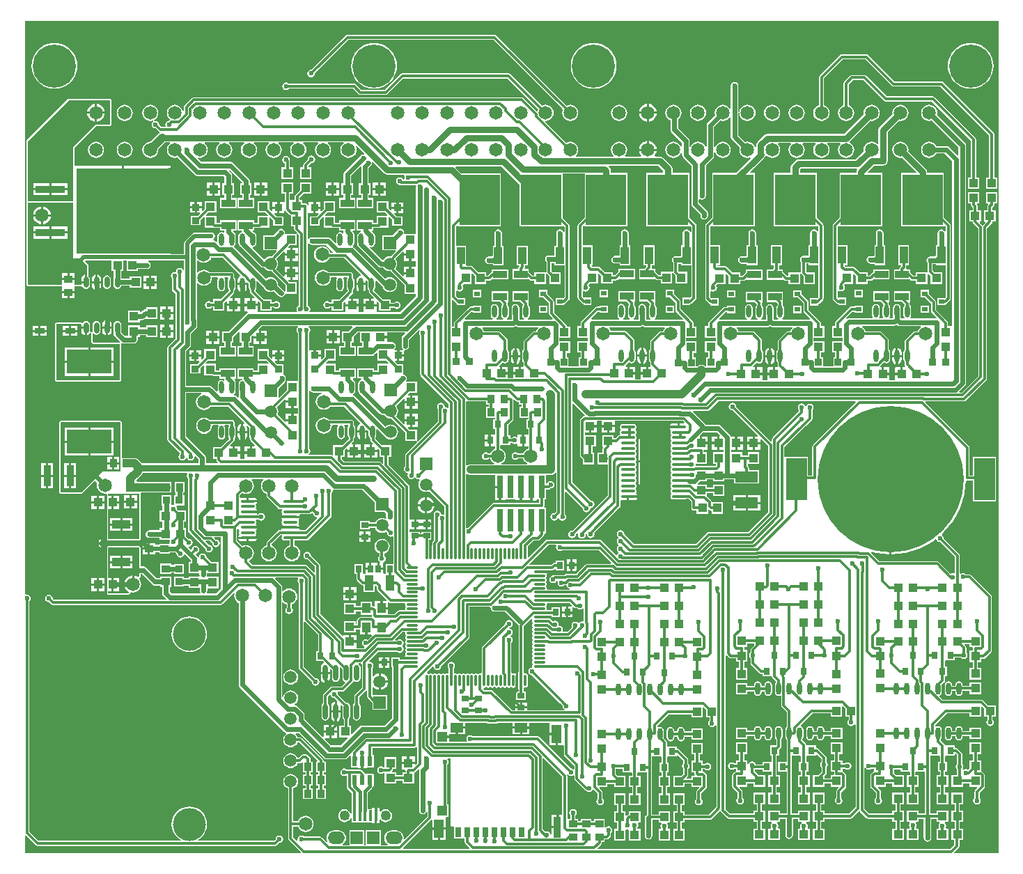
<source format=gtl>
G04*
G04 #@! TF.GenerationSoftware,Altium Limited,Altium Designer,18.1.9 (240)*
G04*
G04 Layer_Physical_Order=1*
G04 Layer_Color=255*
%FSLAX25Y25*%
%MOIN*%
G70*
G01*
G75*
%ADD13C,0.02362*%
%ADD19R,0.05906X0.04528*%
%ADD20R,0.04528X0.08661*%
%ADD21R,0.04567X0.04724*%
%ADD22R,0.04567X0.04921*%
%ADD23R,0.03740X0.09843*%
%ADD24R,0.03150X0.04882*%
%ADD25R,0.01575X0.05315*%
%ADD26R,0.06102X0.06102*%
%ADD27R,0.02756X0.03543*%
%ADD28O,0.02362X0.07480*%
%ADD29R,0.04331X0.04331*%
%ADD30R,0.10000X0.20000*%
%ADD31C,0.70000*%
%ADD32O,0.05709X0.01181*%
G04:AMPARAMS|DCode=33|XSize=13.78mil|YSize=64.96mil|CornerRadius=2mil|HoleSize=0mil|Usage=FLASHONLY|Rotation=270.000|XOffset=0mil|YOffset=0mil|HoleType=Round|Shape=RoundedRectangle|*
%AMROUNDEDRECTD33*
21,1,0.01378,0.06097,0,0,270.0*
21,1,0.00978,0.06496,0,0,270.0*
1,1,0.00400,-0.03048,-0.00489*
1,1,0.00400,-0.03048,0.00489*
1,1,0.00400,0.03048,0.00489*
1,1,0.00400,0.03048,-0.00489*
%
%ADD33ROUNDEDRECTD33*%
%ADD34O,0.01181X0.05709*%
%ADD35R,0.03937X0.03543*%
%ADD36R,0.03543X0.03937*%
%ADD37R,0.03504X0.03701*%
%ADD38R,0.04331X0.04331*%
%ADD39R,0.03701X0.03504*%
%ADD40R,0.03543X0.02756*%
%ADD41R,0.02913X0.10984*%
%ADD42R,0.03150X0.03543*%
%ADD43R,0.04134X0.05118*%
%ADD44R,0.04331X0.07480*%
%ADD45O,0.07087X0.01378*%
%ADD46R,0.02362X0.04724*%
%ADD47R,0.11024X0.05315*%
G04:AMPARAMS|DCode=48|XSize=122.05mil|YSize=203.94mil|CornerRadius=1.83mil|HoleSize=0mil|Usage=FLASHONLY|Rotation=180.000|XOffset=0mil|YOffset=0mil|HoleType=Round|Shape=RoundedRectangle|*
%AMROUNDEDRECTD48*
21,1,0.12205,0.20028,0,0,180.0*
21,1,0.11839,0.20394,0,0,180.0*
1,1,0.00366,-0.05919,0.10014*
1,1,0.00366,0.05919,0.10014*
1,1,0.00366,0.05919,-0.10014*
1,1,0.00366,-0.05919,-0.10014*
%
%ADD48ROUNDEDRECTD48*%
%ADD49O,0.02362X0.05709*%
%ADD50R,0.03661X0.03189*%
%ADD51R,0.06693X0.03740*%
%ADD52O,0.02362X0.05906*%
%ADD53R,0.14200X0.03700*%
%ADD54R,0.43900X0.40900*%
%ADD56R,0.03189X0.03661*%
%ADD57R,0.19291X0.24410*%
%ADD58R,0.03937X0.08268*%
%ADD59R,0.28347X0.21850*%
%ADD60R,0.08661X0.03937*%
%ADD61R,0.12598X0.09882*%
%ADD62O,0.02362X0.05315*%
%ADD63R,0.03740X0.10236*%
%ADD64R,0.21300X0.11400*%
%ADD65R,0.04724X0.02756*%
%ADD66R,0.03937X0.03402*%
%ADD123R,0.02756X0.02362*%
%ADD124C,0.01181*%
%ADD125C,0.01378*%
%ADD126C,0.03150*%
%ADD127C,0.01968*%
%ADD128C,0.03937*%
%ADD129C,0.01500*%
%ADD130R,0.03937X0.02362*%
%ADD131C,0.04921*%
%ADD132O,0.08071X0.06102*%
%ADD133C,0.05906*%
%ADD134R,0.05906X0.05906*%
%ADD135C,0.06500*%
%ADD136C,0.02362*%
%ADD137C,0.06496*%
%ADD138C,0.20669*%
%ADD139C,0.15748*%
%ADD140C,0.05937*%
G36*
X77953Y383661D02*
X71063D01*
X60236Y372835D01*
X60236Y347244D01*
X38583Y347244D01*
X38583Y375787D01*
X58268Y395472D01*
X77953D01*
Y383661D01*
D02*
G37*
G36*
X168462Y331003D02*
Y297210D01*
X168390Y297195D01*
X167801Y296802D01*
X167407Y296213D01*
X167269Y295518D01*
X167407Y294823D01*
X167656Y294450D01*
X167394Y293950D01*
X148989D01*
X148697Y294329D01*
Y296994D01*
X145531D01*
X142366D01*
Y294329D01*
X143836D01*
X143885Y293829D01*
X143799Y293812D01*
X143210Y293418D01*
X134607Y284815D01*
X131644D01*
Y279284D01*
X132594D01*
Y277826D01*
X130463D01*
Y272886D01*
X138356D01*
Y277826D01*
X136225D01*
Y279284D01*
X137175D01*
Y282246D01*
X139609Y284680D01*
X140109Y284473D01*
Y279284D01*
X141058D01*
Y277826D01*
X138928D01*
Y272886D01*
X146820D01*
Y277826D01*
X144690D01*
Y279284D01*
X145639D01*
Y282246D01*
X146333Y282940D01*
X146795Y282749D01*
Y282549D01*
X149461D01*
Y285214D01*
X149261D01*
X149070Y285677D01*
X150749Y287356D01*
X167868D01*
X168020Y286856D01*
X167801Y286709D01*
X167407Y286120D01*
X167269Y285425D01*
X167407Y284730D01*
X167801Y284141D01*
X167871Y284094D01*
Y260996D01*
X162550D01*
Y256690D01*
X159033Y253173D01*
X158533Y253380D01*
Y257542D01*
X161520Y260529D01*
X161914Y261118D01*
X162052Y261813D01*
Y262486D01*
X161914Y263181D01*
X161520Y263770D01*
X160931Y264164D01*
X160954Y264658D01*
X160954D01*
Y269047D01*
X158046D01*
X156919Y270174D01*
X157110Y270636D01*
X158024D01*
Y272730D01*
X155693D01*
Y272053D01*
X155231Y271862D01*
X154104Y272989D01*
Y276350D01*
X148573D01*
Y270819D01*
X152840D01*
X153896Y269763D01*
X153689Y269263D01*
X148573D01*
Y265940D01*
X146820D01*
Y267196D01*
X138928D01*
Y262256D01*
X141079D01*
X141196Y261669D01*
X141117Y261479D01*
X140644Y261384D01*
X140055Y260991D01*
X139661Y260402D01*
X139523Y259707D01*
Y257935D01*
Y253477D01*
X139261Y253309D01*
X139035Y253258D01*
X138637Y253655D01*
X138048Y254049D01*
X137456Y254167D01*
X137344Y254447D01*
X137336Y254687D01*
X137623Y254879D01*
X138016Y255468D01*
X138155Y256163D01*
Y260337D01*
X138016Y261032D01*
X137623Y261621D01*
X137449Y261794D01*
X137640Y262256D01*
X138356D01*
Y267196D01*
X130463D01*
Y265940D01*
X128710D01*
Y269264D01*
X123994D01*
X123802Y269726D01*
X124896Y270820D01*
X128710D01*
Y276350D01*
X123180D01*
Y272536D01*
X122053Y271409D01*
X121591Y271601D01*
Y272731D01*
X119260D01*
Y270636D01*
X120626D01*
X120818Y270175D01*
X119691Y269047D01*
X116329D01*
Y264658D01*
X121191D01*
Y267114D01*
X122718Y268641D01*
X123180Y268450D01*
Y263733D01*
X127061D01*
X127252Y263605D01*
X127717Y263512D01*
X130463D01*
Y262256D01*
X132595D01*
X132732Y261571D01*
X132794Y261478D01*
X132433Y261117D01*
X132034Y261384D01*
X131339Y261523D01*
X130644Y261384D01*
X130054Y260991D01*
X129661Y260402D01*
X129523Y259707D01*
Y256353D01*
X129035Y256134D01*
X126798Y258371D01*
X126209Y258764D01*
X125514Y258903D01*
X114414D01*
Y275421D01*
X116254Y277261D01*
X116648Y277850D01*
X116786Y278545D01*
Y283660D01*
X119284Y286158D01*
X119678Y286747D01*
X119816Y287442D01*
Y290203D01*
X119678Y290898D01*
X119620Y290986D01*
Y307651D01*
X120093Y307811D01*
X120148Y307740D01*
X120952Y307123D01*
X121888Y306735D01*
X122893Y306603D01*
X123898Y306735D01*
X124835Y307123D01*
X125639Y307740D01*
X126256Y308544D01*
X126644Y309481D01*
X126777Y310486D01*
X127041Y310788D01*
X129487D01*
X129755Y310288D01*
X129562Y310000D01*
X129424Y309305D01*
Y305762D01*
X129562Y305067D01*
X129956Y304478D01*
X130545Y304084D01*
X131240Y303946D01*
X131935Y304084D01*
X132524Y304478D01*
X132918Y305067D01*
X133056Y305762D01*
Y309305D01*
X132918Y310000D01*
X132725Y310288D01*
X132992Y310788D01*
X134487D01*
X134755Y310288D01*
X134562Y310000D01*
X134424Y309305D01*
Y305762D01*
X134562Y305067D01*
X134956Y304478D01*
X134778Y304009D01*
X131028Y300260D01*
X127214D01*
Y298688D01*
X126528D01*
X126481Y298759D01*
X125892Y299152D01*
X125197Y299290D01*
X124502Y299152D01*
X123913Y298759D01*
X123519Y298169D01*
X123381Y297474D01*
X123519Y296779D01*
X123913Y296190D01*
X124502Y295797D01*
X125197Y295658D01*
X125892Y295797D01*
X126481Y296190D01*
X126528Y296260D01*
X127214D01*
Y294729D01*
X132745D01*
Y298543D01*
X133439Y299237D01*
X133901Y299046D01*
Y297994D01*
X136566D01*
Y300660D01*
X135515D01*
X135324Y301122D01*
X137098Y302896D01*
X137098Y302896D01*
X137361Y303290D01*
X137454Y303754D01*
Y304431D01*
X137524Y304478D01*
X137918Y305067D01*
X138056Y305762D01*
Y309305D01*
X137918Y310000D01*
X137524Y310589D01*
X137454Y310636D01*
Y312002D01*
X137361Y312466D01*
X137098Y312860D01*
X136704Y313123D01*
X136240Y313216D01*
X125652D01*
X125639Y313232D01*
X124835Y313849D01*
X123898Y314237D01*
X122893Y314369D01*
X121888Y314237D01*
X120952Y313849D01*
X120148Y313232D01*
X120093Y313161D01*
X119620Y313322D01*
Y318597D01*
X119913Y318696D01*
X120120Y318733D01*
X120893Y318139D01*
X121830Y317751D01*
X122835Y317619D01*
X123840Y317751D01*
X124776Y318139D01*
X125581Y318756D01*
X126198Y319560D01*
X126399Y320046D01*
X132011D01*
X140253Y311804D01*
X140150Y311200D01*
X139667Y310877D01*
X139185Y310156D01*
X139016Y309305D01*
Y308033D01*
X141240D01*
X143690D01*
X143926Y308131D01*
X144424Y307633D01*
Y305762D01*
X144562Y305067D01*
X144956Y304478D01*
X145026Y304431D01*
Y303872D01*
X145026Y303872D01*
X145118Y303408D01*
X145381Y303014D01*
X147274Y301121D01*
X147082Y300659D01*
X146031D01*
Y297994D01*
X148697D01*
Y299045D01*
X149159Y299237D01*
X149853Y298543D01*
Y294729D01*
X155383D01*
Y296280D01*
X156346D01*
X156393Y296210D01*
X156982Y295816D01*
X157677Y295678D01*
X158372Y295816D01*
X158961Y296210D01*
X159355Y296799D01*
X159493Y297494D01*
X159355Y298189D01*
X158961Y298778D01*
X158372Y299172D01*
X157677Y299310D01*
X156982Y299172D01*
X156393Y298778D01*
X156346Y298708D01*
X155383D01*
Y300259D01*
X151569D01*
X147781Y304048D01*
X147524Y304478D01*
X147918Y305067D01*
X148056Y305762D01*
Y308669D01*
X148556Y308876D01*
X151497Y305934D01*
X151595Y305869D01*
X151778Y305427D01*
X152348Y304685D01*
X153090Y304115D01*
X153954Y303757D01*
X154882Y303635D01*
X155809Y303757D01*
X156375Y303991D01*
X158598Y301768D01*
X159187Y301375D01*
X159882Y301237D01*
X160577Y301375D01*
X161166Y301768D01*
X161559Y302358D01*
X161599Y302559D01*
X161959Y302898D01*
X162177Y302898D01*
X167490D01*
Y308429D01*
X163872D01*
X163178Y309123D01*
X163370Y309585D01*
X164224D01*
Y312250D01*
X161559D01*
Y311396D01*
X161097Y311204D01*
X157503Y314798D01*
X157985Y315427D01*
X158343Y316291D01*
X158465Y317218D01*
X158343Y318146D01*
X157985Y319010D01*
X157580Y319538D01*
X161097Y323056D01*
X161559Y322864D01*
Y322108D01*
X164224D01*
Y324774D01*
X163468D01*
X163277Y325236D01*
X163971Y325929D01*
X167490D01*
Y331268D01*
X167979Y331485D01*
X168462Y331003D01*
D02*
G37*
G36*
X218587Y322856D02*
Y322100D01*
X221752D01*
Y321600D01*
X222252D01*
Y318435D01*
X224483D01*
Y315809D01*
X222252D01*
Y312644D01*
X221752D01*
Y312144D01*
X218587D01*
Y311388D01*
X218125Y311196D01*
X214530Y314790D01*
X215013Y315419D01*
X215371Y316283D01*
X215493Y317211D01*
X215371Y318138D01*
X215013Y319002D01*
X214608Y319531D01*
X218125Y323048D01*
X218587Y322856D01*
D02*
G37*
G36*
X60236Y320249D02*
X60800Y319685D01*
X63681Y319685D01*
X67157Y316210D01*
X67157Y312366D01*
X67016Y312251D01*
Y308400D01*
X66516D01*
Y307900D01*
X64292D01*
Y307087D01*
X61069D01*
Y309343D01*
X55132D01*
Y307087D01*
X38583Y307087D01*
X38583Y346260D01*
X60236D01*
X60236Y320249D01*
D02*
G37*
G36*
X454602Y287889D02*
X455191Y287495D01*
X455886Y287357D01*
X465897D01*
X466067Y286857D01*
X465522Y286439D01*
X464904Y285635D01*
X464603Y284907D01*
X463266D01*
X463266Y284907D01*
X462801Y284815D01*
X462407Y284552D01*
X462407Y284552D01*
X458767Y280911D01*
X458504Y280518D01*
X458412Y280053D01*
X458412Y280053D01*
Y276165D01*
X458342Y276118D01*
X457948Y275529D01*
X457810Y274834D01*
Y271291D01*
X457948Y270596D01*
X458342Y270007D01*
X458412Y269960D01*
Y268945D01*
X458412Y268945D01*
X458504Y268481D01*
X458691Y268201D01*
X458513Y267701D01*
X457448D01*
Y264536D01*
X456949D01*
Y264036D01*
X453783D01*
Y261569D01*
X451059D01*
Y264036D01*
X447893D01*
Y264536D01*
X447393D01*
Y267702D01*
X446806D01*
X446607Y268201D01*
X448384Y269978D01*
X448931Y269613D01*
X449626Y269475D01*
X450321Y269613D01*
X450910Y270007D01*
X451303Y270596D01*
X451442Y271291D01*
Y274834D01*
X451303Y275529D01*
X450910Y276118D01*
X450840Y276165D01*
Y280649D01*
X450840Y280650D01*
X450747Y281114D01*
X450484Y281508D01*
X450484Y281508D01*
X447441Y284551D01*
X447048Y284814D01*
X446583Y284906D01*
X446583Y284906D01*
X439648D01*
X439347Y285634D01*
X438730Y286438D01*
X438055Y286956D01*
X438216Y287456D01*
X453407D01*
X454102Y287594D01*
X454578Y287912D01*
X454602Y287889D01*
D02*
G37*
G36*
X272610Y287000D02*
X273306Y286862D01*
X282858D01*
X282975Y286362D01*
X282404Y285619D01*
X282103Y284891D01*
X281150D01*
X281150Y284891D01*
X280686Y284799D01*
X280292Y284536D01*
X280292Y284536D01*
X276267Y280511D01*
X276004Y280117D01*
X275912Y279653D01*
X275912Y279653D01*
Y276150D01*
X275842Y276103D01*
X275448Y275514D01*
X275310Y274819D01*
Y271276D01*
X275448Y270581D01*
X275842Y269991D01*
X275912Y269945D01*
Y268666D01*
X275912Y268666D01*
X275981Y268316D01*
X275706Y267816D01*
X274555D01*
Y264650D01*
X274055D01*
Y264150D01*
X270889D01*
Y262508D01*
X268460D01*
Y264150D01*
X265295D01*
Y264650D01*
X264795D01*
Y267816D01*
X264443D01*
X264236Y268316D01*
X265884Y269963D01*
X266431Y269598D01*
X267126Y269460D01*
X267821Y269598D01*
X268410Y269991D01*
X268803Y270581D01*
X268942Y271276D01*
Y274819D01*
X268803Y275514D01*
X268410Y276103D01*
X268339Y276150D01*
Y280449D01*
X268339Y280449D01*
X268247Y280914D01*
X267984Y281308D01*
X267984Y281308D01*
X264787Y284505D01*
X264393Y284768D01*
X263929Y284860D01*
X263928Y284860D01*
X257148D01*
X256847Y285588D01*
X256277Y286331D01*
X256394Y286831D01*
X270915D01*
X271610Y286969D01*
X272133Y287319D01*
X272610Y287000D01*
D02*
G37*
G36*
X394236Y286985D02*
X394931Y286846D01*
X404531D01*
X404648Y286346D01*
X404078Y285603D01*
X403776Y284875D01*
X402439D01*
X402439Y284875D01*
X401974Y284783D01*
X401581Y284520D01*
X401581Y284520D01*
X397941Y280880D01*
X397677Y280486D01*
X397585Y280021D01*
X397585Y280021D01*
Y276134D01*
X397515Y276087D01*
X397121Y275498D01*
X396983Y274803D01*
Y271260D01*
X397121Y270565D01*
X397515Y269976D01*
X397585Y269929D01*
Y268583D01*
X397585Y268583D01*
X397674Y268134D01*
X397677Y268117D01*
X397400Y267634D01*
X396326D01*
Y264469D01*
X395827D01*
Y263968D01*
X392661D01*
Y261569D01*
X390232D01*
Y263968D01*
X387067D01*
Y264469D01*
X386567D01*
Y267634D01*
X385931D01*
X385864Y267724D01*
X385744Y268134D01*
X387557Y269947D01*
X388104Y269582D01*
X388799Y269444D01*
X389494Y269582D01*
X390083Y269976D01*
X390477Y270565D01*
X390615Y271260D01*
Y274803D01*
X390477Y275498D01*
X390083Y276087D01*
X390013Y276134D01*
Y280453D01*
X390013Y280453D01*
X389920Y280917D01*
X389657Y281311D01*
X389657Y281311D01*
X386516Y284452D01*
X386122Y284715D01*
X385658Y284808D01*
X385658Y284808D01*
X378822D01*
X378520Y285535D01*
X377950Y286279D01*
X378066Y286779D01*
X392599D01*
X393294Y286917D01*
X393816Y287266D01*
X394236Y286985D01*
D02*
G37*
G36*
X333300Y286965D02*
X333995Y286827D01*
X343469D01*
X343585Y286327D01*
X343015Y285583D01*
X342713Y284856D01*
X341555D01*
X341555Y284856D01*
X341090Y284763D01*
X340697Y284500D01*
X336878Y280681D01*
X336615Y280287D01*
X336522Y279823D01*
X336522Y279823D01*
Y276213D01*
X336452Y276166D01*
X336058Y275577D01*
X335920Y274882D01*
Y271339D01*
X336058Y270643D01*
X336452Y270054D01*
X336522Y270007D01*
Y269055D01*
X336522Y269055D01*
X336615Y268590D01*
X336801Y268311D01*
X336624Y267811D01*
X335559D01*
Y264646D01*
X335059D01*
Y264146D01*
X331893D01*
Y261844D01*
X329445D01*
Y264146D01*
X326279D01*
Y264646D01*
X325779D01*
Y267811D01*
X324986D01*
X324779Y268311D01*
X326494Y270026D01*
X327041Y269661D01*
X327736Y269523D01*
X328431Y269661D01*
X329020Y270054D01*
X329414Y270643D01*
X329552Y271339D01*
Y274882D01*
X329414Y275577D01*
X329020Y276166D01*
X328950Y276213D01*
Y280394D01*
X328857Y280858D01*
X328594Y281252D01*
X328594Y281252D01*
X325248Y284598D01*
X324854Y284861D01*
X324390Y284954D01*
X324390Y284954D01*
X317759D01*
X317457Y285682D01*
X316887Y286425D01*
X317003Y286925D01*
X331576D01*
X332271Y287063D01*
X332712Y287358D01*
X333300Y286965D01*
D02*
G37*
G36*
X226189Y284960D02*
X225999Y284677D01*
X225861Y283982D01*
X225999Y283287D01*
X226393Y282698D01*
X226463Y282651D01*
Y264362D01*
X226463Y264362D01*
X226556Y263897D01*
X226819Y263503D01*
X240125Y250197D01*
Y248304D01*
X239625Y248090D01*
X239193Y248378D01*
X238667Y248483D01*
X238219Y248795D01*
X238081Y249490D01*
X237688Y250079D01*
X237098Y250473D01*
X236403Y250611D01*
X235708Y250473D01*
X235119Y250079D01*
X234726Y249490D01*
X234588Y248795D01*
X234726Y248100D01*
X234913Y247821D01*
Y241689D01*
X225366Y232143D01*
X224931Y232415D01*
Y237830D01*
X221215D01*
X220521Y238524D01*
X220712Y238986D01*
X221665D01*
Y241651D01*
X219000D01*
Y240698D01*
X218538Y240507D01*
X214924Y244122D01*
X215466Y244828D01*
X215824Y245692D01*
X215946Y246620D01*
X215824Y247547D01*
X215466Y248411D01*
X214958Y249073D01*
X218538Y252654D01*
X219000Y252462D01*
Y251509D01*
X221665D01*
Y254175D01*
X220712D01*
X220521Y254637D01*
X221215Y255331D01*
X224931D01*
Y260861D01*
X219871D01*
X219809Y260921D01*
X219619Y261361D01*
X219906Y261791D01*
X220044Y262486D01*
X219906Y263181D01*
X219513Y263770D01*
X218923Y264164D01*
X218500Y264248D01*
X218435Y264721D01*
X218435Y264771D01*
Y269110D01*
X215526D01*
X214399Y270237D01*
X214591Y270699D01*
X215504D01*
Y273293D01*
Y275888D01*
X214247D01*
X214096Y276388D01*
X214259Y276497D01*
X214653Y277086D01*
X214791Y277781D01*
X214653Y278476D01*
X214259Y279065D01*
X213670Y279458D01*
X212975Y279597D01*
X210606D01*
Y281612D01*
X207441D01*
Y282612D01*
X210606D01*
Y284394D01*
X219125D01*
X219317Y283931D01*
X218047Y282662D01*
X217653Y282073D01*
X217515Y281378D01*
Y277781D01*
X217653Y277086D01*
X218047Y276497D01*
X218210Y276388D01*
X218058Y275888D01*
X216504D01*
Y273793D01*
X218835D01*
Y275554D01*
X219300Y275971D01*
X219331Y275965D01*
X220026Y276103D01*
X220615Y276497D01*
X221009Y277086D01*
X221147Y277781D01*
Y280625D01*
X225800Y285279D01*
X226189Y284960D01*
D02*
G37*
G36*
X194005Y286894D02*
X191989Y284877D01*
X189026D01*
Y279346D01*
X189975D01*
Y277889D01*
X187845D01*
Y272949D01*
X195738D01*
Y277889D01*
X193607D01*
Y279346D01*
X194557D01*
Y282309D01*
X196641Y284394D01*
X197589D01*
Y279346D01*
X198538D01*
Y277889D01*
X196408D01*
Y272949D01*
X204301D01*
Y273710D01*
X204458Y273741D01*
X205047Y274135D01*
X205614Y274701D01*
X206076Y274510D01*
Y270882D01*
X210321D01*
X211377Y269826D01*
X211170Y269326D01*
X206076D01*
Y266003D01*
X204301D01*
Y267259D01*
X196408D01*
Y262319D01*
X198111D01*
X198240Y262079D01*
X197974Y261555D01*
X197927Y261545D01*
X197338Y261152D01*
X196944Y260563D01*
X196806Y259868D01*
Y256324D01*
X196944Y255629D01*
X197338Y255040D01*
X197699Y254799D01*
X207162Y245336D01*
X207752Y244942D01*
X208447Y244804D01*
X209278D01*
X209828Y244086D01*
X210571Y243516D01*
X211435Y243158D01*
X212362Y243036D01*
X212551Y243061D01*
X219400Y236212D01*
Y232299D01*
X224815D01*
X225087Y231864D01*
X219614Y226391D01*
X219351Y225997D01*
X219259Y225533D01*
X219259Y225533D01*
Y220229D01*
X219188Y220182D01*
X218795Y219593D01*
X218656Y218898D01*
X218795Y218203D01*
X219188Y217614D01*
X219777Y217220D01*
X220295Y217117D01*
X220571Y216630D01*
X220546Y216593D01*
X220408Y215898D01*
X220546Y215203D01*
X220940Y214614D01*
X221529Y214220D01*
X222224Y214082D01*
X222919Y214220D01*
X223508Y214614D01*
X223615Y214774D01*
X224217D01*
X224424Y214464D01*
X225013Y214070D01*
X225708Y213932D01*
X226020Y213994D01*
X226302Y213540D01*
X226158Y213353D01*
X225800Y212489D01*
X225678Y211561D01*
X225800Y210634D01*
X226158Y209770D01*
X226728Y209028D01*
X227470Y208458D01*
X228334Y208100D01*
X229261Y207978D01*
X230189Y208100D01*
X230762Y208338D01*
X238165Y200935D01*
Y197174D01*
X237780Y196968D01*
X237665Y196960D01*
X237007Y197091D01*
X236918Y197073D01*
X236446Y197418D01*
X236342Y197939D01*
X235949Y198528D01*
X235360Y198922D01*
X234665Y199060D01*
X233970Y198922D01*
X233381Y198528D01*
X232987Y197939D01*
X232849Y197244D01*
X232987Y196549D01*
X233057Y196444D01*
Y184823D01*
X232606Y184372D01*
X232343Y183979D01*
X232251Y183514D01*
X232251Y183514D01*
Y182781D01*
X231996Y182581D01*
Y178553D01*
X230996D01*
Y182581D01*
X230741Y182782D01*
Y184951D01*
X231899D01*
Y188907D01*
X227156D01*
Y188143D01*
X226466D01*
Y188907D01*
X221723D01*
X221340Y189190D01*
Y190063D01*
X223594D01*
Y192441D01*
Y194819D01*
X221340D01*
Y210535D01*
X221247Y210999D01*
X220984Y211393D01*
X220984Y211393D01*
X211204Y221174D01*
Y224793D01*
X212608D01*
Y230324D01*
X208150D01*
X205072Y233402D01*
Y234029D01*
X205300Y234370D01*
X205438Y235065D01*
Y237780D01*
X205900Y237971D01*
X208536Y235336D01*
X209125Y234942D01*
X209220Y234923D01*
X209259Y234828D01*
X209828Y234086D01*
X210571Y233516D01*
X211435Y233158D01*
X212362Y233036D01*
X213290Y233158D01*
X214154Y233516D01*
X214896Y234086D01*
X215466Y234828D01*
X215824Y235692D01*
X215946Y236620D01*
X215824Y237547D01*
X215466Y238411D01*
X214896Y239154D01*
X214154Y239723D01*
X213290Y240081D01*
X212362Y240203D01*
X211435Y240081D01*
X210571Y239723D01*
X209843Y239165D01*
X195352Y253656D01*
X194763Y254049D01*
X194320Y254137D01*
X194317Y254641D01*
X194318Y254648D01*
X194906Y255040D01*
X195300Y255629D01*
X195438Y256324D01*
Y259868D01*
X195300Y260563D01*
X194906Y261152D01*
X194201Y261857D01*
X194393Y262319D01*
X195738D01*
Y267259D01*
X187845D01*
Y266002D01*
X186092D01*
Y269326D01*
X181376D01*
X181184Y269788D01*
X182278Y270882D01*
X186092D01*
Y276412D01*
X180561D01*
Y272598D01*
X179434Y271471D01*
X178972Y271663D01*
Y272793D01*
X176142D01*
Y273293D01*
X175642D01*
Y275887D01*
X173311Y275887D01*
X173261Y276366D01*
Y284094D01*
X173331Y284141D01*
X173725Y284730D01*
X173863Y285425D01*
X173725Y286120D01*
X173331Y286709D01*
X173112Y286856D01*
X173264Y287356D01*
X193814D01*
X194005Y286894D01*
D02*
G37*
G36*
X503311Y35055D02*
X482307D01*
X482115Y35517D01*
X484188Y37590D01*
X484451Y37984D01*
X484544Y38448D01*
X484544Y38448D01*
Y41329D01*
X486294D01*
Y46859D01*
X484743D01*
Y49990D01*
X486294D01*
Y55520D01*
X484743D01*
Y58455D01*
X486295D01*
Y63986D01*
X480764D01*
Y58455D01*
X482315D01*
Y55520D01*
X480763D01*
Y49990D01*
X482315D01*
Y46859D01*
X480763D01*
Y41329D01*
X482116D01*
Y38951D01*
X480196Y37031D01*
X311546D01*
X311355Y37493D01*
X313063Y39201D01*
X313063Y39201D01*
X313326Y39595D01*
X313419Y40059D01*
Y40444D01*
X314773D01*
Y41601D01*
X315746D01*
X315748Y41601D01*
X316213Y41693D01*
X316606Y41956D01*
X317394Y42744D01*
X317394Y42744D01*
X317657Y43138D01*
X317749Y43602D01*
Y44831D01*
X317819Y44877D01*
X318213Y45467D01*
X318351Y46162D01*
X318213Y46857D01*
X317819Y47446D01*
X317230Y47839D01*
X316535Y47978D01*
X315841Y47839D01*
X315273Y47460D01*
X315147Y47486D01*
X314773Y47630D01*
Y51486D01*
X309636D01*
Y50328D01*
X308474D01*
Y51486D01*
X303337D01*
Y50328D01*
X302174D01*
Y51483D01*
X300820D01*
Y52997D01*
X300890Y53044D01*
X301284Y53633D01*
X301422Y54328D01*
X301284Y55023D01*
X300890Y55612D01*
X300301Y56006D01*
X299606Y56144D01*
X298911Y56006D01*
X298322Y55612D01*
X297928Y55023D01*
X297790Y54328D01*
X297928Y53633D01*
X298322Y53044D01*
X298392Y52997D01*
Y51483D01*
X297038D01*
X296883Y51920D01*
Y72180D01*
X296883Y72180D01*
X296806Y72567D01*
X297285Y72724D01*
X297411Y72535D01*
X298000Y72141D01*
X298695Y72003D01*
X299390Y72141D01*
X299772Y72396D01*
X300272Y72141D01*
Y70779D01*
X300272Y70779D01*
X300364Y70314D01*
X300627Y69920D01*
X305264Y65283D01*
X305264Y65283D01*
X305658Y65020D01*
X306122Y64928D01*
X306122Y64928D01*
X306149D01*
X306196Y64858D01*
X306785Y64464D01*
X307480Y64326D01*
X308175Y64464D01*
X308764Y64858D01*
X309052Y65287D01*
X309624Y65422D01*
X311387Y63659D01*
Y61173D01*
X311317Y61127D01*
X310923Y60537D01*
X310785Y59842D01*
X310923Y59148D01*
X311317Y58558D01*
X311906Y58165D01*
X312601Y58026D01*
X313296Y58165D01*
X313885Y58558D01*
X314279Y59148D01*
X314417Y59842D01*
X314279Y60537D01*
X313885Y61127D01*
X313815Y61173D01*
Y64162D01*
X313815Y64162D01*
X313722Y64627D01*
X313459Y65020D01*
X313459Y65020D01*
X312317Y66162D01*
X312508Y66624D01*
X316153D01*
Y68176D01*
X319284D01*
Y66624D01*
X324815D01*
Y72155D01*
X321001D01*
X320111Y73045D01*
Y75441D01*
X320182Y75488D01*
X320229Y75558D01*
X323221D01*
Y73612D01*
X327422D01*
X327571Y73612D01*
X327922Y73258D01*
Y72155D01*
X326371D01*
Y66624D01*
X327922D01*
Y63691D01*
X326371D01*
Y58160D01*
X331902D01*
Y63691D01*
X330350D01*
Y66624D01*
X331902D01*
Y72155D01*
X330350D01*
Y73258D01*
X330702Y73612D01*
X330850Y73612D01*
X335009D01*
Y53562D01*
X334543Y53250D01*
X334149Y52661D01*
X334011Y51966D01*
Y43443D01*
X334149Y42748D01*
X334543Y42159D01*
X335132Y41765D01*
X335827Y41627D01*
X336522Y41765D01*
X337111Y42159D01*
X337505Y42748D01*
X337643Y43443D01*
Y51148D01*
X340544D01*
Y49597D01*
X341612D01*
X341876Y49097D01*
X341629Y48726D01*
X341491Y48031D01*
X341629Y47337D01*
X341744Y47163D01*
X341477Y46663D01*
X340544D01*
Y41133D01*
X346075D01*
Y46663D01*
X345136D01*
X344868Y47163D01*
X344984Y47337D01*
X345123Y48031D01*
X344984Y48726D01*
X344737Y49097D01*
X345001Y49597D01*
X346075D01*
Y55128D01*
X340544D01*
Y53576D01*
X337437D01*
Y81486D01*
X341744D01*
X342096Y81132D01*
Y78356D01*
X341135D01*
Y73612D01*
X342096D01*
Y72155D01*
X340544D01*
Y66624D01*
X342096D01*
Y63691D01*
X340544D01*
Y58160D01*
X346075D01*
Y63691D01*
X344523D01*
Y66624D01*
X346075D01*
Y72155D01*
X344523D01*
Y73612D01*
X345484D01*
Y78356D01*
X344523D01*
Y81132D01*
X344875Y81486D01*
X345023Y81486D01*
X349224D01*
Y81872D01*
X349686Y82064D01*
X352329Y79421D01*
Y78103D01*
X352259Y78056D01*
X351866Y77467D01*
X351727Y76772D01*
X351866Y76077D01*
X352259Y75488D01*
X352329Y75441D01*
Y73040D01*
X351445Y72155D01*
X347631D01*
Y66624D01*
X353161D01*
Y68274D01*
X356292D01*
Y66723D01*
X359936D01*
X360128Y66261D01*
X358986Y65119D01*
X358723Y64726D01*
X358630Y64261D01*
X358630Y64261D01*
Y61173D01*
X358560Y61127D01*
X358167Y60537D01*
X358028Y59842D01*
X358167Y59148D01*
X358560Y58558D01*
X359150Y58165D01*
X359844Y58026D01*
X360539Y58165D01*
X361128Y58558D01*
X361522Y59148D01*
X361660Y59842D01*
X361522Y60537D01*
X361128Y61127D01*
X361058Y61173D01*
Y63758D01*
X363271Y65971D01*
X363271Y65971D01*
X363534Y66365D01*
X363627Y66830D01*
X363627Y66830D01*
Y72147D01*
X363627Y72147D01*
X363534Y72611D01*
X363271Y73005D01*
X363271Y73005D01*
X362574Y73702D01*
X362180Y73966D01*
X361823Y74037D01*
Y75361D01*
X362645D01*
X362692Y75291D01*
X363281Y74897D01*
X363977Y74759D01*
X364671Y74897D01*
X365261Y75291D01*
X365654Y75880D01*
X365792Y76575D01*
X365654Y77270D01*
X365261Y77859D01*
X364671Y78253D01*
X363977Y78391D01*
X363281Y78253D01*
X362692Y77859D01*
X362645Y77789D01*
X361823D01*
Y79340D01*
X360271D01*
Y82274D01*
X361823D01*
Y87805D01*
X356292D01*
Y82274D01*
X357843D01*
Y79340D01*
X356292D01*
Y73809D01*
X357843D01*
Y73031D01*
X357843Y73031D01*
X357899Y72754D01*
X357590Y72253D01*
X356292D01*
Y70702D01*
X354078D01*
X353887Y71164D01*
X354404Y71681D01*
X354667Y72075D01*
X354760Y72539D01*
X354757Y72551D01*
Y75441D01*
X354827Y75488D01*
X355221Y76077D01*
X355359Y76772D01*
X355221Y77467D01*
X354827Y78056D01*
X354757Y78103D01*
Y79909D01*
X354760Y79921D01*
X354667Y80386D01*
X354404Y80779D01*
X350467Y84716D01*
X350073Y84980D01*
X349609Y85072D01*
X349224Y85371D01*
Y86230D01*
X345023D01*
X344875Y86230D01*
X344523Y86584D01*
Y88189D01*
X344523Y88189D01*
X344431Y88653D01*
X344168Y89047D01*
X344168Y89047D01*
X343009Y90206D01*
X343039Y90354D01*
Y93701D01*
X342901Y94396D01*
X342507Y94985D01*
X341918Y95379D01*
X341223Y95517D01*
X340528Y95379D01*
X340413Y95302D01*
X339913Y95569D01*
Y96068D01*
X345387Y101542D01*
X356292D01*
Y99990D01*
X361823D01*
Y104707D01*
X362285Y104899D01*
X363379Y103805D01*
Y99990D01*
X364930D01*
Y98575D01*
X364860Y98528D01*
X364466Y97939D01*
X364328Y97244D01*
X364466Y96549D01*
X364860Y95960D01*
X365449Y95566D01*
X366144Y95428D01*
X366839Y95566D01*
X367428Y95960D01*
X367520Y96098D01*
X368195Y96207D01*
X368286Y96137D01*
Y57126D01*
X365446Y54286D01*
X365446Y54286D01*
X364736Y53576D01*
X353161D01*
Y55128D01*
X351610D01*
Y58160D01*
X353161D01*
Y63691D01*
X347631D01*
Y58160D01*
X349182D01*
Y55128D01*
X347631D01*
Y49597D01*
X349182D01*
Y46663D01*
X347631D01*
Y41133D01*
X353161D01*
Y46663D01*
X351610D01*
Y49597D01*
X353161D01*
Y51148D01*
X365239D01*
X365239Y51148D01*
X365704Y51241D01*
X366098Y51504D01*
X366098Y51504D01*
X367163Y52569D01*
X367163Y52569D01*
X369293Y54699D01*
X369798Y55204D01*
X370218Y55134D01*
X370362Y55061D01*
X370589Y54722D01*
X373414Y51897D01*
X373414Y51897D01*
X373808Y51634D01*
X374272Y51542D01*
X374272Y51542D01*
X386079D01*
Y49990D01*
X387630D01*
Y46860D01*
X386079D01*
Y41329D01*
X391610D01*
Y46860D01*
X390058D01*
Y49990D01*
X391610D01*
Y55521D01*
X390058D01*
Y58455D01*
X391610D01*
Y63986D01*
X386079D01*
Y58455D01*
X387630D01*
Y55521D01*
X386079D01*
Y53969D01*
X374775D01*
X372661Y56083D01*
Y129580D01*
X373161Y129788D01*
X374280Y128669D01*
X374280Y128669D01*
X374673Y128406D01*
X375138Y128314D01*
X375138Y128314D01*
X377614D01*
Y126762D01*
X379166D01*
Y123631D01*
X377614D01*
Y118101D01*
X383145D01*
Y123631D01*
X381593D01*
Y126762D01*
X383145D01*
Y132293D01*
X381593D01*
Y133071D01*
X381593Y133071D01*
X381538Y133349D01*
X381847Y133849D01*
X383145D01*
Y135400D01*
X386276D01*
Y134581D01*
X384907Y133213D01*
X384644Y132819D01*
X384552Y132354D01*
X384552Y132354D01*
Y131252D01*
X384481Y131205D01*
X384088Y130616D01*
X383949Y129921D01*
X384088Y129226D01*
X384481Y128637D01*
X384552Y128590D01*
Y125984D01*
X384552Y125984D01*
X384644Y125520D01*
X384907Y125126D01*
X388844Y121189D01*
X388844Y121189D01*
X389238Y120926D01*
X389702Y120833D01*
X390213D01*
Y119676D01*
X394445D01*
X394562Y119676D01*
X394963Y119436D01*
X395006Y119220D01*
X395269Y118827D01*
X396765Y117331D01*
X396804Y116835D01*
X396410Y116246D01*
X396272Y115551D01*
Y112205D01*
X396410Y111510D01*
X396804Y110921D01*
X397393Y110527D01*
X398088Y110389D01*
X398746Y110520D01*
X398861Y110512D01*
X399246Y110306D01*
Y105778D01*
X399246Y105778D01*
X399338Y105313D01*
X399602Y104920D01*
X401874Y102647D01*
Y95425D01*
X401804Y95379D01*
X401410Y94789D01*
X401272Y94094D01*
Y90748D01*
X401410Y90053D01*
X401804Y89464D01*
X401874Y89417D01*
Y84252D01*
Y78750D01*
X397693D01*
Y74006D01*
X401874D01*
Y54087D01*
X401804Y54040D01*
X401757Y53969D01*
X398696D01*
Y55521D01*
X393165D01*
Y49990D01*
X394594D01*
X394738Y49617D01*
X394764Y49490D01*
X394385Y48923D01*
X394247Y48228D01*
X394385Y47533D01*
X394501Y47360D01*
X394234Y46860D01*
X393165D01*
Y41329D01*
X398696D01*
Y46860D01*
X397892D01*
X397625Y47360D01*
X397741Y47533D01*
X397879Y48228D01*
X397741Y48923D01*
X397362Y49490D01*
X397388Y49617D01*
X397532Y49990D01*
X398696D01*
Y51542D01*
X401272D01*
Y43639D01*
X401410Y42944D01*
X401804Y42355D01*
X402393Y41962D01*
X403088Y41824D01*
X403783Y41962D01*
X404372Y42355D01*
X404766Y42944D01*
X404904Y43639D01*
Y51542D01*
X407409D01*
Y49990D01*
X409000D01*
X409152Y49490D01*
X408891Y49316D01*
X408497Y48727D01*
X408359Y48032D01*
X408493Y47359D01*
X408499Y47271D01*
X408240Y46859D01*
X407409D01*
Y41329D01*
X412940D01*
Y46859D01*
X412110D01*
X411851Y47271D01*
X411857Y47359D01*
X411991Y48032D01*
X411853Y48727D01*
X411459Y49316D01*
X411198Y49490D01*
X411350Y49990D01*
X412940D01*
Y55521D01*
X407409D01*
Y53969D01*
X404419D01*
X404372Y54040D01*
X404302Y54087D01*
Y76378D01*
Y81880D01*
X408444D01*
X408796Y81526D01*
Y78750D01*
X407835D01*
Y74006D01*
X408796D01*
Y72450D01*
X407409D01*
Y66920D01*
X408796D01*
Y63986D01*
X407409D01*
Y58455D01*
X412940D01*
Y63986D01*
X411223D01*
Y66920D01*
X412940D01*
Y72450D01*
X411223D01*
Y74006D01*
X412184D01*
Y78750D01*
X411223D01*
Y81526D01*
X411575Y81880D01*
X411723Y81880D01*
X415925D01*
Y82164D01*
X416386Y82355D01*
X418536Y80206D01*
Y78890D01*
X418466Y78843D01*
X418072Y78254D01*
X417934Y77559D01*
X418072Y76864D01*
X418466Y76275D01*
X418536Y76228D01*
Y73928D01*
X417058Y72450D01*
X414496D01*
Y66920D01*
X420027D01*
Y68471D01*
X423008D01*
Y66920D01*
X426652D01*
X426844Y66458D01*
X425978Y65592D01*
X425715Y65198D01*
X425622Y64734D01*
X425622Y64733D01*
Y61567D01*
X425552Y61520D01*
X425159Y60931D01*
X425020Y60236D01*
X425159Y59541D01*
X425552Y58952D01*
X426141Y58558D01*
X426836Y58420D01*
X427531Y58558D01*
X428120Y58952D01*
X428514Y59541D01*
X428652Y60236D01*
X428514Y60931D01*
X428120Y61520D01*
X428050Y61567D01*
Y64231D01*
X429987Y66168D01*
X429987Y66168D01*
X430251Y66562D01*
X430343Y67027D01*
Y72343D01*
X430343Y72343D01*
X430251Y72808D01*
X429987Y73202D01*
X429987Y73202D01*
X429290Y73899D01*
X428896Y74162D01*
X428539Y74234D01*
Y75558D01*
X429771D01*
X429818Y75488D01*
X430407Y75094D01*
X431102Y74956D01*
X431797Y75094D01*
X432386Y75488D01*
X432780Y76077D01*
X432918Y76772D01*
X432780Y77466D01*
X432386Y78056D01*
X431797Y78449D01*
X431102Y78588D01*
X430407Y78449D01*
X429818Y78056D01*
X429771Y77985D01*
X428539D01*
Y79537D01*
X426987D01*
Y82518D01*
X428519D01*
Y88049D01*
X422988D01*
Y82518D01*
X424559D01*
Y79537D01*
X423008D01*
Y74006D01*
X424559D01*
Y73228D01*
X424559Y73228D01*
X424615Y72950D01*
X424306Y72450D01*
X423008D01*
Y70899D01*
X420027D01*
Y71986D01*
X420608Y72567D01*
X420608Y72567D01*
X420871Y72961D01*
X420964Y73425D01*
X420964Y73425D01*
Y76228D01*
X421034Y76275D01*
X421427Y76864D01*
X421566Y77559D01*
X421427Y78254D01*
X421034Y78843D01*
X420964Y78890D01*
Y80709D01*
X420871Y81173D01*
X420608Y81567D01*
X420608Y81567D01*
X417065Y85110D01*
X416671Y85373D01*
X416206Y85466D01*
X415925Y85833D01*
Y86624D01*
X411633Y86624D01*
X411404Y86781D01*
X411213Y86957D01*
X411131Y87370D01*
X410868Y87764D01*
X410868Y87764D01*
X409610Y89021D01*
X409372Y89464D01*
X409766Y90053D01*
X409904Y90748D01*
Y94094D01*
X409766Y94789D01*
X409372Y95379D01*
X408815Y95751D01*
X408739Y95838D01*
X408612Y96256D01*
X414292Y101936D01*
X422890D01*
Y100384D01*
X428420D01*
Y105101D01*
X428883Y105292D01*
X429976Y104198D01*
Y100384D01*
X431528D01*
Y98969D01*
X431458Y98922D01*
X431064Y98333D01*
X430926Y97638D01*
X431064Y96943D01*
X431458Y96354D01*
X432047Y95960D01*
X432742Y95822D01*
X433437Y95960D01*
X434026Y96354D01*
X434118Y96491D01*
X434793Y96601D01*
X434884Y96530D01*
Y57073D01*
X431780Y53969D01*
X420027D01*
Y55521D01*
X418475D01*
Y58455D01*
X420027D01*
Y63986D01*
X414496D01*
Y58455D01*
X416048D01*
Y55521D01*
X414496D01*
Y49990D01*
X416048D01*
Y46859D01*
X414496D01*
Y41329D01*
X420027D01*
Y46859D01*
X418475D01*
Y49990D01*
X420027D01*
Y51542D01*
X432283D01*
X432283Y51542D01*
X432748Y51634D01*
X433141Y51897D01*
X436325Y55080D01*
X436944Y54993D01*
X437020Y54879D01*
X440002Y51897D01*
X440002Y51897D01*
X440396Y51634D01*
X440861Y51541D01*
X440861Y51541D01*
X452417D01*
Y49990D01*
X453969D01*
Y46860D01*
X452417D01*
Y41329D01*
X457948D01*
Y46860D01*
X456397D01*
Y49990D01*
X457948D01*
Y55520D01*
X456397D01*
Y58455D01*
X457948D01*
Y63986D01*
X452417D01*
Y58455D01*
X453969D01*
Y55520D01*
X452417D01*
Y53969D01*
X441364D01*
X439093Y56240D01*
Y75781D01*
X439593Y75932D01*
X439890Y75488D01*
X440479Y75094D01*
X441174Y74956D01*
X441869Y75094D01*
X442458Y75488D01*
X442505Y75558D01*
X443756D01*
Y74234D01*
X443398Y74162D01*
X443005Y73899D01*
X443005Y73899D01*
X442307Y73202D01*
X442044Y72808D01*
X441952Y72343D01*
X441952Y72343D01*
Y67027D01*
X441952Y67027D01*
X442044Y66562D01*
X442307Y66168D01*
X444520Y63955D01*
Y61567D01*
X444450Y61520D01*
X444056Y60931D01*
X443918Y60236D01*
X444056Y59541D01*
X444450Y58952D01*
X445039Y58558D01*
X445734Y58420D01*
X446429Y58558D01*
X447018Y58952D01*
X447412Y59541D01*
X447550Y60236D01*
X447412Y60931D01*
X447018Y61520D01*
X446948Y61567D01*
Y64458D01*
X446948Y64458D01*
X446855Y64922D01*
X446592Y65316D01*
X446592Y65316D01*
X445451Y66458D01*
X445642Y66920D01*
X449287D01*
Y68471D01*
X452417D01*
Y66920D01*
X457948D01*
Y72450D01*
X454134D01*
X453247Y73337D01*
Y75047D01*
X453317Y75094D01*
X453364Y75164D01*
X456354D01*
Y74006D01*
X460556D01*
X460704Y74006D01*
X461056Y73652D01*
Y72450D01*
X459504D01*
Y66920D01*
X461056D01*
Y63986D01*
X459504D01*
Y58455D01*
X465035D01*
Y63986D01*
X463483D01*
Y66920D01*
X465035D01*
Y72450D01*
X463483D01*
Y73652D01*
X463835Y74006D01*
X463983Y74006D01*
X468142D01*
Y54065D01*
X468007Y53975D01*
X468004Y53969D01*
X465035D01*
Y55520D01*
X459504D01*
Y49990D01*
X460574D01*
X460839Y49490D01*
X460592Y49120D01*
X460454Y48425D01*
X460592Y47730D01*
X460840Y47360D01*
X460575Y46860D01*
X459504D01*
Y41329D01*
X465035D01*
Y46860D01*
X463965D01*
X463700Y47360D01*
X463948Y47730D01*
X464086Y48425D01*
X463948Y49120D01*
X463701Y49490D01*
X463966Y49990D01*
X465035D01*
Y51541D01*
X467475D01*
Y42323D01*
X467614Y41628D01*
X468007Y41039D01*
X468596Y40645D01*
X469291Y40507D01*
X469986Y40645D01*
X470575Y41039D01*
X470969Y41628D01*
X471107Y42323D01*
Y51541D01*
X473677D01*
Y49990D01*
X474908D01*
X475052Y49619D01*
X475079Y49490D01*
X474700Y48923D01*
X474562Y48228D01*
X474700Y47533D01*
X474816Y47359D01*
X474549Y46859D01*
X473677D01*
Y41329D01*
X479207D01*
Y46859D01*
X478207D01*
X477940Y47359D01*
X478056Y47533D01*
X478194Y48228D01*
X478056Y48923D01*
X477677Y49490D01*
X477703Y49619D01*
X477847Y49990D01*
X479208D01*
Y55520D01*
X473677D01*
Y53969D01*
X470579D01*
X470575Y53975D01*
X470570Y53978D01*
Y81880D01*
X474877D01*
X475229Y81526D01*
Y78750D01*
X474268D01*
Y74006D01*
X475229D01*
Y72450D01*
X473677D01*
Y66920D01*
X475229D01*
Y63986D01*
X473677D01*
Y58455D01*
X479208D01*
Y63986D01*
X477657D01*
Y66920D01*
X479208D01*
Y72450D01*
X477657D01*
Y74006D01*
X478617D01*
Y78750D01*
X477657D01*
Y81526D01*
X478008Y81880D01*
X478157Y81880D01*
X482358D01*
Y82409D01*
X482858Y82616D01*
X483432Y82042D01*
Y77807D01*
X483362Y77760D01*
X482968Y77171D01*
X482830Y76476D01*
X482968Y75781D01*
X483362Y75192D01*
X483432Y75145D01*
Y72450D01*
X480764D01*
Y66920D01*
X486295D01*
Y68471D01*
X489425D01*
Y66920D01*
X493070D01*
X493261Y66458D01*
X492119Y65315D01*
X491856Y64921D01*
X491763Y64457D01*
X491763Y64457D01*
Y61567D01*
X491693Y61520D01*
X491299Y60930D01*
X491161Y60236D01*
X491299Y59540D01*
X491693Y58951D01*
X492282Y58558D01*
X492977Y58420D01*
X493672Y58558D01*
X494261Y58951D01*
X494655Y59540D01*
X494793Y60236D01*
X494655Y60930D01*
X494261Y61520D01*
X494191Y61567D01*
Y63954D01*
X496405Y66168D01*
X496405Y66168D01*
X496668Y66562D01*
X496760Y67027D01*
X496760Y67027D01*
Y72343D01*
X496760Y72343D01*
X496668Y72808D01*
X496405Y73202D01*
X496405Y73202D01*
X495708Y73899D01*
X495314Y74162D01*
X494956Y74234D01*
Y79537D01*
X493404D01*
Y82518D01*
X494956D01*
Y88049D01*
X489425D01*
Y82518D01*
X490977D01*
Y79537D01*
X489425D01*
Y75723D01*
X488670Y74968D01*
X488358Y75177D01*
X487663Y75315D01*
X486968Y75177D01*
X486655Y74968D01*
X486093Y75187D01*
X486049Y75371D01*
X486323Y75781D01*
X486462Y76476D01*
X486323Y77171D01*
X485930Y77760D01*
X485859Y77807D01*
Y82545D01*
X485860Y82545D01*
X485767Y83009D01*
X485504Y83403D01*
X485504Y83403D01*
X483797Y85110D01*
X483403Y85373D01*
X482939Y85466D01*
X482939Y85466D01*
X482358D01*
Y86624D01*
X478125D01*
X478008Y86624D01*
X477581Y86799D01*
X477564Y86882D01*
X477301Y87276D01*
X477301Y87276D01*
X475621Y88956D01*
X475640Y89464D01*
X476034Y90053D01*
X476172Y90748D01*
Y94094D01*
X476034Y94789D01*
X475640Y95379D01*
X475051Y95772D01*
X474356Y95910D01*
X473661Y95772D01*
X473432Y95619D01*
X472973Y95864D01*
X472935Y96350D01*
X478520Y101936D01*
X489425D01*
Y100384D01*
X494956D01*
Y105101D01*
X495418Y105292D01*
X496512Y104198D01*
Y100384D01*
X498063D01*
Y98969D01*
X497993Y98922D01*
X497600Y98333D01*
X497461Y97638D01*
X497600Y96943D01*
X497993Y96354D01*
X498582Y95960D01*
X499277Y95822D01*
X499972Y95960D01*
X500561Y96354D01*
X500955Y96943D01*
X501093Y97638D01*
X500955Y98333D01*
X500561Y98922D01*
X500491Y98969D01*
Y100384D01*
X502043D01*
Y105915D01*
X498229D01*
X496002Y108142D01*
X495608Y108405D01*
X495143Y108497D01*
X495143Y108497D01*
X476426D01*
X474880Y110043D01*
X475007Y110461D01*
X475082Y110548D01*
X475640Y110921D01*
X476034Y111510D01*
X476172Y112205D01*
Y115551D01*
X476142Y115700D01*
X477301Y116858D01*
X477301Y116858D01*
X477564Y117252D01*
X477657Y117717D01*
Y119676D01*
X478617D01*
Y124419D01*
X477657D01*
Y127195D01*
X478008Y127550D01*
X478157Y127550D01*
X482358D01*
Y128707D01*
X485348D01*
X485395Y128637D01*
X485984Y128243D01*
X486679Y128105D01*
X487374Y128243D01*
X487963Y128637D01*
X488357Y129226D01*
X488495Y129921D01*
X488357Y130616D01*
X487963Y131205D01*
X487893Y131252D01*
Y133270D01*
X487893Y133270D01*
X487800Y133734D01*
X487537Y134128D01*
X487537Y134128D01*
X486924Y134741D01*
X487115Y135203D01*
X489425D01*
Y133652D01*
X490785D01*
X491182Y133151D01*
X491164Y133061D01*
Y132096D01*
X489425D01*
Y126565D01*
X490976D01*
Y123781D01*
X489425D01*
Y118250D01*
X494956D01*
Y123781D01*
X493404D01*
Y126565D01*
X494955D01*
Y128116D01*
X496127D01*
X496127Y128116D01*
X496591Y128209D01*
X496985Y128472D01*
X499742Y131229D01*
X500005Y131623D01*
X500097Y132087D01*
X500097Y132087D01*
Y157745D01*
X500097Y157745D01*
X500005Y158209D01*
X499742Y158603D01*
X499742Y158603D01*
X490164Y168181D01*
X489770Y168444D01*
X489306Y168536D01*
X489306Y168536D01*
X487551D01*
X487504Y168607D01*
X486914Y169000D01*
X486220Y169139D01*
X485525Y169000D01*
X485321Y168864D01*
X484821Y169131D01*
Y177417D01*
X484821Y177417D01*
X484728Y177882D01*
X484465Y178275D01*
X476996Y185744D01*
X477013Y185827D01*
X476875Y186522D01*
X476481Y187111D01*
X476243Y187270D01*
X476196Y187902D01*
X477061Y188687D01*
X479437Y191307D01*
X481544Y194149D01*
X483362Y197183D01*
X484875Y200380D01*
X486066Y203710D01*
X486926Y207141D01*
X487445Y210640D01*
X487572Y213241D01*
X487938Y213489D01*
X488087Y213530D01*
X488484Y213452D01*
X490975D01*
Y203573D01*
X502175D01*
Y224773D01*
X490975D01*
Y215879D01*
X489403D01*
Y229232D01*
X489310Y229697D01*
X489047Y230091D01*
X489047Y230091D01*
X468264Y250874D01*
X468456Y251336D01*
X486822D01*
X486822Y251336D01*
X487287Y251428D01*
X487680Y251691D01*
X497385Y261396D01*
X497385Y261396D01*
X497648Y261790D01*
X497741Y262254D01*
X497741Y262254D01*
Y334158D01*
X500038Y336455D01*
X500038Y336455D01*
X500301Y336849D01*
X500391Y337304D01*
X501945D01*
Y342834D01*
X500393D01*
Y344094D01*
X500858Y344559D01*
X500858Y344559D01*
X501122Y344953D01*
X501214Y345417D01*
X501214Y345417D01*
Y345965D01*
X502765D01*
Y351496D01*
X497235D01*
Y345965D01*
X498124D01*
X498331Y345465D01*
X498321Y345455D01*
X498058Y345061D01*
X497966Y344597D01*
X497966Y344597D01*
Y342834D01*
X496414D01*
Y337304D01*
X496800D01*
X496991Y336842D01*
X495976Y335826D01*
X495636Y335545D01*
X495297Y335826D01*
X494281Y336842D01*
X494472Y337304D01*
X494858D01*
Y342834D01*
X493307D01*
Y344597D01*
X493307Y344597D01*
X493214Y345061D01*
X492951Y345455D01*
X492941Y345465D01*
X493148Y345965D01*
X494073D01*
Y351496D01*
X488542D01*
Y345965D01*
X490094D01*
Y345382D01*
X490094Y345382D01*
X490186Y344917D01*
X490449Y344524D01*
X490879Y344094D01*
Y342834D01*
X489327D01*
Y337304D01*
X490881D01*
X490971Y336849D01*
X491234Y336455D01*
X493532Y334158D01*
Y263495D01*
X485581Y255545D01*
X484698D01*
X484507Y256007D01*
X487196Y258696D01*
X487590Y259285D01*
X487728Y259980D01*
Y373671D01*
X487590Y374366D01*
X487196Y374955D01*
X473811Y388339D01*
X473863Y388464D01*
X473995Y389469D01*
X473863Y390473D01*
X473475Y391409D01*
X472859Y392213D01*
X472055Y392830D01*
X471119Y393217D01*
X470114Y393350D01*
X469110Y393217D01*
X468174Y392830D01*
X467370Y392213D01*
X466753Y391409D01*
X466365Y390473D01*
X466233Y389469D01*
X466365Y388464D01*
X466753Y387528D01*
X467370Y386724D01*
X468174Y386107D01*
X469110Y385719D01*
X470114Y385587D01*
X471119Y385719D01*
X471243Y385771D01*
X484096Y372918D01*
Y369125D01*
X483634Y368934D01*
X479532Y373036D01*
X478943Y373430D01*
X478248Y373568D01*
X473527D01*
X473475Y373693D01*
X472859Y374496D01*
X472055Y375113D01*
X471119Y375501D01*
X470114Y375633D01*
X469110Y375501D01*
X468174Y375113D01*
X467370Y374496D01*
X466753Y373693D01*
X466365Y372757D01*
X466233Y371752D01*
X466365Y370747D01*
X466753Y369811D01*
X467370Y369007D01*
X468174Y368391D01*
X469110Y368003D01*
X470114Y367871D01*
X471119Y368003D01*
X472055Y368391D01*
X472859Y369007D01*
X473475Y369811D01*
X473527Y369936D01*
X477496D01*
X481134Y366298D01*
Y287420D01*
X480678Y287313D01*
Y287313D01*
X479127D01*
Y288917D01*
X479035Y289382D01*
X478771Y289776D01*
X478771Y289776D01*
X473418Y295129D01*
Y298720D01*
X473418Y298721D01*
X473326Y299185D01*
X473063Y299579D01*
X470049Y302593D01*
Y304635D01*
X466093D01*
Y301073D01*
X468135D01*
X470991Y298218D01*
Y294626D01*
X470991Y294626D01*
X471083Y294162D01*
X471346Y293768D01*
X473654Y291459D01*
X473417Y290989D01*
X461326D01*
X461059Y291489D01*
X461303Y291856D01*
X461442Y292550D01*
Y296094D01*
X461303Y296789D01*
X460910Y297378D01*
X460840Y297425D01*
Y298239D01*
X460786Y298506D01*
X461092Y299006D01*
X461092D01*
Y303946D01*
X453199D01*
Y299006D01*
X457142D01*
X458279Y297869D01*
X458342Y297378D01*
X457948Y296789D01*
X457810Y296094D01*
Y292550D01*
X457948Y291856D01*
X458193Y291489D01*
X457925Y290989D01*
X456638D01*
X456413Y291214D01*
Y292407D01*
X456442Y292550D01*
Y296094D01*
X456303Y296789D01*
X455910Y297378D01*
X455321Y297772D01*
X454626Y297910D01*
X453931Y297772D01*
X453342Y297378D01*
X452948Y296789D01*
X452810Y296094D01*
Y294437D01*
X452781Y294294D01*
Y291214D01*
X452655Y291088D01*
X451392D01*
X451124Y291588D01*
X451303Y291856D01*
X451442Y292550D01*
Y296094D01*
X451303Y296789D01*
X450910Y297378D01*
X450840Y297425D01*
Y298102D01*
X450840Y298102D01*
X450759Y298506D01*
X450797Y298637D01*
X451054Y299006D01*
X451151D01*
Y303946D01*
X443258D01*
Y299006D01*
X447004D01*
X448164Y297847D01*
X448342Y297378D01*
X447948Y296789D01*
X447810Y296094D01*
Y292550D01*
X447948Y291856D01*
X448127Y291588D01*
X447860Y291088D01*
X446392D01*
X446124Y291588D01*
X446303Y291856D01*
X446442Y292550D01*
Y296094D01*
X446303Y296789D01*
X445910Y297378D01*
X445321Y297772D01*
X444626Y297910D01*
X443931Y297772D01*
X443342Y297378D01*
X442948Y296789D01*
X442810Y296094D01*
Y292550D01*
X442948Y291856D01*
X443127Y291588D01*
X442860Y291088D01*
X431562D01*
X430867Y290949D01*
X430766Y290882D01*
X430448Y291271D01*
X433435Y294259D01*
X434400D01*
Y293691D01*
X438356D01*
Y297253D01*
X434400D01*
Y296686D01*
X432933D01*
X432468Y296594D01*
X432074Y296331D01*
X432074Y296331D01*
X425480Y289736D01*
X425217Y289342D01*
X425124Y288878D01*
X425124Y288878D01*
Y287313D01*
X423573D01*
Y281782D01*
X428656D01*
Y280226D01*
X423573D01*
Y274695D01*
X425124D01*
Y272509D01*
X424203D01*
Y268184D01*
X419222D01*
Y272411D01*
X418300D01*
Y274695D01*
X419852D01*
Y280226D01*
X414768D01*
Y281782D01*
X419852D01*
Y287313D01*
X418300D01*
Y288681D01*
X418300Y288681D01*
X418208Y289146D01*
X417945Y289539D01*
X412296Y295188D01*
Y298819D01*
X412204Y299283D01*
X411941Y299677D01*
X411941Y299677D01*
X409123Y302495D01*
Y304537D01*
X405167D01*
Y300975D01*
X407210D01*
X409868Y298316D01*
Y294685D01*
X409868Y294685D01*
X409961Y294220D01*
X410224Y293827D01*
X413090Y290961D01*
X413012Y290687D01*
X412865Y290478D01*
X409676D01*
X409525Y290509D01*
X405357D01*
X405205Y290478D01*
X399850D01*
X399698Y290978D01*
X400083Y291236D01*
X400477Y291825D01*
X400615Y292520D01*
Y296063D01*
X400477Y296758D01*
X400083Y297347D01*
X400013Y297394D01*
Y298701D01*
X400010Y298717D01*
X400167Y298908D01*
X400167D01*
Y303848D01*
X392274D01*
Y298908D01*
X396875D01*
X397585Y298198D01*
Y297394D01*
X397515Y297347D01*
X397121Y296758D01*
X396983Y296063D01*
Y292520D01*
X397121Y291825D01*
X397515Y291236D01*
X397900Y290978D01*
X397748Y290478D01*
X395683D01*
X395615Y290547D01*
Y294291D01*
Y296063D01*
X395477Y296758D01*
X395083Y297347D01*
X394494Y297741D01*
X393799Y297879D01*
X393104Y297741D01*
X392515Y297347D01*
X392121Y296758D01*
X391983Y296063D01*
Y294291D01*
Y290547D01*
X391847Y290411D01*
X389694D01*
X389597Y290911D01*
X390083Y291236D01*
X390477Y291825D01*
X390615Y292520D01*
Y296063D01*
X390477Y296758D01*
X390083Y297347D01*
X390013Y297394D01*
Y298366D01*
X390013Y298366D01*
X390004Y298408D01*
X390226Y298908D01*
X390226D01*
Y303848D01*
X382333D01*
Y298908D01*
X386541D01*
X387584Y297865D01*
X387557Y297375D01*
X387515Y297347D01*
X387121Y296758D01*
X386983Y296063D01*
Y292520D01*
X387121Y291825D01*
X387515Y291236D01*
X388001Y290911D01*
X387904Y290411D01*
X384694D01*
X384597Y290911D01*
X385083Y291236D01*
X385477Y291825D01*
X385615Y292520D01*
Y296063D01*
X385477Y296758D01*
X385083Y297347D01*
X384494Y297741D01*
X383799Y297879D01*
X383104Y297741D01*
X382515Y297347D01*
X382121Y296758D01*
X381983Y296063D01*
Y292520D01*
X382121Y291825D01*
X382515Y291236D01*
X383001Y290911D01*
X382904Y290411D01*
X377393D01*
X377241Y290441D01*
X373073D01*
X372922Y290411D01*
X369763D01*
X369627Y290597D01*
X369536Y290891D01*
X372707Y294062D01*
X373376D01*
Y293495D01*
X377332D01*
Y297057D01*
X373376D01*
Y296489D01*
X372204D01*
X372204Y296490D01*
X371740Y296397D01*
X371346Y296134D01*
X371346Y296134D01*
X364752Y289539D01*
X364489Y289146D01*
X364396Y288681D01*
X364396Y288681D01*
Y287313D01*
X362845D01*
Y281782D01*
X367869D01*
Y280226D01*
X362845D01*
Y274695D01*
X364396D01*
Y272411D01*
X363474D01*
Y268106D01*
X362868D01*
X362856Y268122D01*
X362319Y268533D01*
X361694Y268792D01*
X361024Y268880D01*
X360353Y268792D01*
X359728Y268533D01*
X359192Y268122D01*
X359180Y268106D01*
X358493D01*
Y272332D01*
X357237D01*
Y274577D01*
X358789D01*
Y280108D01*
X353706D01*
Y281664D01*
X358789D01*
Y287194D01*
X357237D01*
Y288858D01*
X357237Y288858D01*
X357145Y289323D01*
X356882Y289717D01*
X351135Y295463D01*
Y298996D01*
X351043Y299461D01*
X350779Y299854D01*
X350779Y299854D01*
X347962Y302672D01*
Y304714D01*
X344006D01*
Y301152D01*
X346048D01*
X348707Y298493D01*
Y294961D01*
X348707Y294961D01*
X348800Y294496D01*
X349063Y294102D01*
X352273Y290892D01*
X352027Y290431D01*
X351890Y290459D01*
X348613D01*
X348462Y290489D01*
X344294D01*
X344142Y290459D01*
X338860D01*
X338783Y290554D01*
X338886Y291225D01*
X339020Y291314D01*
X339414Y291903D01*
X339552Y292598D01*
Y296142D01*
X339414Y296837D01*
X339020Y297426D01*
X338950Y297473D01*
Y298405D01*
X338950Y298405D01*
X338895Y298683D01*
X339104Y299183D01*
X339104D01*
Y304123D01*
X331211D01*
Y299183D01*
X335241D01*
X336488Y297937D01*
X336457Y297429D01*
X336452Y297426D01*
X336058Y296837D01*
X335920Y296142D01*
Y292598D01*
X336058Y291903D01*
X336452Y291314D01*
X336586Y291225D01*
X336689Y290554D01*
X336612Y290459D01*
X334747D01*
X334552Y290653D01*
Y294370D01*
Y296142D01*
X334414Y296837D01*
X334020Y297426D01*
X333431Y297819D01*
X332736Y297958D01*
X332041Y297819D01*
X331452Y297426D01*
X331058Y296837D01*
X330920Y296142D01*
Y294370D01*
Y290653D01*
X330823Y290557D01*
X328787D01*
X328635Y291057D01*
X329020Y291314D01*
X329414Y291903D01*
X329552Y292598D01*
Y296142D01*
X329414Y296837D01*
X329020Y297426D01*
X328950Y297473D01*
Y298346D01*
X328950Y298346D01*
X328883Y298683D01*
X328901Y298778D01*
X329164Y299183D01*
X329261D01*
Y304123D01*
X321368D01*
Y299183D01*
X325182D01*
X326439Y297927D01*
X326452Y297426D01*
X326058Y296837D01*
X325920Y296142D01*
Y292598D01*
X326058Y291903D01*
X326452Y291314D01*
X326837Y291057D01*
X326685Y290557D01*
X323787D01*
X323635Y291057D01*
X324020Y291314D01*
X324414Y291903D01*
X324552Y292598D01*
Y296142D01*
X324414Y296837D01*
X324020Y297426D01*
X323431Y297819D01*
X322736Y297958D01*
X322041Y297819D01*
X321452Y297426D01*
X321058Y296837D01*
X320920Y296142D01*
Y292598D01*
X321058Y291903D01*
X321452Y291314D01*
X321837Y291057D01*
X321685Y290557D01*
X316330D01*
X316178Y290587D01*
X312010D01*
X311859Y290557D01*
X308670D01*
X308523Y290766D01*
X308445Y291039D01*
X311644Y294239D01*
X312412D01*
Y293671D01*
X316368D01*
Y297234D01*
X312412D01*
Y296667D01*
X311142D01*
X311142Y296667D01*
X310677Y296574D01*
X310283Y296311D01*
X310283Y296311D01*
X303590Y289618D01*
X303327Y289224D01*
X303235Y288760D01*
X303235Y288760D01*
Y287293D01*
X301683D01*
Y281762D01*
X306767D01*
Y280206D01*
X301683D01*
Y274675D01*
X303235D01*
Y272400D01*
X302451D01*
Y268173D01*
X297470D01*
Y272400D01*
X296662D01*
Y274582D01*
X298214D01*
Y280113D01*
X293131D01*
Y281668D01*
X298214D01*
Y287199D01*
X296660D01*
X296570Y287649D01*
X296307Y288043D01*
X296307Y288043D01*
X290525Y293826D01*
Y298933D01*
X290432Y299398D01*
X290169Y299792D01*
X290169Y299792D01*
X287352Y302609D01*
Y304651D01*
X283396D01*
Y301089D01*
X285438D01*
X288097Y298431D01*
Y293323D01*
X288097Y293323D01*
X288189Y292858D01*
X288452Y292464D01*
X289931Y290986D01*
X289739Y290524D01*
X283683D01*
X283532Y290494D01*
X278176D01*
X278025Y290994D01*
X278410Y291251D01*
X278803Y291841D01*
X278942Y292535D01*
Y296079D01*
X278803Y296774D01*
X278410Y297363D01*
X278340Y297410D01*
Y298126D01*
X278340Y298126D01*
X278261Y298522D01*
X278291Y298604D01*
X278493Y299022D01*
X278493Y299022D01*
X278493Y299022D01*
Y303963D01*
X270601D01*
Y299022D01*
X274513D01*
X275697Y297838D01*
X275842Y297363D01*
X275448Y296774D01*
X275310Y296079D01*
Y292535D01*
X275448Y291841D01*
X275842Y291251D01*
X276226Y290994D01*
X276075Y290494D01*
X274058D01*
X273942Y290610D01*
Y294307D01*
Y296079D01*
X273803Y296774D01*
X273410Y297363D01*
X272821Y297757D01*
X272126Y297895D01*
X271431Y297757D01*
X270842Y297363D01*
X270448Y296774D01*
X270310Y296079D01*
Y294307D01*
Y290610D01*
X270163Y290463D01*
X268130D01*
X267978Y290963D01*
X268410Y291251D01*
X268803Y291841D01*
X268942Y292535D01*
Y296079D01*
X268803Y296774D01*
X268410Y297363D01*
X268339Y297410D01*
Y298283D01*
X268339Y298284D01*
X268292Y298522D01*
X268552Y299022D01*
X268552D01*
Y303962D01*
X260660D01*
Y299022D01*
X264670D01*
X265828Y297864D01*
X265842Y297363D01*
X265448Y296774D01*
X265310Y296079D01*
Y292535D01*
X265448Y291841D01*
X265842Y291251D01*
X266273Y290963D01*
X266121Y290463D01*
X263130D01*
X262978Y290963D01*
X263410Y291251D01*
X263803Y291841D01*
X263942Y292535D01*
Y296079D01*
X263803Y296774D01*
X263410Y297363D01*
X262821Y297757D01*
X262126Y297895D01*
X261431Y297757D01*
X260842Y297363D01*
X260448Y296774D01*
X260310Y296079D01*
Y292535D01*
X260448Y291841D01*
X260842Y291251D01*
X261273Y290963D01*
X261121Y290463D01*
X255721D01*
X255568Y290493D01*
X251400D01*
X251247Y290463D01*
X248028D01*
X247923Y290594D01*
X247796Y290938D01*
X251034Y294176D01*
X251801D01*
Y293609D01*
X255757D01*
Y297171D01*
X251801D01*
Y296604D01*
X250531D01*
X250531Y296604D01*
X250067Y296511D01*
X249673Y296248D01*
X249673Y296248D01*
X242980Y289555D01*
X242717Y289161D01*
X242624Y288697D01*
X242624Y288697D01*
Y287199D01*
X241587D01*
Y299745D01*
X242087Y299952D01*
X243767Y298272D01*
X243767Y298272D01*
X243927Y298165D01*
Y297349D01*
X247883D01*
Y300911D01*
X244561D01*
X243674Y301798D01*
Y304011D01*
X244174Y304279D01*
X244521Y304047D01*
X245216Y303908D01*
X245911Y304047D01*
X246500Y304440D01*
X246894Y305030D01*
X247032Y305724D01*
X246894Y306419D01*
X246557Y306924D01*
X247219Y307585D01*
X251033D01*
Y312302D01*
X251495Y312493D01*
X252589Y311399D01*
Y307585D01*
X258119D01*
Y309137D01*
X259488D01*
X259488Y309137D01*
X259952Y309229D01*
X260252Y309429D01*
X260660Y309652D01*
X268552D01*
Y314592D01*
X260660D01*
Y313153D01*
X260401Y312980D01*
X260401Y312980D01*
X258985Y311564D01*
X258119D01*
Y313116D01*
X254305D01*
X251586Y315835D01*
X251193Y316098D01*
X250728Y316190D01*
X250728Y316190D01*
X248849D01*
X248454Y316443D01*
Y325911D01*
X243674D01*
Y334848D01*
X244154Y335328D01*
X244616Y335136D01*
Y334947D01*
X265107D01*
Y360557D01*
X246123D01*
X243461Y363218D01*
X243668Y363718D01*
X265287D01*
X274144Y354862D01*
Y334947D01*
X294635D01*
Y335136D01*
X295097Y335328D01*
X295577Y334848D01*
Y332363D01*
X295077Y332314D01*
X295044Y332482D01*
X294650Y333071D01*
X294638Y333079D01*
X294630Y333091D01*
X294041Y333485D01*
X293346Y333623D01*
X292651Y333485D01*
X292062Y333091D01*
X291668Y332502D01*
X291530Y331807D01*
X291550Y331708D01*
Y327772D01*
Y325911D01*
X290797D01*
Y321177D01*
X290783Y321163D01*
X288130D01*
X287435Y321024D01*
X286845Y320631D01*
X286452Y320041D01*
X286314Y319346D01*
X286452Y318652D01*
X286845Y318062D01*
X286916Y318016D01*
Y313511D01*
X286694Y313164D01*
X286427Y313116D01*
X281132D01*
Y311564D01*
X280168D01*
X278751Y312981D01*
X278493Y313153D01*
Y314593D01*
X276664D01*
X276410Y315092D01*
X276535Y315280D01*
X276627Y315744D01*
X276627Y315744D01*
Y316443D01*
X277982D01*
Y325911D01*
X272845D01*
Y316443D01*
X273689D01*
X273896Y315943D01*
X273689Y315736D01*
X273425Y315342D01*
X273333Y314878D01*
X272968Y314593D01*
X270601D01*
Y309652D01*
X278493D01*
X278901Y309429D01*
X279201Y309229D01*
X279665Y309137D01*
X281132D01*
Y307585D01*
X286663D01*
Y312357D01*
X287163Y312509D01*
X287271Y312346D01*
X288219Y311399D01*
Y307585D01*
X293749D01*
Y313116D01*
X289935D01*
X289344Y313707D01*
Y317530D01*
X290797D01*
Y316443D01*
X295577D01*
Y301266D01*
X295226Y300911D01*
X291270D01*
Y297349D01*
X295226D01*
Y297918D01*
X295680Y298009D01*
X296074Y298272D01*
X297649Y299847D01*
X297649Y299847D01*
X297913Y300241D01*
X298005Y300705D01*
Y335350D01*
X297913Y335815D01*
X297649Y336209D01*
X297649Y336209D01*
X294635Y339223D01*
Y360362D01*
X305227D01*
Y339286D01*
X302114Y336173D01*
X301851Y335779D01*
X301758Y335315D01*
X301758Y335315D01*
Y301063D01*
X301758Y301063D01*
X301851Y300598D01*
X302114Y300205D01*
X303984Y298335D01*
X304378Y298071D01*
X304538Y298040D01*
Y297412D01*
X308493D01*
Y300974D01*
X304778D01*
X304186Y301566D01*
Y303976D01*
X304686Y304243D01*
X305033Y304011D01*
X305728Y303873D01*
X306423Y304011D01*
X307012Y304405D01*
X307406Y304994D01*
X307544Y305689D01*
X307406Y306384D01*
X307030Y306947D01*
X307731Y307648D01*
X311545D01*
Y312365D01*
X312007Y312556D01*
X313101Y311462D01*
Y307648D01*
X318631D01*
Y309199D01*
X320098D01*
X320098Y309199D01*
X320563Y309292D01*
X320957Y309555D01*
X320974Y309572D01*
X321368Y309813D01*
Y309813D01*
X321368Y309813D01*
X329261D01*
Y314753D01*
X321368D01*
Y313314D01*
X321110Y313142D01*
X321110Y313142D01*
X319595Y311627D01*
X318631D01*
Y313179D01*
X314817D01*
X312591Y315406D01*
X312197Y315669D01*
X311732Y315761D01*
X311732Y315761D01*
X308756D01*
X308567Y316006D01*
X308804Y316506D01*
X309064D01*
Y325974D01*
X304186D01*
Y334812D01*
X304765Y335391D01*
X305227Y335199D01*
Y335010D01*
X325718D01*
Y360620D01*
X317690D01*
Y361811D01*
X317690Y361811D01*
X317521Y362660D01*
X317040Y363379D01*
X317040Y363379D01*
X316769Y363650D01*
X316961Y364112D01*
X340352D01*
X342782Y361682D01*
Y360620D01*
X334754D01*
Y335010D01*
X355245D01*
Y335199D01*
X355707Y335391D01*
X356188Y334910D01*
Y332327D01*
X355687Y332278D01*
X355654Y332447D01*
X355260Y333036D01*
X355189Y333083D01*
X355142Y333154D01*
X354553Y333548D01*
X353858Y333686D01*
X353163Y333548D01*
X352574Y333154D01*
X352180Y332565D01*
X352042Y331870D01*
X352160Y331276D01*
Y327835D01*
Y325974D01*
X351408D01*
Y321240D01*
X351059Y320891D01*
X348838D01*
X348144Y320753D01*
X347554Y320359D01*
X347161Y319770D01*
X347022Y319075D01*
X347161Y318380D01*
X347554Y317791D01*
X347624Y317744D01*
Y313415D01*
X347624Y313398D01*
X347418Y313342D01*
X346960Y313277D01*
X346955D01*
Y313277D01*
X341644D01*
Y311726D01*
X340581D01*
X339165Y313142D01*
X339104Y313183D01*
Y314753D01*
X337570D01*
X337506Y314796D01*
X337206Y315253D01*
X337237Y315413D01*
X337237Y315413D01*
Y316506D01*
X338592D01*
Y325974D01*
X333455D01*
Y316506D01*
X334810D01*
Y315916D01*
X334299Y315406D01*
X334036Y315012D01*
X333984Y314753D01*
X331211D01*
Y309813D01*
X339060D01*
X339220Y309653D01*
X339220Y309653D01*
X339614Y309390D01*
X340079Y309298D01*
X340079Y309298D01*
X341644D01*
Y307746D01*
X347175D01*
Y312777D01*
X347175Y312868D01*
X347675Y312917D01*
X347717Y312705D01*
X347980Y312311D01*
X348730Y311560D01*
Y307746D01*
X354261D01*
Y313277D01*
X350447D01*
X350052Y313672D01*
Y317259D01*
X351408D01*
Y316506D01*
X356188D01*
Y301369D01*
X355793Y300974D01*
X351880D01*
Y297412D01*
X355836D01*
Y298000D01*
X356193Y298071D01*
X356587Y298335D01*
X358260Y300008D01*
X358260Y300008D01*
X358523Y300401D01*
X358615Y300866D01*
X358615Y300866D01*
Y335413D01*
X358523Y335878D01*
X358260Y336272D01*
X358260Y336272D01*
X355245Y339286D01*
Y360620D01*
X347217D01*
Y362600D01*
X347048Y363449D01*
X346568Y364168D01*
X346568Y364168D01*
X342839Y367897D01*
X342119Y368378D01*
X341271Y368547D01*
X341271Y368547D01*
X338994D01*
X338747Y369046D01*
X339179Y369610D01*
X339607Y370643D01*
X339687Y371252D01*
X335469D01*
X331250D01*
X331330Y370643D01*
X331758Y369610D01*
X332190Y369046D01*
X331943Y368547D01*
X324590D01*
X324519Y368756D01*
X324463Y369046D01*
X325050Y369811D01*
X325438Y370747D01*
X325570Y371752D01*
X325438Y372757D01*
X325050Y373693D01*
X324433Y374496D01*
X323630Y375113D01*
X322693Y375501D01*
X321689Y375633D01*
X320684Y375501D01*
X319748Y375113D01*
X318945Y374496D01*
X318328Y373693D01*
X317940Y372757D01*
X317808Y371752D01*
X317940Y370747D01*
X318328Y369811D01*
X318915Y369046D01*
X318859Y368756D01*
X318788Y368547D01*
X301165D01*
X301094Y368756D01*
X301038Y369046D01*
X301625Y369811D01*
X302013Y370747D01*
X302145Y371752D01*
X302013Y372757D01*
X301625Y373693D01*
X301008Y374496D01*
X300204Y375113D01*
X299268Y375501D01*
X298264Y375633D01*
X297259Y375501D01*
X296323Y375113D01*
X296280Y375080D01*
X286221Y385140D01*
X286371Y385445D01*
X286477Y385591D01*
X287457Y385719D01*
X288393Y386107D01*
X289197Y386724D01*
X289814Y387528D01*
X290202Y388464D01*
X290334Y389469D01*
X290202Y390473D01*
X289814Y391409D01*
X289197Y392213D01*
X288393Y392830D01*
X287457Y393217D01*
X286453Y393350D01*
X285448Y393217D01*
X284721Y392916D01*
X269693Y407945D01*
X269299Y408208D01*
X268835Y408300D01*
X268835Y408300D01*
X217857D01*
X217856Y408300D01*
X217392Y408208D01*
X216998Y407945D01*
X209480Y400426D01*
X198337D01*
X195740Y403024D01*
X195346Y403287D01*
X194882Y403379D01*
X194882Y403379D01*
X163536D01*
X163489Y403449D01*
X162900Y403843D01*
X162205Y403981D01*
X161510Y403843D01*
X160921Y403449D01*
X160527Y402860D01*
X160389Y402165D01*
X160527Y401470D01*
X160921Y400881D01*
X161510Y400488D01*
X162205Y400349D01*
X162900Y400488D01*
X163489Y400881D01*
X163536Y400951D01*
X194379D01*
X196976Y398354D01*
X196976Y398354D01*
X197370Y398091D01*
X197835Y397999D01*
X209982D01*
X209982Y397999D01*
X210447Y398091D01*
X210841Y398354D01*
X218359Y405873D01*
X268332D01*
X283005Y391200D01*
X282704Y390473D01*
X282690Y390371D01*
X282217Y390210D01*
X275880Y396547D01*
X275486Y396810D01*
X275022Y396902D01*
X275022Y396902D01*
X118129D01*
X117665Y396810D01*
X117271Y396547D01*
X117271Y396547D01*
X113709Y392984D01*
X113445Y392590D01*
X113353Y392126D01*
X113353Y392126D01*
Y390403D01*
X112853Y390370D01*
X112839Y390473D01*
X112452Y391409D01*
X111835Y392213D01*
X111031Y392830D01*
X110095Y393217D01*
X109091Y393350D01*
X108086Y393217D01*
X107150Y392830D01*
X106346Y392213D01*
X105729Y391409D01*
X105342Y390473D01*
X105209Y389469D01*
X105342Y388464D01*
X105729Y387528D01*
X106346Y386724D01*
X106571Y386551D01*
X106601Y386034D01*
X106299Y385674D01*
X105604Y385536D01*
X105015Y385142D01*
X104622Y384553D01*
X104483Y383858D01*
X104614Y383201D01*
X104606Y383086D01*
X104400Y382700D01*
X102579D01*
X101504Y383775D01*
X101521Y383858D01*
X101383Y384553D01*
X100989Y385142D01*
X100400Y385536D01*
X99705Y385674D01*
X99275Y385589D01*
X99129Y386070D01*
X99220Y386107D01*
X100024Y386724D01*
X100641Y387528D01*
X101029Y388464D01*
X101161Y389469D01*
X101029Y390473D01*
X100641Y391409D01*
X100024Y392213D01*
X99220Y392830D01*
X98284Y393217D01*
X97280Y393350D01*
X96275Y393217D01*
X95339Y392830D01*
X94535Y392213D01*
X93918Y391409D01*
X93530Y390473D01*
X93398Y389469D01*
X93530Y388464D01*
X93918Y387528D01*
X94535Y386724D01*
X95339Y386107D01*
X96275Y385719D01*
X97280Y385587D01*
X98284Y385719D01*
X98548Y385829D01*
X98785Y385386D01*
X98421Y385142D01*
X98027Y384553D01*
X97889Y383858D01*
X98027Y383163D01*
X98421Y382574D01*
X99010Y382181D01*
X99705Y382042D01*
X99787Y382059D01*
X101218Y380628D01*
X101612Y380365D01*
X101759Y380336D01*
X101810Y379816D01*
X101801Y379812D01*
X101264Y379400D01*
X97472Y375608D01*
X97280Y375633D01*
X96275Y375501D01*
X95339Y375113D01*
X94535Y374496D01*
X93918Y373693D01*
X93530Y372757D01*
X93398Y371752D01*
X93530Y370747D01*
X93918Y369811D01*
X94535Y369007D01*
X95339Y368391D01*
X96275Y368003D01*
X97280Y367871D01*
X98284Y368003D01*
X99220Y368391D01*
X100024Y369007D01*
X100641Y369811D01*
X101029Y370747D01*
X101161Y371752D01*
X101136Y371944D01*
X104542Y375351D01*
X106639D01*
X106808Y374851D01*
X106346Y374496D01*
X105729Y373693D01*
X105342Y372757D01*
X105209Y371752D01*
X105342Y370747D01*
X105729Y369811D01*
X106346Y369007D01*
X107150Y368391D01*
X108086Y368003D01*
X109091Y367871D01*
X110095Y368003D01*
X110220Y368055D01*
X118535Y359739D01*
X119124Y359346D01*
X119819Y359208D01*
X132239D01*
X132790Y358657D01*
Y355673D01*
X131841D01*
Y350142D01*
X132790D01*
Y348685D01*
X130660D01*
Y343744D01*
X138552D01*
Y348685D01*
X136422D01*
Y350142D01*
X137371D01*
Y355673D01*
X136422D01*
Y359409D01*
X136284Y360104D01*
X135890Y360693D01*
X135099Y361484D01*
X135264Y362027D01*
X135344Y362043D01*
X141214Y356173D01*
X141156Y355673D01*
X140305D01*
Y350142D01*
X141255D01*
Y348685D01*
X139124D01*
Y343744D01*
X147017D01*
Y348685D01*
X144887D01*
Y350142D01*
X145836D01*
Y355673D01*
X144887D01*
Y356884D01*
X144748Y357579D01*
X144355Y358168D01*
X137065Y365457D01*
X136476Y365851D01*
X135781Y365989D01*
X121618D01*
X120141Y367467D01*
X120375Y367940D01*
X120902Y367871D01*
X121906Y368003D01*
X122842Y368391D01*
X123646Y369007D01*
X124263Y369811D01*
X124651Y370747D01*
X124783Y371752D01*
X124651Y372757D01*
X124263Y373693D01*
X123646Y374496D01*
X123184Y374851D01*
X123354Y375351D01*
X130261D01*
X130430Y374851D01*
X129968Y374496D01*
X129351Y373693D01*
X128964Y372757D01*
X128831Y371752D01*
X128964Y370747D01*
X129351Y369811D01*
X129968Y369007D01*
X130772Y368391D01*
X131708Y368003D01*
X132713Y367871D01*
X133717Y368003D01*
X134653Y368391D01*
X135457Y369007D01*
X136074Y369811D01*
X136462Y370747D01*
X136594Y371752D01*
X136462Y372757D01*
X136074Y373693D01*
X135457Y374496D01*
X134995Y374851D01*
X135164Y375351D01*
X142072D01*
X142241Y374851D01*
X141779Y374496D01*
X141162Y373693D01*
X140775Y372757D01*
X140642Y371752D01*
X140775Y370747D01*
X141162Y369811D01*
X141779Y369007D01*
X142583Y368391D01*
X143519Y368003D01*
X144524Y367871D01*
X145528Y368003D01*
X146464Y368391D01*
X147268Y369007D01*
X147885Y369811D01*
X148273Y370747D01*
X148405Y371752D01*
X148273Y372757D01*
X147885Y373693D01*
X147268Y374496D01*
X146806Y374851D01*
X146976Y375351D01*
X153883D01*
X154052Y374851D01*
X153590Y374496D01*
X152973Y373693D01*
X152586Y372757D01*
X152453Y371752D01*
X152586Y370747D01*
X152973Y369811D01*
X153590Y369007D01*
X154394Y368391D01*
X155330Y368003D01*
X156335Y367871D01*
X157339Y368003D01*
X158275Y368391D01*
X159079Y369007D01*
X159696Y369811D01*
X160084Y370747D01*
X160216Y371752D01*
X160084Y372757D01*
X159696Y373693D01*
X159079Y374496D01*
X158617Y374851D01*
X158787Y375351D01*
X165694D01*
X165864Y374851D01*
X165401Y374496D01*
X164784Y373693D01*
X164397Y372757D01*
X164264Y371752D01*
X164397Y370747D01*
X164784Y369811D01*
X165401Y369007D01*
X166205Y368391D01*
X167141Y368003D01*
X168146Y367871D01*
X169150Y368003D01*
X170086Y368391D01*
X170890Y369007D01*
X171507Y369811D01*
X171895Y370747D01*
X172027Y371752D01*
X171895Y372757D01*
X171507Y373693D01*
X170890Y374496D01*
X170428Y374851D01*
X170598Y375351D01*
X177505D01*
X177674Y374851D01*
X177212Y374496D01*
X176595Y373693D01*
X176208Y372757D01*
X176075Y371752D01*
X176208Y370747D01*
X176595Y369811D01*
X177212Y369007D01*
X178016Y368391D01*
X178952Y368003D01*
X179957Y367871D01*
X180961Y368003D01*
X181897Y368391D01*
X182701Y369007D01*
X183318Y369811D01*
X183706Y370747D01*
X183838Y371752D01*
X183706Y372757D01*
X183318Y373693D01*
X182701Y374496D01*
X182239Y374851D01*
X182409Y375351D01*
X189709D01*
X189879Y374851D01*
X189417Y374496D01*
X188800Y373693D01*
X188412Y372757D01*
X188280Y371752D01*
X188412Y370747D01*
X188800Y369811D01*
X189417Y369007D01*
X190221Y368391D01*
X191157Y368003D01*
X192161Y367871D01*
X193166Y368003D01*
X194102Y368391D01*
X194906Y369007D01*
X195523Y369811D01*
X195910Y370747D01*
X196043Y371752D01*
X195910Y372757D01*
X195697Y373272D01*
X196121Y373556D01*
X199384Y370292D01*
X199384Y370292D01*
X199509Y370208D01*
X199790Y369927D01*
X199544Y369467D01*
X199213Y369532D01*
X198518Y369394D01*
X197929Y369001D01*
X190308Y361380D01*
X189915Y360791D01*
X189776Y360096D01*
Y355665D01*
X188770D01*
Y350134D01*
X189719D01*
Y348677D01*
X187589D01*
Y343737D01*
X195482D01*
Y348677D01*
X193351D01*
Y350134D01*
X194301D01*
Y355665D01*
X193408D01*
Y359344D01*
X197684Y363620D01*
X198184Y363413D01*
Y355665D01*
X197136D01*
Y350134D01*
X198184D01*
Y348677D01*
X196054D01*
Y343737D01*
X203946D01*
Y348677D01*
X201816D01*
Y350134D01*
X202667D01*
Y355665D01*
X201816D01*
Y363027D01*
X202859Y364070D01*
X203252Y364659D01*
X203391Y365354D01*
X203335Y365634D01*
X203795Y365881D01*
X209246Y360430D01*
X209966Y359949D01*
X210814Y359780D01*
X210814Y359780D01*
X218846D01*
X219081Y359339D01*
X218991Y359205D01*
X218853Y358510D01*
X218964Y357954D01*
X218643Y357531D01*
X218325Y357544D01*
X218019Y358003D01*
X217429Y358396D01*
X216734Y358535D01*
X216039Y358396D01*
X215450Y358003D01*
X215057Y357413D01*
X214918Y356718D01*
X215057Y356024D01*
X215450Y355434D01*
X216039Y355041D01*
X216734Y354903D01*
X217079Y354971D01*
X217315Y354924D01*
X217315Y354924D01*
X224216D01*
X224300Y354863D01*
X224580Y354424D01*
X224483Y353937D01*
Y331452D01*
X219084D01*
X218646Y331811D01*
X218725Y332211D01*
X218587Y332906D01*
X218194Y333495D01*
X217604Y333888D01*
X216910Y334027D01*
X216214Y333888D01*
X215625Y333495D01*
X212894Y330763D01*
X208357D01*
Y323658D01*
X214648D01*
X214840Y323196D01*
X212376Y320732D01*
X211910Y320794D01*
X210982Y320672D01*
X210118Y320314D01*
X209376Y319744D01*
X208825Y319027D01*
X208293D01*
X202498Y324821D01*
X202744Y325282D01*
X203169Y325198D01*
X203864Y325336D01*
X204453Y325730D01*
X204847Y326319D01*
X204985Y327014D01*
Y330557D01*
X204847Y331252D01*
X204453Y331841D01*
X203864Y332235D01*
X203715Y332264D01*
X203335Y332645D01*
X203526Y333107D01*
X203946D01*
Y334363D01*
X206693D01*
X207157Y334455D01*
X207349Y334583D01*
X211230D01*
Y339502D01*
X211730Y339709D01*
X213121Y338318D01*
Y335410D01*
X217982D01*
Y339799D01*
X215073D01*
X213946Y340926D01*
X214138Y341388D01*
X215051D01*
Y343482D01*
X212720D01*
Y342805D01*
X212259Y342614D01*
X211230Y343642D01*
Y347200D01*
X205699D01*
Y341670D01*
X209769D01*
X210825Y340614D01*
X210618Y340114D01*
X205699D01*
Y336791D01*
X203946D01*
Y338047D01*
X196054D01*
Y333107D01*
X198054D01*
X198187Y332856D01*
X198152Y332692D01*
X197933Y332326D01*
X197474Y332235D01*
X196885Y331841D01*
X196492Y331252D01*
X196353Y330557D01*
Y326582D01*
X196492Y325887D01*
X196885Y325297D01*
X206256Y315927D01*
X206845Y315533D01*
X207540Y315395D01*
X208825D01*
X209376Y314677D01*
X210118Y314107D01*
X210982Y313749D01*
X211910Y313627D01*
X212220Y313668D01*
X218987Y306901D01*
Y302792D01*
X224483D01*
Y301666D01*
X216768Y293950D01*
X206015D01*
X205628Y294222D01*
X205628Y294450D01*
Y296887D01*
X202462D01*
X199297D01*
Y294450D01*
X199297Y294222D01*
X198910Y293950D01*
X197548D01*
X197161Y294222D01*
X197161Y294450D01*
Y296888D01*
X193996D01*
X190831D01*
Y294450D01*
X190831Y294222D01*
X190444Y293950D01*
X173738D01*
X173476Y294450D01*
X173725Y294823D01*
X173863Y295518D01*
X173725Y296213D01*
X173331Y296802D01*
X172742Y297195D01*
X172671Y297210D01*
Y326842D01*
X173171Y326994D01*
X173322Y326767D01*
X173911Y326373D01*
X174606Y326235D01*
X181478D01*
X184797Y322916D01*
X184606Y322454D01*
X183298D01*
X183279Y322605D01*
X182890Y323542D01*
X182273Y324346D01*
X181469Y324963D01*
X180533Y325351D01*
X179528Y325484D01*
X178523Y325351D01*
X177586Y324963D01*
X176782Y324346D01*
X176165Y323542D01*
X175777Y322605D01*
X175644Y321600D01*
X175777Y320595D01*
X176165Y319659D01*
X176782Y318854D01*
X177586Y318237D01*
X178523Y317849D01*
X179528Y317717D01*
X180533Y317849D01*
X181469Y318237D01*
X182273Y318854D01*
X182890Y319659D01*
X183043Y320026D01*
X190113D01*
X198142Y311997D01*
X197954Y311478D01*
X197318Y311352D01*
X196597Y310870D01*
X196115Y310148D01*
X195946Y309297D01*
Y308026D01*
X198169D01*
X200393D01*
Y309039D01*
X200893Y309246D01*
X201353Y308786D01*
Y305754D01*
X201491Y305059D01*
X201885Y304470D01*
X201955Y304423D01*
Y303767D01*
X201955Y303767D01*
X202048Y303303D01*
X202311Y302909D01*
X204205Y301015D01*
X204014Y300553D01*
X202962D01*
Y297887D01*
X205628D01*
Y298939D01*
X206090Y299130D01*
X206784Y298436D01*
Y294622D01*
X212314D01*
Y296083D01*
X213964D01*
X214011Y296013D01*
X214600Y295619D01*
X215295Y295481D01*
X215990Y295619D01*
X216579Y296013D01*
X216973Y296602D01*
X217111Y297297D01*
X216973Y297992D01*
X216579Y298581D01*
X215990Y298975D01*
X215295Y299113D01*
X214600Y298975D01*
X214011Y298581D01*
X213964Y298511D01*
X212314D01*
Y300153D01*
X208500D01*
X204648Y304005D01*
X204453Y304470D01*
X204847Y305059D01*
X204985Y305754D01*
Y308911D01*
X205485Y309118D01*
X208539Y306064D01*
X208806Y305419D01*
X209376Y304677D01*
X210118Y304107D01*
X210982Y303749D01*
X211910Y303627D01*
X212837Y303749D01*
X213701Y304107D01*
X214443Y304677D01*
X215013Y305419D01*
X215371Y306283D01*
X215493Y307211D01*
X215371Y308138D01*
X215013Y309002D01*
X214443Y309744D01*
X213701Y310314D01*
X212837Y310672D01*
X211910Y310794D01*
X210982Y310672D01*
X210118Y310314D01*
X209726Y310013D01*
X194833Y324906D01*
X194477Y325144D01*
X194453Y325729D01*
X194453Y325730D01*
X194847Y326319D01*
X194985Y327014D01*
Y331086D01*
X194847Y331781D01*
X194453Y332370D01*
X194179Y332645D01*
X194370Y333107D01*
X195482D01*
Y338047D01*
X187589D01*
Y336791D01*
X185836D01*
Y340114D01*
X181120D01*
X180928Y340576D01*
X182022Y341670D01*
X185836D01*
Y347200D01*
X180306D01*
Y343386D01*
X179277Y342358D01*
X178815Y342549D01*
Y343581D01*
X176484D01*
Y341486D01*
X177752D01*
X177943Y341024D01*
X176816Y339897D01*
X173554D01*
Y335508D01*
X178415D01*
Y338062D01*
X179844Y339491D01*
X180306Y339300D01*
Y334583D01*
X184187D01*
X184378Y334455D01*
X184843Y334363D01*
X187589D01*
Y333107D01*
X189719D01*
Y332720D01*
X189834Y332142D01*
X189638Y331987D01*
X189402Y331875D01*
X188864Y332235D01*
X188169Y332373D01*
X187474Y332235D01*
X186885Y331841D01*
X186492Y331252D01*
X186353Y330557D01*
Y327203D01*
X185866Y326984D01*
X183514Y329335D01*
X182925Y329729D01*
X182230Y329867D01*
X174606D01*
X173911Y329729D01*
X173322Y329335D01*
X173171Y329108D01*
X172671Y329260D01*
Y341445D01*
X173153Y341486D01*
X173171Y341486D01*
X175484D01*
Y344081D01*
Y346675D01*
X173153D01*
Y345017D01*
X172653Y344967D01*
X172578Y345346D01*
X172315Y345740D01*
X171921Y346003D01*
X171457Y346096D01*
X170088D01*
Y347647D01*
X168734D01*
Y348796D01*
X170605Y350668D01*
X174419D01*
Y356198D01*
X168888D01*
Y352384D01*
X166661Y350157D01*
X166398Y349763D01*
X166306Y349299D01*
X166306Y349299D01*
Y347647D01*
X164558D01*
Y347647D01*
X164068Y347672D01*
Y350668D01*
X165619D01*
Y356198D01*
X160089D01*
Y350668D01*
X161640D01*
Y347064D01*
X161354Y346683D01*
X161140Y346683D01*
X159023D01*
Y344089D01*
Y341494D01*
X161354D01*
Y342538D01*
X161854Y342690D01*
X161996Y342478D01*
X163806Y340668D01*
X163806Y340668D01*
X164200Y340405D01*
X164558Y340333D01*
Y335030D01*
X166109D01*
Y333858D01*
X166109Y333858D01*
X166201Y333394D01*
X166464Y333000D01*
X167515Y331950D01*
X167297Y331460D01*
X162066D01*
X161628Y331823D01*
X161706Y332211D01*
X161567Y332906D01*
X161174Y333495D01*
X160584Y333888D01*
X159889Y334027D01*
X159195Y333888D01*
X158605Y333495D01*
X155882Y330771D01*
X151329D01*
Y323666D01*
X157620D01*
X157812Y323204D01*
X155348Y320740D01*
X154882Y320802D01*
X153954Y320680D01*
X153090Y320322D01*
X152348Y319752D01*
X152079Y319402D01*
X151580Y319370D01*
X146209Y324741D01*
X146416Y325241D01*
X146935Y325344D01*
X147524Y325738D01*
X147918Y326327D01*
X148056Y327022D01*
Y330565D01*
X147918Y331260D01*
X147524Y331849D01*
X146935Y332243D01*
X146540Y332321D01*
X146209Y332653D01*
X146400Y333115D01*
X147017D01*
Y334371D01*
X149665D01*
X149665Y334371D01*
X150130Y334463D01*
X150321Y334591D01*
X154202D01*
Y339307D01*
X154664Y339499D01*
X156093Y338070D01*
Y335516D01*
X160954D01*
Y339905D01*
X157691D01*
X156564Y341032D01*
X156755Y341494D01*
X158023D01*
Y343588D01*
X155693D01*
Y342557D01*
X155231Y342366D01*
X154202Y343394D01*
Y347208D01*
X148671D01*
Y341677D01*
X152485D01*
X153579Y340583D01*
X153388Y340122D01*
X148671D01*
Y336798D01*
X147017D01*
Y338055D01*
X139124D01*
Y333115D01*
X140934D01*
X141072Y332917D01*
X140984Y332443D01*
X140898Y332313D01*
X140545Y332243D01*
X139956Y331849D01*
X139562Y331260D01*
X139424Y330565D01*
Y327022D01*
X139562Y326327D01*
X139956Y325738D01*
X140318Y325495D01*
X149879Y315934D01*
X150468Y315541D01*
X151163Y315402D01*
X151797D01*
X152348Y314685D01*
X153090Y314115D01*
X153954Y313757D01*
X154882Y313635D01*
X155192Y313676D01*
X161959Y306909D01*
Y304050D01*
X161459Y303898D01*
X161166Y304337D01*
X158444Y307058D01*
X158465Y307218D01*
X158343Y308146D01*
X157985Y309010D01*
X157415Y309752D01*
X156673Y310322D01*
X155809Y310680D01*
X154882Y310802D01*
X153954Y310680D01*
X153090Y310322D01*
X152613Y309956D01*
X137469Y325099D01*
X137507Y325726D01*
X137524Y325738D01*
X137918Y326327D01*
X138056Y327022D01*
Y330799D01*
X137918Y331494D01*
X137524Y332083D01*
X136954Y332653D01*
X137146Y333115D01*
X138552D01*
Y338055D01*
X130660D01*
Y336798D01*
X128907D01*
Y340122D01*
X124190D01*
X123999Y340583D01*
X125093Y341677D01*
X128907D01*
Y347208D01*
X123376D01*
Y343394D01*
X122347Y342366D01*
X121886Y342557D01*
Y343687D01*
X119555D01*
Y341593D01*
X120921D01*
X121112Y341130D01*
X119985Y340003D01*
X116624D01*
Y335614D01*
X121485D01*
Y338070D01*
X122914Y339499D01*
X123376Y339307D01*
Y334591D01*
X127257D01*
X127449Y334463D01*
X127913Y334371D01*
X130660D01*
Y333115D01*
X132790D01*
Y332433D01*
X132833Y332219D01*
X132377Y331947D01*
X131935Y332243D01*
X131240Y332381D01*
X130545Y332243D01*
X129956Y331849D01*
X129562Y331260D01*
X129424Y330565D01*
Y327870D01*
X128962Y327678D01*
X128823Y327817D01*
X128234Y328211D01*
X127541Y328349D01*
X127538Y328353D01*
X127390Y328849D01*
X127662Y329031D01*
X128056Y329620D01*
X128194Y330315D01*
X128056Y331010D01*
X127662Y331599D01*
X127073Y331993D01*
X126378Y332131D01*
X125683Y331993D01*
X125590Y331930D01*
X118405D01*
X117787Y331807D01*
X117263Y331457D01*
X113896Y328090D01*
X113546Y327566D01*
X113423Y326948D01*
Y321900D01*
X107002D01*
Y322047D01*
X105917D01*
Y341998D01*
X84052D01*
Y342498D01*
X83552D01*
Y363948D01*
X61386D01*
X60886Y364358D01*
X60886Y372566D01*
X71332Y383012D01*
X77953D01*
X78412Y383202D01*
X78602Y383661D01*
Y395472D01*
X78412Y395932D01*
X77953Y396122D01*
X58268D01*
X57809Y395932D01*
X38124Y376247D01*
X37933Y375787D01*
X37933Y347244D01*
X38123Y346785D01*
X37955Y346313D01*
X37933Y346260D01*
X37933Y307087D01*
X38123Y306627D01*
X38583Y306437D01*
X54682Y306437D01*
X55132Y306315D01*
D01*
D01*
Y306210D01*
X55132Y305937D01*
Y304043D01*
X61069D01*
Y305937D01*
X61069Y306301D01*
Y306315D01*
D01*
D01*
X61518Y306437D01*
X64292D01*
X64838Y306228D01*
X64880Y306165D01*
X65232Y305639D01*
X65821Y305245D01*
X66516Y305107D01*
X67211Y305245D01*
X67800Y305639D01*
X68194Y306228D01*
X68332Y306923D01*
Y309876D01*
X68194Y310571D01*
X67800Y311160D01*
X67665Y311250D01*
Y312026D01*
X67700Y312110D01*
X67803Y312303D01*
X67793Y312335D01*
X67806Y312366D01*
X67806Y316210D01*
X67616Y316669D01*
X66109Y318175D01*
X66322Y318670D01*
X78766D01*
Y313770D01*
X79716D01*
Y309955D01*
X79700Y309876D01*
Y306923D01*
X79838Y306228D01*
X80232Y305639D01*
X80821Y305245D01*
X81516Y305107D01*
X82211Y305245D01*
X82800Y305639D01*
X83193Y306228D01*
X83267Y306599D01*
X87426D01*
Y305601D01*
X92957D01*
Y311132D01*
X87426D01*
Y310231D01*
X83347D01*
Y313770D01*
X84297D01*
Y318670D01*
X85853D01*
Y313770D01*
X91383D01*
Y314720D01*
X95669D01*
X96364Y314858D01*
X96953Y315251D01*
X97347Y315841D01*
X97485Y316535D01*
X97347Y317230D01*
X96953Y317819D01*
X96429Y318170D01*
X96433Y318425D01*
X96512Y318670D01*
X113423D01*
Y314320D01*
X112923Y314195D01*
X112606Y314670D01*
X112017Y315064D01*
X111322Y315202D01*
X110627Y315064D01*
X110038Y314670D01*
X109644Y314081D01*
X109553Y313625D01*
X109070Y313211D01*
X108960Y313233D01*
X108265Y313095D01*
X107676Y312701D01*
X107282Y312112D01*
X107144Y311417D01*
X107282Y310722D01*
X107676Y310133D01*
X107746Y310086D01*
Y305023D01*
X107746Y305023D01*
X107838Y304558D01*
X108101Y304164D01*
X108793Y303472D01*
X108793Y303472D01*
X109416Y302849D01*
Y281402D01*
X105835Y277821D01*
X105571Y277427D01*
X105479Y276963D01*
X105479Y276963D01*
Y233224D01*
X105479Y233224D01*
X105571Y232759D01*
X105835Y232366D01*
X111392Y226808D01*
Y226096D01*
X111322Y226049D01*
X110928Y225460D01*
X110790Y224765D01*
X110928Y224071D01*
X111322Y223481D01*
X111911Y223088D01*
X112606Y222949D01*
X113301Y223088D01*
X113890Y223481D01*
X114284Y224071D01*
X114319Y224250D01*
X114829D01*
X114857Y224108D01*
X115251Y223519D01*
X115840Y223125D01*
X116535Y222987D01*
X117230Y223125D01*
X117819Y223519D01*
X118213Y224108D01*
X118351Y224803D01*
X118341Y224856D01*
X118801Y225102D01*
X120231Y223673D01*
Y221598D01*
X93384D01*
X93056Y222025D01*
X91596Y223485D01*
X91059Y223897D01*
X90434Y224156D01*
X89764Y224244D01*
X86022D01*
X85854Y224222D01*
X83523D01*
Y241339D01*
X83333Y241798D01*
X82874Y241988D01*
X54331D01*
X53872Y241798D01*
X53681Y241339D01*
Y224606D01*
Y207874D01*
X53872Y207415D01*
X54331Y207225D01*
X64337Y207225D01*
X64563Y207318D01*
X64790Y207409D01*
X70788Y213258D01*
X71892Y212154D01*
X71840Y212029D01*
X71707Y211024D01*
X71840Y210019D01*
X72228Y209082D01*
X72845Y208278D01*
X73649Y207661D01*
X74585Y207273D01*
X75339Y207173D01*
X75590Y207140D01*
D01*
X75590D01*
X76022Y207197D01*
X76516Y206758D01*
Y206213D01*
X76637Y205920D01*
X76565Y205813D01*
X76565D01*
Y200282D01*
X76565D01*
X76637Y200175D01*
X76516Y199882D01*
X76516Y185323D01*
X76706Y184864D01*
X77165Y184674D01*
X91929Y184674D01*
X92388Y184864D01*
X92579Y185323D01*
X92579Y207146D01*
X92587Y207192D01*
X92927Y207646D01*
X104911D01*
X105156Y207678D01*
X107293D01*
Y209274D01*
X107414Y209566D01*
X107502Y210236D01*
X107414Y210907D01*
X107293Y211198D01*
Y212815D01*
X105003D01*
X104911Y212827D01*
X90989D01*
X90575Y213327D01*
X90582Y213493D01*
X93056Y215967D01*
X93467Y216503D01*
X93726Y217128D01*
X93731Y217163D01*
X114832D01*
X115096Y216663D01*
X114848Y216292D01*
X114710Y215597D01*
X114848Y214902D01*
X115242Y214313D01*
X115312Y214266D01*
Y189686D01*
X115312Y189686D01*
X115404Y189222D01*
X115668Y188828D01*
X121295Y183201D01*
X121317Y183167D01*
X123594Y180890D01*
X123578Y180807D01*
X123716Y180112D01*
X124110Y179523D01*
X124699Y179129D01*
X125394Y178991D01*
X126089Y179129D01*
X126678Y179523D01*
X127071Y180112D01*
X127210Y180807D01*
X127071Y181502D01*
X126678Y182091D01*
X126089Y182485D01*
X125394Y182623D01*
X125311Y182607D01*
X123776Y184142D01*
X123967Y184604D01*
X125819D01*
X126987Y183436D01*
X126970Y183353D01*
X127109Y182658D01*
X127502Y182069D01*
X128091Y181676D01*
X128786Y181537D01*
X129481Y181676D01*
X130070Y182069D01*
X130464Y182658D01*
X130602Y183353D01*
X130464Y184048D01*
X130070Y184637D01*
X129481Y185031D01*
X128786Y185169D01*
X128703Y185153D01*
X127945Y185911D01*
X128137Y186373D01*
X131119D01*
Y161679D01*
X128745Y159306D01*
X124636D01*
X124368Y159806D01*
X124512Y160021D01*
X124651Y160716D01*
Y161888D01*
X129931D01*
Y167419D01*
X124763D01*
X124381Y167911D01*
X124454Y168275D01*
Y168975D01*
X129931D01*
Y174505D01*
X126424D01*
X124241Y176689D01*
X124257Y176772D01*
X124119Y177467D01*
X123725Y178056D01*
X123136Y178449D01*
X122441Y178588D01*
X121746Y178449D01*
X121157Y178056D01*
X120763Y177467D01*
X120636Y176830D01*
X120407Y176754D01*
X120146Y176732D01*
X119788Y177268D01*
X119037Y178019D01*
X119202Y178561D01*
X119583Y178637D01*
X120172Y179031D01*
X120566Y179620D01*
X120704Y180315D01*
X120566Y181010D01*
X120172Y181599D01*
X119583Y181993D01*
X118888Y182131D01*
X118193Y181993D01*
X117604Y181599D01*
X117210Y181010D01*
X117135Y180629D01*
X116592Y180464D01*
X115652Y181405D01*
X115695Y181625D01*
X115849Y181915D01*
X116443Y182033D01*
X117032Y182427D01*
X117426Y183016D01*
X117564Y183711D01*
X117426Y184406D01*
X117032Y184995D01*
X116443Y185389D01*
X115748Y185527D01*
X115665Y185510D01*
X114380Y186796D01*
Y190610D01*
X113430D01*
Y193662D01*
X114380D01*
Y199193D01*
X110565D01*
X110062Y199696D01*
X110099Y199882D01*
X109961Y200577D01*
X109681Y200997D01*
X109905Y201497D01*
X113522D01*
Y206398D01*
X113037D01*
Y207678D01*
X113592D01*
Y212815D01*
X108849D01*
Y207678D01*
X109405D01*
Y206398D01*
X108818D01*
Y201986D01*
X108431Y201669D01*
X108283Y201698D01*
X107840Y201610D01*
X107372Y201929D01*
X107340Y201982D01*
Y206398D01*
X102637D01*
Y201497D01*
X103173D01*
Y199193D01*
X101762D01*
Y193662D01*
X103173D01*
Y190610D01*
X101762D01*
Y189661D01*
X96850D01*
X96155Y189523D01*
X95566Y189129D01*
X95173Y188540D01*
X95034Y187845D01*
X95173Y187150D01*
X95566Y186561D01*
X96155Y186167D01*
X96850Y186029D01*
X101762D01*
Y185079D01*
X106274D01*
X106573Y184579D01*
X106467Y184050D01*
X106555Y183608D01*
X106236Y183138D01*
X106184Y183108D01*
X101565D01*
Y182638D01*
X99622D01*
Y183508D01*
X97154D01*
Y180807D01*
Y178106D01*
X99622D01*
Y178977D01*
X101565D01*
Y178506D01*
X106702D01*
Y178991D01*
X109253D01*
X109815Y178429D01*
X109798Y178347D01*
X109936Y177652D01*
X110330Y177062D01*
X110919Y176669D01*
X111614Y176531D01*
X112309Y176669D01*
X112898Y177062D01*
X113292Y177652D01*
X113337Y177876D01*
X113879Y178041D01*
X116688Y175232D01*
Y174584D01*
X115739D01*
Y169053D01*
X120822D01*
Y168275D01*
X120877Y167997D01*
X120467Y167497D01*
X115739D01*
Y166812D01*
X113470D01*
Y167348D01*
X108569D01*
Y162644D01*
X113470D01*
Y163180D01*
X115739D01*
Y161967D01*
X121019D01*
Y160716D01*
X121157Y160021D01*
X121301Y159806D01*
X121034Y159306D01*
X107513D01*
X106540Y160279D01*
Y162565D01*
X107293D01*
Y167308D01*
X102156D01*
Y166753D01*
X100252D01*
X95248Y171756D01*
X94659Y172150D01*
X93964Y172288D01*
X92579D01*
X92579Y181386D01*
X92388Y181845D01*
X91929Y182036D01*
X77165Y182036D01*
X76706Y181845D01*
X76516Y181386D01*
X76516Y166835D01*
X76527Y166809D01*
X76565Y166435D01*
X76565Y166435D01*
Y160904D01*
X76565D01*
X76637Y160797D01*
X76516Y160504D01*
Y159536D01*
X76706Y159076D01*
X77165Y158886D01*
X86914Y158886D01*
X87089Y158959D01*
X87274Y158996D01*
X87311Y159051D01*
X87373Y159076D01*
X87445Y159251D01*
X87551Y159409D01*
X87605Y159682D01*
X88031Y159996D01*
X88138Y160020D01*
X89081Y159896D01*
X90086Y160029D01*
X91022Y160417D01*
X91826Y161034D01*
X92444Y161838D01*
X92831Y162775D01*
X92964Y163779D01*
X92831Y164785D01*
X92444Y165721D01*
X92017Y166278D01*
X92120Y166869D01*
X92145Y166898D01*
X92216Y166934D01*
X92288Y167015D01*
X92388Y167057D01*
X92446Y167195D01*
X92544Y167307D01*
X92537Y167416D01*
X92579Y167516D01*
Y168656D01*
X93212D01*
X98216Y163653D01*
X98805Y163259D01*
X99500Y163121D01*
X102156D01*
Y162565D01*
X102908D01*
Y159526D01*
X103047Y158832D01*
X103440Y158242D01*
X104889Y156794D01*
X104697Y156332D01*
X51069D01*
X50535Y156866D01*
X50552Y156949D01*
X50414Y157644D01*
X50020Y158233D01*
X49431Y158627D01*
X48736Y158765D01*
X48041Y158627D01*
X47452Y158233D01*
X47058Y157644D01*
X46920Y156949D01*
X47058Y156254D01*
X47452Y155665D01*
X48041Y155271D01*
X48736Y155133D01*
X48819Y155149D01*
X49708Y154260D01*
X50102Y153997D01*
X50567Y153904D01*
X50567Y153904D01*
X131029D01*
X131030Y153904D01*
X131494Y153997D01*
X131888Y154260D01*
X137132Y159504D01*
X137553Y159288D01*
X137585Y159249D01*
X137455Y158268D01*
X137588Y157263D01*
X137976Y156326D01*
X138593Y155522D01*
X139397Y154905D01*
X139523Y154853D01*
Y115660D01*
X139661Y114965D01*
X140055Y114376D01*
X161314Y93116D01*
X161904Y92722D01*
X162099Y92684D01*
X162223Y92149D01*
X161931Y91924D01*
X161358Y91179D01*
X160999Y90311D01*
X160876Y89379D01*
X160999Y88448D01*
X161358Y87580D01*
X161931Y86834D01*
X162676Y86262D01*
X163544Y85903D01*
X164476Y85780D01*
X165407Y85903D01*
X166275Y86262D01*
X167021Y86834D01*
X167593Y87580D01*
X167832Y88156D01*
X168427D01*
X177224Y79360D01*
X177032Y78898D01*
X176664D01*
Y73761D01*
X177822D01*
Y72647D01*
X176664D01*
Y67510D01*
X177822D01*
Y66135D01*
X176664D01*
Y60998D01*
X181407D01*
Y66135D01*
X180249D01*
Y67510D01*
X181407D01*
Y72647D01*
X180249D01*
Y73761D01*
X181407D01*
Y78898D01*
X180648D01*
X180249Y79265D01*
X180157Y79729D01*
X179894Y80123D01*
X169789Y90228D01*
X169395Y90491D01*
X168930Y90584D01*
X168930Y90584D01*
X167839D01*
X167593Y91179D01*
X167021Y91924D01*
X166812Y92084D01*
X166982Y92584D01*
X168233D01*
X180212Y80606D01*
X180801Y80212D01*
X181496Y80074D01*
X190347D01*
X191042Y80212D01*
X191631Y80606D01*
X192719Y81694D01*
X193219Y81486D01*
Y76186D01*
X196559D01*
Y75786D01*
X198240D01*
Y79148D01*
X199240D01*
Y75786D01*
X200921D01*
Y76186D01*
X204261D01*
Y82110D01*
X203694D01*
Y82774D01*
X203676Y82863D01*
Y85549D01*
X223721D01*
X224185Y85641D01*
X224538Y85877D01*
X224740Y85830D01*
X225038Y85691D01*
Y78136D01*
X224395Y77494D01*
X223984Y77664D01*
X217603D01*
Y74999D01*
X219174D01*
X219572Y74499D01*
X219554Y74410D01*
X219554Y74409D01*
Y73843D01*
X218003D01*
Y72291D01*
X214970D01*
Y73842D01*
X213103D01*
X212896Y74342D01*
X213063Y74510D01*
X213063Y74510D01*
X213327Y74904D01*
X213419Y75368D01*
X213896Y75398D01*
X214970D01*
Y80929D01*
X209440D01*
Y76330D01*
X209174Y76195D01*
X208940Y76136D01*
X208402Y76495D01*
X207707Y76634D01*
X207012Y76495D01*
X206423Y76102D01*
X206029Y75512D01*
X205891Y74818D01*
X206029Y74123D01*
X206423Y73533D01*
X207012Y73140D01*
X207707Y73001D01*
X208402Y73140D01*
X208940Y73499D01*
X209174Y73440D01*
X209440Y73305D01*
Y68312D01*
X214970D01*
Y69863D01*
X218003D01*
Y68312D01*
X223533D01*
Y73615D01*
X223891Y73686D01*
X224285Y73950D01*
X225534Y75199D01*
X225995Y74953D01*
X225940Y74676D01*
Y55512D01*
X226078Y54817D01*
X226472Y54228D01*
X227061Y53834D01*
X227756Y53696D01*
X228451Y53834D01*
X229040Y54228D01*
X229388Y54749D01*
X229660Y54742D01*
X229889Y54666D01*
Y52597D01*
X218980Y41688D01*
X218506Y41922D01*
X218564Y42365D01*
X218439Y43318D01*
X218071Y44206D01*
X217486Y44969D01*
X216723Y45554D01*
X215835Y45922D01*
X214882Y46048D01*
X212913D01*
X211960Y45922D01*
X211072Y45554D01*
X210309Y44969D01*
X209724Y44206D01*
X209356Y43318D01*
X209230Y42365D01*
X209356Y41412D01*
X209724Y40524D01*
X210309Y39761D01*
X210894Y39312D01*
X210724Y38812D01*
X207706D01*
Y46016D01*
X200404D01*
Y38812D01*
X199832D01*
Y46016D01*
X192530D01*
Y38812D01*
X189512D01*
X189342Y39312D01*
X189927Y39761D01*
X190512Y40524D01*
X190880Y41412D01*
X191005Y42365D01*
X190880Y43318D01*
X190512Y44206D01*
X189927Y44969D01*
X189164Y45554D01*
X188276Y45922D01*
X187323Y46048D01*
X185354D01*
X184401Y45922D01*
X183513Y45554D01*
X182750Y44969D01*
X182165Y44206D01*
X181797Y43318D01*
X181671Y42365D01*
X181797Y41412D01*
X182115Y40643D01*
X181692Y40360D01*
X179461Y42591D01*
X179067Y42854D01*
X178602Y42946D01*
X178602Y42946D01*
X170957D01*
X170910Y43016D01*
X170321Y43410D01*
X169626Y43548D01*
X168931Y43410D01*
X168342Y43016D01*
X167948Y42427D01*
X167810Y41732D01*
X167847Y41547D01*
X167457Y40976D01*
X167359Y40959D01*
X165690Y42629D01*
Y47898D01*
X167923D01*
X168225Y47170D01*
X168842Y46366D01*
X169646Y45749D01*
X170583Y45361D01*
X171588Y45228D01*
X172593Y45361D01*
X173529Y45749D01*
X174334Y46366D01*
X174951Y47170D01*
X175339Y48107D01*
X175471Y49112D01*
X175339Y50117D01*
X174951Y51053D01*
X174334Y51858D01*
X173529Y52475D01*
X172593Y52863D01*
X171588Y52995D01*
X170583Y52863D01*
X169646Y52475D01*
X168842Y51858D01*
X168225Y51053D01*
X167923Y50326D01*
X165690D01*
Y66020D01*
X166275Y66262D01*
X167021Y66834D01*
X167593Y67580D01*
X167952Y68448D01*
X168075Y69379D01*
X167952Y70311D01*
X167593Y71179D01*
X167021Y71924D01*
X166275Y72496D01*
X165407Y72856D01*
X164476Y72979D01*
X163544Y72856D01*
X162676Y72496D01*
X161931Y71924D01*
X161358Y71179D01*
X160999Y70311D01*
X160876Y69379D01*
X160999Y68448D01*
X161358Y67580D01*
X161931Y66834D01*
X162676Y66262D01*
X163262Y66020D01*
Y49112D01*
Y42126D01*
X163262Y42126D01*
X163354Y41662D01*
X163617Y41268D01*
X169368Y35517D01*
X169177Y35055D01*
X37417D01*
Y43265D01*
X37879Y43456D01*
X42430Y38905D01*
X42430Y38905D01*
X42823Y38642D01*
X43288Y38550D01*
X157086D01*
X157086Y38550D01*
X157551Y38642D01*
X157945Y38905D01*
X158972Y39933D01*
X159055Y39916D01*
X159750Y40055D01*
X160339Y40448D01*
X160733Y41037D01*
X160871Y41732D01*
X160733Y42427D01*
X160339Y43016D01*
X159750Y43410D01*
X159055Y43548D01*
X158360Y43410D01*
X157771Y43016D01*
X157377Y42427D01*
X157239Y41732D01*
X157256Y41649D01*
X156584Y40977D01*
X120174D01*
X120048Y41477D01*
X120702Y41827D01*
X121993Y42886D01*
X123052Y44176D01*
X123838Y45648D01*
X124323Y47246D01*
X124487Y48907D01*
X124323Y50568D01*
X123838Y52165D01*
X123052Y53637D01*
X121993Y54928D01*
X120702Y55987D01*
X119230Y56774D01*
X117633Y57258D01*
X115972Y57422D01*
X114310Y57258D01*
X112713Y56774D01*
X111241Y55987D01*
X109951Y54928D01*
X108892Y53637D01*
X108105Y52165D01*
X107620Y50568D01*
X107457Y48907D01*
X107620Y47246D01*
X108105Y45648D01*
X108892Y44176D01*
X109951Y42886D01*
X111241Y41827D01*
X111895Y41477D01*
X111769Y40977D01*
X43791D01*
X39403Y45365D01*
Y155756D01*
X39473Y155803D01*
X39867Y156392D01*
X40005Y157087D01*
X39867Y157782D01*
X39473Y158371D01*
X38884Y158764D01*
X38189Y158903D01*
X37917Y158849D01*
X37417Y159259D01*
Y433449D01*
X503311D01*
Y35055D01*
D02*
G37*
G36*
X162150Y252203D02*
Y251644D01*
X165315D01*
Y251144D01*
X165815D01*
Y247978D01*
X167871D01*
Y245451D01*
X165815D01*
Y242285D01*
X165315D01*
Y241785D01*
X162150D01*
Y241758D01*
X161688Y241566D01*
X158202Y245052D01*
X158442Y245630D01*
X158564Y246557D01*
X158442Y247484D01*
X158084Y248349D01*
X157892Y248599D01*
X161688Y252394D01*
X162150Y252203D01*
D02*
G37*
G36*
X121814Y254771D02*
X121090Y254471D01*
X120286Y253854D01*
X119668Y253049D01*
X119281Y252113D01*
X119148Y251108D01*
X119281Y250103D01*
X119668Y249166D01*
X120286Y248362D01*
X121090Y247745D01*
X122027Y247357D01*
X123031Y247225D01*
X124037Y247357D01*
X124973Y247745D01*
X125777Y248362D01*
X126103Y248786D01*
X134581D01*
X142302Y241065D01*
X142180Y240531D01*
X142151Y240509D01*
X141839Y240571D01*
Y237175D01*
X143562D01*
Y238447D01*
X143401Y239259D01*
X143423Y239288D01*
X143957Y239410D01*
X144589Y238778D01*
X144523Y238447D01*
Y234904D01*
X144661Y234209D01*
X145054Y233619D01*
X145125Y233573D01*
Y233014D01*
X145125Y233013D01*
X145217Y232549D01*
X145480Y232155D01*
X147373Y230263D01*
X147181Y229801D01*
X146130D01*
Y226636D01*
X145630D01*
Y226135D01*
X142465D01*
Y223715D01*
X140331D01*
Y226136D01*
X137165D01*
Y226636D01*
X136665D01*
Y229801D01*
X135614D01*
X135423Y230263D01*
X137197Y232037D01*
X137197Y232037D01*
X137460Y232431D01*
X137552Y232896D01*
Y233573D01*
X137623Y233619D01*
X138016Y234209D01*
X138155Y234904D01*
Y238447D01*
X138016Y239142D01*
X137623Y239731D01*
X137552Y239778D01*
Y241242D01*
X137460Y241707D01*
X137197Y242100D01*
X136803Y242364D01*
X136339Y242456D01*
X125729D01*
X125032Y242991D01*
X124096Y243379D01*
X123091Y243511D01*
X122085Y243379D01*
X121149Y242991D01*
X120345Y242374D01*
X119728Y241569D01*
X119340Y240633D01*
X119207Y239628D01*
X119340Y238623D01*
X119728Y237686D01*
X120345Y236882D01*
X121149Y236265D01*
X122085Y235877D01*
X123091Y235745D01*
X124096Y235877D01*
X125032Y236265D01*
X125836Y236882D01*
X126454Y237686D01*
X126841Y238623D01*
X126974Y239628D01*
X126971Y239652D01*
X127300Y240028D01*
X129668D01*
X129919Y239528D01*
X129661Y239142D01*
X129523Y238447D01*
Y234904D01*
X129661Y234209D01*
X130054Y233619D01*
X130644Y233226D01*
X131339Y233087D01*
X132034Y233226D01*
X132623Y233619D01*
X133016Y234209D01*
X133155Y234904D01*
Y238447D01*
X133016Y239142D01*
X132758Y239528D01*
X133009Y240028D01*
X134668D01*
X134919Y239528D01*
X134661Y239142D01*
X134523Y238447D01*
Y234904D01*
X134661Y234209D01*
X135055Y233619D01*
X134877Y233151D01*
X131127Y229401D01*
X127313D01*
Y223870D01*
X128865D01*
Y223381D01*
X128865Y223381D01*
X128957Y222917D01*
X129220Y222523D01*
X129646Y222098D01*
X129438Y221598D01*
X123863D01*
Y224425D01*
X123725Y225120D01*
X123331Y225709D01*
X114414Y234626D01*
Y255271D01*
X121714D01*
X121814Y254771D01*
D02*
G37*
G36*
X272100Y251613D02*
X272100Y251612D01*
X272494Y251349D01*
X272958Y251257D01*
X272958Y251257D01*
X273632D01*
Y249902D01*
X275107D01*
Y248614D01*
X273949D01*
Y243477D01*
X278257D01*
Y242905D01*
X277296D01*
Y238162D01*
X278257D01*
Y235432D01*
X276231D01*
Y232660D01*
Y229888D01*
X278257D01*
Y228844D01*
X277529Y228542D01*
X276725Y227925D01*
X276108Y227121D01*
X275813Y226411D01*
X273457D01*
X273410Y226481D01*
X272821Y226875D01*
X272126Y227013D01*
X271431Y226875D01*
X270842Y226481D01*
X270448Y225892D01*
X270310Y225197D01*
X270448Y224502D01*
X270842Y223913D01*
X271431Y223519D01*
X272126Y223381D01*
X272821Y223519D01*
X273410Y223913D01*
X273457Y223983D01*
X275799D01*
X276108Y223238D01*
X276725Y222434D01*
X277529Y221817D01*
X277786Y221710D01*
X277687Y221210D01*
X265389D01*
X265290Y221710D01*
X265546Y221817D01*
X266351Y222434D01*
X266968Y223238D01*
X267356Y224174D01*
X267488Y225180D01*
X267356Y226185D01*
X266968Y227121D01*
X266351Y227925D01*
X265546Y228542D01*
X264819Y228844D01*
Y229934D01*
X265170Y230288D01*
X269520D01*
Y231446D01*
X270477D01*
X270524Y231376D01*
X271113Y230982D01*
X271808Y230844D01*
X272503Y230982D01*
X272656Y231084D01*
X273156Y230817D01*
Y229888D01*
X275231D01*
Y232660D01*
Y235432D01*
X273156D01*
Y234503D01*
X272656Y234236D01*
X272503Y234338D01*
X271808Y234476D01*
X271113Y234338D01*
X270524Y233944D01*
X270477Y233874D01*
X269520D01*
Y235032D01*
X268559D01*
Y239795D01*
X270713Y241949D01*
X270713Y241949D01*
X270976Y242343D01*
X271069Y242808D01*
Y251937D01*
X271219Y252053D01*
X271545Y252167D01*
X272100Y251613D01*
D02*
G37*
G36*
X174030Y256025D02*
X174619Y255631D01*
X175314Y255493D01*
X179237D01*
X179310Y255001D01*
X178373Y254613D01*
X177569Y253996D01*
X176952Y253192D01*
X176564Y252256D01*
X176432Y251251D01*
X176564Y250245D01*
X176952Y249309D01*
X177569Y248505D01*
X178373Y247887D01*
X179310Y247500D01*
X180315Y247367D01*
X181320Y247500D01*
X182257Y247887D01*
X183061Y248505D01*
X183277Y248786D01*
X190081D01*
X197740Y241127D01*
X197607Y240553D01*
X197050Y240180D01*
X196567Y239459D01*
X196398Y238608D01*
Y237336D01*
X198622D01*
X201072D01*
X201308Y237434D01*
X201806Y236935D01*
Y235065D01*
X201944Y234370D01*
X202338Y233780D01*
X202644Y233576D01*
Y232899D01*
X202644Y232899D01*
X202737Y232435D01*
X203000Y232041D01*
X203855Y231186D01*
X203663Y230724D01*
X203256D01*
Y228059D01*
X205921D01*
Y228466D01*
X206383Y228658D01*
X207077Y227964D01*
Y224793D01*
X208776D01*
Y221736D01*
X208314Y221545D01*
X207722Y222137D01*
X207328Y222400D01*
X206863Y222493D01*
X206863Y222493D01*
X190110D01*
X188872Y223731D01*
Y224794D01*
X190364D01*
Y227924D01*
X191058Y228618D01*
X191520Y228427D01*
Y228059D01*
X194185D01*
Y230724D01*
X193817D01*
X193626Y231186D01*
X194480Y232041D01*
X194480Y232041D01*
X194744Y232435D01*
X194836Y232899D01*
X194836Y232899D01*
Y233734D01*
X194906Y233780D01*
X195300Y234370D01*
X195438Y235065D01*
Y238608D01*
X195300Y239303D01*
X194906Y239892D01*
X194836Y239939D01*
Y241364D01*
X194744Y241828D01*
X194480Y242222D01*
X194087Y242485D01*
X193622Y242578D01*
X183025D01*
X182276Y243152D01*
X181340Y243540D01*
X180335Y243672D01*
X179330Y243540D01*
X178393Y243152D01*
X177589Y242535D01*
X176972Y241731D01*
X176584Y240794D01*
X176452Y239789D01*
X176584Y238784D01*
X176972Y237847D01*
X177589Y237043D01*
X178393Y236426D01*
X179330Y236038D01*
X180335Y235906D01*
X181340Y236038D01*
X182276Y236426D01*
X183080Y237043D01*
X183698Y237847D01*
X184086Y238784D01*
X184218Y239789D01*
X184534Y240150D01*
X186909D01*
X187176Y239650D01*
X186944Y239303D01*
X186806Y238608D01*
Y235065D01*
X186944Y234370D01*
X187338Y233780D01*
X187927Y233387D01*
X188622Y233248D01*
X189317Y233387D01*
X189906Y233780D01*
X190300Y234370D01*
X190438Y235065D01*
Y238608D01*
X190300Y239303D01*
X190068Y239650D01*
X190335Y240150D01*
X191909D01*
X192176Y239650D01*
X191944Y239303D01*
X191806Y238608D01*
Y235065D01*
X191944Y234370D01*
X192338Y233781D01*
X192292Y233286D01*
X189331Y230324D01*
X184833D01*
Y225858D01*
X184663Y225723D01*
X184333Y225549D01*
X183958Y225623D01*
X183958Y225623D01*
X173256D01*
X173104Y226123D01*
X173331Y226275D01*
X173725Y226864D01*
X173863Y227559D01*
X173725Y228254D01*
X173331Y228843D01*
X173261Y228890D01*
Y233169D01*
X173261Y233169D01*
Y256275D01*
X173761Y256427D01*
X174030Y256025D01*
D02*
G37*
G36*
X249089Y251439D02*
X249554Y251346D01*
X258083D01*
Y249902D01*
X259241D01*
Y248614D01*
X258084D01*
Y243477D01*
X262391D01*
Y242905D01*
X261430D01*
Y238162D01*
X262391D01*
Y235432D01*
X260365D01*
Y232660D01*
Y229888D01*
X262391D01*
Y228844D01*
X261663Y228542D01*
X260859Y227925D01*
X260242Y227121D01*
X259948Y226411D01*
X259188D01*
X259141Y226481D01*
X258552Y226875D01*
X257857Y227013D01*
X257162Y226875D01*
X256573Y226481D01*
X256179Y225892D01*
X256041Y225197D01*
X256179Y224502D01*
X256573Y223913D01*
X257162Y223519D01*
X257857Y223381D01*
X258552Y223519D01*
X259141Y223913D01*
X259188Y223983D01*
X259933D01*
X260242Y223238D01*
X260859Y222434D01*
X261663Y221817D01*
X261920Y221710D01*
X261821Y221210D01*
X250531D01*
X249861Y221122D01*
X249236Y220863D01*
X248958Y220650D01*
X248458Y220896D01*
Y251259D01*
X248958Y251526D01*
X249089Y251439D01*
D02*
G37*
G36*
X369965Y234927D02*
X369811Y234555D01*
Y231299D01*
Y228134D01*
X371629D01*
Y226978D01*
X366546D01*
Y221447D01*
X368097D01*
Y220582D01*
X367932Y220416D01*
X358640D01*
X358244Y220899D01*
X358313Y221247D01*
X358478Y221447D01*
X363710D01*
Y226978D01*
X362158D01*
Y227755D01*
X362469Y228134D01*
X364110D01*
Y230799D01*
X360944D01*
Y231299D01*
X360444D01*
Y234555D01*
X360290Y234927D01*
X361943Y236579D01*
X368312D01*
X369965Y234927D01*
D02*
G37*
G36*
X434973Y250961D02*
X414526Y230514D01*
X414263Y230120D01*
X414170Y229656D01*
X414170Y229656D01*
Y215879D01*
X412175D01*
Y224773D01*
X400975D01*
X400830Y225213D01*
Y229472D01*
X410453Y239095D01*
X410502Y239105D01*
X410896Y239368D01*
X413850Y242323D01*
X413850Y242323D01*
X414114Y242717D01*
X414206Y243181D01*
X414206Y243181D01*
Y247094D01*
X414276Y247141D01*
X414670Y247730D01*
X414808Y248425D01*
X414670Y249120D01*
X414276Y249709D01*
X413687Y250103D01*
X412992Y250241D01*
X412297Y250103D01*
X411708Y249709D01*
X411314Y249120D01*
X411281Y248955D01*
X410772D01*
X410733Y249150D01*
X410339Y249739D01*
X409750Y250132D01*
X409055Y250271D01*
X408360Y250132D01*
X407771Y249739D01*
X407377Y249150D01*
X407239Y248455D01*
X407377Y247760D01*
X407771Y247171D01*
X407841Y247124D01*
Y246625D01*
X395195Y233979D01*
X394932Y233585D01*
X394840Y233120D01*
X394840Y233120D01*
Y232333D01*
X394378Y232142D01*
X377784Y248736D01*
X377800Y248819D01*
X377662Y249514D01*
X377268Y250103D01*
X376679Y250497D01*
X375984Y250635D01*
X375289Y250497D01*
X374700Y250103D01*
X374307Y249514D01*
X374168Y248819D01*
X374307Y248124D01*
X374700Y247535D01*
X375289Y247141D01*
X375984Y247003D01*
X376067Y247019D01*
X388160Y234927D01*
X387969Y234465D01*
X386543D01*
Y231799D01*
X389209D01*
Y233225D01*
X389670Y233416D01*
X393059Y230028D01*
Y198373D01*
X383386Y188700D01*
X364563D01*
X364563Y188700D01*
X364098Y188608D01*
X363704Y188345D01*
X358492Y183132D01*
X328873D01*
X324243Y187762D01*
X324259Y187845D01*
X324121Y188540D01*
X323727Y189129D01*
X323138Y189523D01*
X322443Y189661D01*
X321748Y189523D01*
X321159Y189129D01*
X320766Y188540D01*
X320627Y187845D01*
X320766Y187150D01*
X321159Y186561D01*
X321425Y186383D01*
Y185782D01*
X321159Y185605D01*
X320766Y185015D01*
X320627Y184320D01*
X320766Y183625D01*
X321159Y183036D01*
X321500Y182808D01*
X321499Y182221D01*
X321157Y181993D01*
X320763Y181404D01*
X320625Y180709D01*
X320763Y180014D01*
X321157Y179425D01*
X321437Y179238D01*
Y178636D01*
X321157Y178449D01*
X320784Y177892D01*
X320698Y177816D01*
X320280Y177689D01*
X313243Y184726D01*
X312849Y184989D01*
X312385Y185082D01*
X312385Y185082D01*
X287361D01*
X287361Y185082D01*
X286897Y184989D01*
X286503Y184726D01*
X286503Y184726D01*
X278485Y176709D01*
X277986Y176916D01*
Y181889D01*
X280709Y184613D01*
X282850D01*
X282850Y184613D01*
X283315Y184705D01*
X283709Y184968D01*
X285500Y186760D01*
X285500Y186760D01*
X285763Y187154D01*
X285856Y187618D01*
X285856Y187618D01*
Y188258D01*
X286698D01*
Y200443D01*
X285925D01*
X285658Y200942D01*
X285763Y201101D01*
X285856Y201565D01*
Y204282D01*
X286698D01*
Y209160D01*
X287854D01*
X287854Y209160D01*
X288318Y209253D01*
X288712Y209516D01*
X288814Y209618D01*
X288897Y209601D01*
X289592Y209740D01*
X290181Y210133D01*
X290575Y210722D01*
X290713Y211417D01*
X290575Y212112D01*
X290181Y212701D01*
X289592Y213095D01*
X288897Y213233D01*
X288202Y213095D01*
X287613Y212701D01*
X287220Y212112D01*
X287198Y212006D01*
X286698Y212055D01*
Y216029D01*
X288929D01*
X289599Y216117D01*
X290224Y216376D01*
X290761Y216788D01*
X291028Y217135D01*
X291528Y216966D01*
Y198697D01*
X290634Y197803D01*
X290551Y197820D01*
X289856Y197682D01*
X289267Y197288D01*
X288873Y196699D01*
X288735Y196004D01*
X288873Y195309D01*
X289267Y194720D01*
X289856Y194326D01*
X290551Y194188D01*
X291246Y194326D01*
X291835Y194720D01*
X292229Y195309D01*
X292282Y195575D01*
X292792D01*
X292845Y195309D01*
X293238Y194720D01*
X293828Y194326D01*
X294523Y194188D01*
X295217Y194326D01*
X295807Y194720D01*
X296200Y195309D01*
X296339Y196004D01*
X296200Y196699D01*
X295807Y197288D01*
X295736Y197335D01*
Y207907D01*
X296198Y208099D01*
X304256Y200042D01*
X304239Y199959D01*
X304377Y199264D01*
X304771Y198674D01*
X305360Y198281D01*
X306055Y198143D01*
X306750Y198281D01*
X307339Y198674D01*
X307733Y199264D01*
X307871Y199959D01*
X308319Y200271D01*
X308844Y200375D01*
X309434Y200769D01*
X309827Y201358D01*
X309966Y202053D01*
X309827Y202748D01*
X309434Y203337D01*
X308844Y203731D01*
X308150Y203869D01*
X308067Y203853D01*
X299299Y212621D01*
Y250184D01*
X299761Y250376D01*
X305242Y244895D01*
X305241Y244885D01*
X305045Y244385D01*
X304771Y244330D01*
X304378Y244067D01*
X304378Y244067D01*
X303295Y242984D01*
X303032Y242590D01*
X302940Y242126D01*
X302940Y242126D01*
Y225492D01*
X302940Y225492D01*
X303032Y225028D01*
X303295Y224634D01*
X304242Y223687D01*
Y221250D01*
X309773D01*
Y226781D01*
X309009D01*
Y229715D01*
X310560D01*
Y235246D01*
X305367D01*
Y236402D01*
X307295D01*
Y239567D01*
X307795D01*
Y240067D01*
X310960D01*
Y241818D01*
X311239Y241873D01*
X311420Y241995D01*
X313193D01*
Y240067D01*
X319523D01*
Y241995D01*
X349811D01*
X349834Y241990D01*
X349834Y241990D01*
X352179D01*
X352882Y241287D01*
X352675Y240787D01*
X350716D01*
Y239075D01*
X350216D01*
Y238575D01*
X346082D01*
Y238051D01*
X346303Y237721D01*
X346339Y237697D01*
X346415Y237317D01*
X346353Y237005D01*
Y236027D01*
X346415Y235715D01*
X346591Y235450D01*
Y235022D01*
X346415Y234758D01*
X346353Y234446D01*
Y233468D01*
X346415Y233155D01*
X346591Y232891D01*
Y232463D01*
X346415Y232199D01*
X346353Y231887D01*
Y230908D01*
X346415Y230596D01*
X346591Y230332D01*
Y229904D01*
X346415Y229640D01*
X346353Y229328D01*
Y228349D01*
X346415Y228037D01*
X346591Y227773D01*
Y227345D01*
X346415Y227081D01*
X346353Y226769D01*
Y225790D01*
X346415Y225478D01*
X346591Y225214D01*
Y224786D01*
X346415Y224522D01*
X346353Y224210D01*
Y223231D01*
X346415Y222919D01*
X346591Y222655D01*
Y222227D01*
X346415Y221963D01*
X346353Y221651D01*
Y220672D01*
X346415Y220360D01*
X346591Y220096D01*
Y219668D01*
X346415Y219404D01*
X346353Y219092D01*
Y218113D01*
X346415Y217801D01*
X346591Y217537D01*
Y217109D01*
X346415Y216845D01*
X346353Y216532D01*
Y215554D01*
X346415Y215242D01*
X346591Y214978D01*
Y214550D01*
X346415Y214285D01*
X346353Y213973D01*
Y212995D01*
X346415Y212683D01*
X346591Y212419D01*
Y211991D01*
X346415Y211726D01*
X346353Y211414D01*
Y210436D01*
X346415Y210124D01*
X346591Y209859D01*
Y209432D01*
X346415Y209167D01*
X346353Y208855D01*
Y207877D01*
X346415Y207565D01*
X346591Y207300D01*
Y206873D01*
X346415Y206608D01*
X346353Y206296D01*
Y205318D01*
X346415Y205006D01*
X346591Y204741D01*
X346856Y204564D01*
X347168Y204502D01*
X353265D01*
X353577Y204564D01*
X353620Y204593D01*
X354861D01*
X356188Y203267D01*
Y200295D01*
X356280Y199831D01*
X356543Y199437D01*
X356937Y199174D01*
X357401Y199081D01*
X358770D01*
Y197530D01*
X364301D01*
Y199294D01*
X364762Y199485D01*
X364811Y199437D01*
X364811Y199437D01*
X365205Y199174D01*
X365669Y199081D01*
X365857Y198651D01*
Y197530D01*
X371387D01*
Y203061D01*
X366084D01*
X366013Y203418D01*
X365750Y203812D01*
X365750Y203812D01*
X363958Y205604D01*
X363710Y205995D01*
X363710D01*
X363710Y205995D01*
Y207546D01*
X366546D01*
Y205995D01*
X372076D01*
Y211525D01*
X366546D01*
Y209974D01*
X363710D01*
Y211525D01*
X359462D01*
X359255Y212025D01*
X360311Y213081D01*
X363710D01*
Y214031D01*
X366546D01*
Y213081D01*
X372076D01*
Y214031D01*
X376585D01*
Y211998D01*
X388808D01*
Y218513D01*
X383910D01*
Y219291D01*
X383910Y219291D01*
X383818Y219756D01*
X383555Y220150D01*
X383320Y220385D01*
Y221447D01*
X388808D01*
Y226978D01*
X383278D01*
Y225427D01*
X382106D01*
X381959Y225397D01*
X381811Y225427D01*
X380541D01*
Y226978D01*
X375261D01*
Y228134D01*
X377275D01*
Y231299D01*
Y234465D01*
X375171D01*
X375122Y234710D01*
X374729Y235299D01*
X370348Y239679D01*
X369759Y240073D01*
X369064Y240211D01*
X362900D01*
X362869Y240369D01*
X362475Y240958D01*
X357161Y246271D01*
X357353Y246733D01*
X364010D01*
X364010Y246733D01*
X364474Y246826D01*
X364868Y247089D01*
X365249Y247470D01*
X365249Y247470D01*
X369202Y251423D01*
X434782D01*
X434973Y250961D01*
D02*
G37*
G36*
X82874Y217717D02*
X74429D01*
X64337Y207874D01*
X54331Y207874D01*
Y224606D01*
Y241339D01*
X82874D01*
Y217717D01*
D02*
G37*
G36*
X151470Y213735D02*
X151349Y213642D01*
X150732Y212838D01*
X150344Y211901D01*
X150211Y210896D01*
X150344Y209891D01*
X150732Y208955D01*
X151349Y208150D01*
X152153Y207533D01*
X152881Y207232D01*
Y206171D01*
X152881Y206171D01*
X152973Y205707D01*
X153236Y205313D01*
X158404Y200146D01*
X158404Y200146D01*
X158797Y199882D01*
X159262Y199790D01*
X160230D01*
X160266Y199749D01*
X160451Y199290D01*
X160262Y199007D01*
X160162Y198504D01*
X160262Y198001D01*
X160343Y197880D01*
X160259Y197222D01*
X159885Y196663D01*
X159854Y196504D01*
X164331D01*
X168808D01*
X168776Y196663D01*
X168691Y196790D01*
X168958Y197290D01*
X173504D01*
X173504Y197290D01*
X173969Y197382D01*
X174362Y197646D01*
X174803Y198087D01*
X175169Y197721D01*
X175153Y197638D01*
X175291Y196943D01*
X175684Y196354D01*
X176274Y195960D01*
X176946Y195826D01*
X177010Y195730D01*
X177181Y195354D01*
X171544Y189718D01*
X168958D01*
X168691Y190218D01*
X168776Y190345D01*
X168808Y190504D01*
X164331D01*
X159854D01*
X159885Y190345D01*
X159970Y190218D01*
X159703Y189718D01*
X159262D01*
X158797Y189625D01*
X158404Y189362D01*
X158404Y189362D01*
X153235Y184194D01*
X152972Y183800D01*
X152880Y183336D01*
X152880Y183336D01*
Y182330D01*
X152152Y182028D01*
X151348Y181411D01*
X150731Y180607D01*
X150343Y179670D01*
X150211Y178665D01*
X150343Y177660D01*
X150731Y176724D01*
X151348Y175919D01*
X152152Y175302D01*
X153089Y174914D01*
X154094Y174782D01*
X155099Y174914D01*
X156035Y175302D01*
X156840Y175919D01*
X157457Y176724D01*
X157845Y177660D01*
X157977Y178665D01*
X157845Y179670D01*
X157457Y180607D01*
X156840Y181411D01*
X156035Y182028D01*
X155308Y182330D01*
Y182833D01*
X159747Y187273D01*
X160254Y187263D01*
X160266Y187249D01*
X160451Y186790D01*
X160262Y186507D01*
X160162Y186004D01*
X160262Y185501D01*
X160547Y185075D01*
X160974Y184790D01*
X161476Y184690D01*
X163904D01*
Y182331D01*
X163177Y182029D01*
X162372Y181412D01*
X161755Y180608D01*
X161367Y179671D01*
X161235Y178666D01*
X161367Y177661D01*
X161755Y176725D01*
X162372Y175920D01*
X163177Y175303D01*
X164113Y174915D01*
X165118Y174783D01*
X166123Y174915D01*
X167060Y175303D01*
X167864Y175920D01*
X168481Y176725D01*
X168869Y177661D01*
X169001Y178666D01*
X168869Y179671D01*
X168481Y180608D01*
X167864Y181412D01*
X167060Y182029D01*
X166332Y182331D01*
Y184690D01*
X167185D01*
X167688Y184790D01*
X167689Y184790D01*
X172066D01*
X172531Y184882D01*
X172924Y185146D01*
X172924Y185146D01*
X183634Y195855D01*
X183634Y195855D01*
X183897Y196249D01*
X183990Y196713D01*
Y207048D01*
X184060Y207094D01*
X184453Y207684D01*
X184592Y208379D01*
X184545Y208612D01*
X184970Y209038D01*
X185200Y208992D01*
X198676D01*
X204715Y202953D01*
Y198416D01*
X209252D01*
X210135Y197533D01*
Y196004D01*
X210226Y195544D01*
X209806Y195177D01*
X209195Y195430D01*
X208268Y195552D01*
X207340Y195430D01*
X206476Y195072D01*
X205734Y194502D01*
X205164Y193760D01*
X204966Y193281D01*
X202372D01*
Y194045D01*
X197628D01*
Y190090D01*
X202372D01*
Y190854D01*
X204884D01*
X205164Y190177D01*
X205734Y189435D01*
X206476Y188865D01*
X207340Y188507D01*
X208268Y188385D01*
X209195Y188507D01*
X210059Y188865D01*
X210110Y188904D01*
X210612Y188402D01*
X210595Y188319D01*
X210733Y187625D01*
X211127Y187035D01*
X211716Y186642D01*
X212411Y186503D01*
X213051Y186631D01*
X213205Y186593D01*
X213550Y186408D01*
Y173549D01*
X209973D01*
Y168901D01*
X209146D01*
X208817Y169265D01*
Y170677D01*
X206439D01*
Y171177D01*
X205939D01*
Y173949D01*
X204061D01*
Y173949D01*
X203157D01*
Y171177D01*
X202658D01*
Y170677D01*
X200279D01*
Y168901D01*
X199584D01*
X199304Y168901D01*
X199124Y169327D01*
Y173549D01*
X195168D01*
Y168805D01*
X195932D01*
Y166435D01*
X195932Y166435D01*
X196024Y165971D01*
X196287Y165577D01*
X198162Y163703D01*
X198162Y163703D01*
X198555Y163440D01*
X199020Y163347D01*
X199304Y162981D01*
Y160221D01*
X204834D01*
Y162825D01*
X205334Y163032D01*
X205756Y162610D01*
Y161557D01*
X205756Y161557D01*
X205849Y161092D01*
X206112Y160698D01*
X210477Y156333D01*
X210270Y155833D01*
X208387D01*
Y152774D01*
X210954D01*
Y155149D01*
X211454Y155356D01*
X211654Y155156D01*
X211655Y155156D01*
X212048Y154893D01*
X212513Y154800D01*
X218989D01*
X219309Y154300D01*
X219259Y154045D01*
X219351Y153581D01*
X219614Y153187D01*
Y152935D01*
X219351Y152541D01*
X219259Y152077D01*
X219309Y151822D01*
X218989Y151322D01*
X216535D01*
X216535Y151322D01*
X216071Y151230D01*
X215677Y150967D01*
X215677Y150967D01*
X214270Y149560D01*
X210954D01*
Y151774D01*
X207887D01*
Y152274D01*
X207387D01*
Y155833D01*
X204820D01*
Y153450D01*
X204320Y153182D01*
X204296Y153199D01*
X203832Y153291D01*
X203832Y153291D01*
X203270D01*
Y155433D01*
X197936D01*
Y153291D01*
X195593D01*
Y154842D01*
X190062D01*
Y149312D01*
X195593D01*
Y150863D01*
X197936D01*
Y149115D01*
X203270D01*
X203416Y148675D01*
Y148671D01*
X203416Y148671D01*
X203422Y148641D01*
X203326Y148471D01*
X203003Y148182D01*
X198043D01*
X198043Y148182D01*
X197579Y148090D01*
X197185Y147827D01*
X197185Y147827D01*
X196488Y147129D01*
X196224Y146736D01*
X196132Y146271D01*
X196132Y146271D01*
Y144629D01*
X195593D01*
Y146181D01*
X190062D01*
Y140650D01*
X195593D01*
Y142202D01*
X197346D01*
X197537Y142045D01*
Y139660D01*
X200103D01*
Y143219D01*
X201103D01*
Y139660D01*
X203025D01*
X203232Y139160D01*
X201278Y137206D01*
X201111Y137317D01*
X200416Y137455D01*
X199721Y137317D01*
X199132Y136924D01*
X198738Y136334D01*
X198600Y135639D01*
X198738Y134944D01*
X199132Y134355D01*
X199678Y133991D01*
X199746Y133844D01*
X199831Y133443D01*
X199640Y133208D01*
X195993D01*
Y135829D01*
X192828D01*
Y136329D01*
X192328D01*
Y139494D01*
X189663D01*
Y139152D01*
X189201Y138961D01*
X178604Y149557D01*
Y172609D01*
X178604Y172609D01*
X178512Y173074D01*
X178249Y173468D01*
X178249Y173468D01*
X174241Y177476D01*
X174257Y177559D01*
X174119Y178254D01*
X173725Y178843D01*
X173136Y179237D01*
X172441Y179375D01*
X171746Y179237D01*
X171157Y178843D01*
X170763Y178254D01*
X170625Y177559D01*
X170763Y176864D01*
X171157Y176275D01*
X171746Y175881D01*
X172441Y175743D01*
X172524Y175759D01*
X176177Y172107D01*
Y169652D01*
X175715Y169460D01*
X172441Y172734D01*
X172047Y172998D01*
X171582Y173090D01*
X171582Y173090D01*
X167808D01*
X167808Y173090D01*
X167344Y172998D01*
X167307Y172973D01*
X146231D01*
X144609Y174596D01*
X144726Y175186D01*
X145012Y175304D01*
X145817Y175921D01*
X146434Y176726D01*
X146822Y177662D01*
X146954Y178667D01*
X146822Y179672D01*
X146434Y180609D01*
X145817Y181413D01*
X145012Y182030D01*
X144076Y182418D01*
X143071Y182551D01*
X142066Y182418D01*
X141338Y182117D01*
X138773Y184682D01*
Y190087D01*
X138944Y190215D01*
X138983Y190226D01*
X139587Y190084D01*
X139786Y189786D01*
X139871Y189128D01*
X139790Y189007D01*
X139690Y188504D01*
X139790Y188001D01*
X139871Y187880D01*
X139786Y187222D01*
X139413Y186663D01*
X139381Y186504D01*
X143858D01*
X148335D01*
X148304Y186663D01*
X147930Y187222D01*
X147846Y187880D01*
X147927Y188001D01*
X148027Y188504D01*
X147927Y189007D01*
X147846Y189128D01*
X147930Y189786D01*
X148304Y190345D01*
X148335Y190504D01*
X143858D01*
Y191504D01*
X148335D01*
X148304Y191663D01*
X147930Y192222D01*
X147846Y192879D01*
X147927Y193001D01*
X148027Y193504D01*
X147927Y194007D01*
X147738Y194290D01*
X147923Y194749D01*
X147959Y194790D01*
X149122D01*
X149169Y194720D01*
X149758Y194326D01*
X150453Y194188D01*
X151148Y194326D01*
X151737Y194720D01*
X152130Y195309D01*
X152269Y196004D01*
X152130Y196699D01*
X151737Y197288D01*
X151148Y197682D01*
X150453Y197820D01*
X149758Y197682D01*
X149169Y197288D01*
X149122Y197218D01*
X148486D01*
X148219Y197718D01*
X148304Y197845D01*
X148335Y198004D01*
X143858D01*
Y199004D01*
X148335D01*
X148304Y199163D01*
X147930Y199722D01*
X147846Y200379D01*
X147927Y200501D01*
X148027Y201004D01*
X147927Y201507D01*
X147846Y201628D01*
X147930Y202286D01*
X148304Y202845D01*
X148335Y203004D01*
X143858D01*
Y203504D01*
X143358D01*
Y205226D01*
X141004D01*
X140651Y205156D01*
X140151Y205521D01*
Y206260D01*
X141338Y207448D01*
X142066Y207146D01*
X143071Y207014D01*
X144076Y207146D01*
X145012Y207534D01*
X145817Y208151D01*
X146434Y208956D01*
X146822Y209892D01*
X146954Y210897D01*
X146822Y211902D01*
X146434Y212839D01*
X145817Y213643D01*
X145697Y213735D01*
X145858Y214208D01*
X151309D01*
X151470Y213735D01*
D02*
G37*
G36*
X249236Y216376D02*
X249861Y216117D01*
X250531Y216029D01*
X262185D01*
Y210874D01*
X264642D01*
Y210374D01*
X265142D01*
Y203882D01*
X267098D01*
Y204250D01*
X267585Y204282D01*
Y204282D01*
X271698D01*
Y204282D01*
X272185Y204250D01*
Y203882D01*
X274142D01*
Y210374D01*
X275142D01*
Y203882D01*
X277098D01*
Y203882D01*
X277185D01*
Y203882D01*
X279142D01*
Y210374D01*
X280142D01*
Y203882D01*
X282098D01*
Y204250D01*
X282585Y204282D01*
Y204282D01*
X283428D01*
Y202779D01*
X261802D01*
X261802Y202779D01*
X261337Y202687D01*
X260943Y202424D01*
X249197Y190678D01*
X249079Y190654D01*
X248958Y190573D01*
X248458Y190840D01*
Y216343D01*
X248958Y216589D01*
X249236Y216376D01*
D02*
G37*
G36*
X91929Y207181D02*
X91929Y185323D01*
X77165Y185323D01*
X77165Y199882D01*
X78831D01*
Y203048D01*
X79331D01*
D01*
X78831D01*
Y206213D01*
X77165D01*
Y207181D01*
X91929Y207181D01*
D02*
G37*
G36*
X452075Y178154D02*
X455108Y178303D01*
X458606Y178822D01*
X462038Y179682D01*
X465368Y180874D01*
X468566Y182386D01*
X471599Y184204D01*
X473075Y185299D01*
X473576Y185047D01*
X473913Y184543D01*
X474502Y184149D01*
X475197Y184011D01*
X475280Y184027D01*
X482393Y176914D01*
Y169157D01*
X482007Y168951D01*
X481893Y168943D01*
X481235Y169074D01*
X480540Y168936D01*
X480456Y168880D01*
X474845Y174490D01*
X474451Y174754D01*
X473987Y174846D01*
X473987Y174846D01*
X446319D01*
X442295Y178870D01*
X442550Y179322D01*
X444543Y178822D01*
X448042Y178303D01*
X451075Y178154D01*
Y214173D01*
X452075D01*
Y178154D01*
D02*
G37*
G36*
X291614Y182269D02*
X291622Y182154D01*
X291491Y181496D01*
X291629Y180801D01*
X292023Y180212D01*
X292612Y179818D01*
X293307Y179680D01*
X294002Y179818D01*
X294199Y179950D01*
X312067D01*
X317979Y174038D01*
X317788Y173576D01*
X306505D01*
X306505Y173576D01*
X306040Y173484D01*
X305646Y173220D01*
X305646Y173220D01*
X301179Y168752D01*
X296674D01*
X296674Y168753D01*
X296210Y168660D01*
X295816Y168397D01*
X295816Y168397D01*
X295571Y168152D01*
X290954D01*
X290954Y168152D01*
X290489Y168060D01*
X290295Y167930D01*
X290157Y167957D01*
X289462Y167819D01*
X288873Y167426D01*
X288479Y166836D01*
X288341Y166141D01*
X288479Y165446D01*
X288873Y164857D01*
X289462Y164464D01*
X290157Y164325D01*
X290852Y164464D01*
X291441Y164857D01*
X291803Y165398D01*
X291943Y165426D01*
X292080Y165366D01*
X292114Y165339D01*
X292354Y164950D01*
X292278Y164567D01*
X292416Y163872D01*
X292810Y163283D01*
X293399Y162889D01*
X294094Y162751D01*
X294789Y162889D01*
X295378Y163283D01*
X295425Y163353D01*
X296221D01*
X296221Y163353D01*
X296669Y162932D01*
X296717Y162691D01*
X297110Y162102D01*
X297699Y161708D01*
X297917Y161665D01*
X297867Y161165D01*
X287310D01*
X286990Y161665D01*
X287041Y161919D01*
X286948Y162384D01*
X286685Y162778D01*
Y163030D01*
X286948Y163424D01*
X287041Y163888D01*
X286948Y164353D01*
X286685Y164746D01*
Y164998D01*
X286948Y165392D01*
X287041Y165857D01*
X286948Y166321D01*
X286685Y166715D01*
Y166967D01*
X286948Y167360D01*
X287041Y167825D01*
X286948Y168290D01*
X286791Y168525D01*
X286974Y168647D01*
X287325Y169173D01*
X287349Y169294D01*
X283563D01*
Y170294D01*
X287591D01*
X287791Y170548D01*
X289734D01*
X289734Y170548D01*
X290199Y170641D01*
X290593Y170904D01*
X290928Y171239D01*
X291427Y171032D01*
Y170463D01*
X295383D01*
Y175206D01*
X291427D01*
Y174048D01*
X290807D01*
X290807Y174048D01*
X290342Y173956D01*
X289948Y173693D01*
X289231Y172976D01*
X285827D01*
X285827Y172976D01*
X278839D01*
X278648Y173438D01*
X287864Y182654D01*
X291408D01*
X291614Y182269D01*
D02*
G37*
G36*
X91929Y167516D02*
X91481Y167295D01*
X91224Y167492D01*
X90190Y167920D01*
X89581Y168000D01*
Y163779D01*
X89081D01*
Y163279D01*
X84860D01*
X84940Y162670D01*
X85368Y161636D01*
X86049Y160748D01*
X86937Y160067D01*
X87013Y160036D01*
X86914Y159536D01*
X77165Y159536D01*
Y160504D01*
X78831D01*
Y163670D01*
Y166835D01*
X77165D01*
X77165Y181386D01*
X91929Y181386D01*
X91929Y167516D01*
D02*
G37*
G36*
X299140Y153665D02*
X298933Y153165D01*
X298871Y153165D01*
X298871Y153165D01*
X298851Y153165D01*
X297350D01*
Y150894D01*
X299228D01*
X299228Y152788D01*
Y152808D01*
Y152808D01*
X299228Y152870D01*
X299335Y152914D01*
X299728Y153077D01*
X300120Y152685D01*
X300120Y152685D01*
X300514Y152422D01*
X300979Y152329D01*
X301819D01*
X301866Y152259D01*
X302455Y151866D01*
X303150Y151727D01*
X303844Y151866D01*
X304310Y152176D01*
X304810Y151990D01*
Y146264D01*
X304310Y145929D01*
X303857Y146019D01*
X303162Y145881D01*
X302573Y145487D01*
X302560Y145467D01*
X301952Y145458D01*
X301482Y145772D01*
X300787Y145910D01*
X300092Y145772D01*
X299503Y145378D01*
X299109Y144789D01*
X298971Y144094D01*
X299109Y143399D01*
X299245Y143196D01*
X297008Y140959D01*
X294812D01*
X294606Y141344D01*
X294599Y141459D01*
X294729Y142116D01*
X294591Y142812D01*
X294198Y143401D01*
X293608Y143794D01*
X293142Y143887D01*
X292727Y144367D01*
X292751Y144488D01*
X292613Y145183D01*
X292219Y145772D01*
X291630Y146166D01*
X290935Y146304D01*
X290241Y146166D01*
X289947Y145970D01*
X288886Y147030D01*
X288493Y147293D01*
X288028Y147385D01*
X288028Y147385D01*
X287791D01*
X287591Y147640D01*
X283563D01*
Y148640D01*
X287591D01*
X287791Y148895D01*
X289361D01*
Y148022D01*
X293317D01*
Y152765D01*
X289361D01*
Y151322D01*
X287310D01*
X286990Y151822D01*
X287041Y152077D01*
X286948Y152541D01*
X286685Y152935D01*
Y153187D01*
X286948Y153581D01*
X287041Y154045D01*
X286990Y154300D01*
X287310Y154800D01*
X298005D01*
X299140Y153665D01*
D02*
G37*
G36*
X168180Y166483D02*
X167948Y166136D01*
X167810Y165441D01*
X167948Y164746D01*
X168342Y164157D01*
X168412Y164110D01*
Y123790D01*
X168412Y123790D01*
X168505Y123325D01*
X168768Y122931D01*
X174578Y117121D01*
X174562Y117038D01*
X174700Y116343D01*
X175094Y115753D01*
X175683Y115360D01*
X176378Y115222D01*
X177073Y115360D01*
X177662Y115753D01*
X178056Y116343D01*
X178194Y117038D01*
X178056Y117733D01*
X177662Y118322D01*
X177073Y118715D01*
X176378Y118854D01*
X176295Y118837D01*
X170840Y124292D01*
Y145624D01*
X171340Y145832D01*
X177526Y139645D01*
Y131702D01*
X176762D01*
Y126959D01*
X179986D01*
X180466Y126478D01*
X180321Y126000D01*
X180232Y125982D01*
X179510Y125500D01*
X179028Y124778D01*
X178859Y123927D01*
Y121868D01*
X181083D01*
Y121368D01*
D01*
Y121868D01*
X183307D01*
Y122985D01*
X183768Y123176D01*
X184267Y122678D01*
Y118809D01*
X184405Y118114D01*
X184799Y117525D01*
X185388Y117131D01*
X186083Y116993D01*
X186778Y117131D01*
X187367Y117525D01*
X187760Y118114D01*
X187899Y118809D01*
Y123851D01*
X188081Y123985D01*
X188379Y124078D01*
X189267Y123190D01*
Y118809D01*
X189405Y118114D01*
X189799Y117525D01*
X190356Y117153D01*
X190432Y117066D01*
X190559Y116648D01*
X188806Y114896D01*
X184247D01*
X184247Y114896D01*
X183782Y114803D01*
X183388Y114540D01*
X183388Y114540D01*
X180224Y111376D01*
X179961Y110982D01*
X179869Y110518D01*
X179869Y110518D01*
Y106755D01*
X179799Y106708D01*
X179405Y106118D01*
X179267Y105423D01*
Y100305D01*
X179405Y99610D01*
X179799Y99021D01*
X180388Y98628D01*
X181083Y98489D01*
X181778Y98628D01*
X182367Y99021D01*
X182760Y99610D01*
X182899Y100305D01*
Y105423D01*
X182760Y106118D01*
X182367Y106708D01*
X182297Y106755D01*
Y110015D01*
X183083Y110801D01*
X183561Y110656D01*
X183585Y110536D01*
X183979Y109947D01*
X184568Y109553D01*
X185263Y109415D01*
X185346Y109431D01*
X186753Y108024D01*
X186583Y107704D01*
Y103364D01*
X188306D01*
Y105423D01*
X188222Y105848D01*
X188683Y106094D01*
X189281Y105496D01*
X189267Y105423D01*
Y100305D01*
X189405Y99610D01*
X189799Y99021D01*
X189869Y98974D01*
Y96073D01*
X187786D01*
Y90542D01*
X191588D01*
X191779Y90080D01*
X188368Y86668D01*
X183814D01*
X180802Y89680D01*
X180993Y90142D01*
X182965D01*
Y92807D01*
X180299D01*
Y90836D01*
X179837Y90644D01*
X171041Y99440D01*
Y101347D01*
X170903Y102042D01*
X170509Y102631D01*
X167727Y105413D01*
X167138Y105807D01*
X166634Y105907D01*
X166488Y106420D01*
X166489Y106426D01*
X167021Y106834D01*
X167593Y107580D01*
X167952Y108448D01*
X168075Y109379D01*
X167952Y110311D01*
X167593Y111179D01*
X167021Y111924D01*
X166275Y112496D01*
X165407Y112856D01*
X164476Y112979D01*
X163544Y112856D01*
X162676Y112496D01*
X161931Y111924D01*
X161358Y111179D01*
X160999Y110311D01*
X160959Y110005D01*
X160421Y109749D01*
X160340Y109799D01*
Y155211D01*
X160840Y155381D01*
X161034Y155128D01*
X161838Y154511D01*
X162566Y154210D01*
Y152610D01*
X162495Y152563D01*
X162102Y151974D01*
X161963Y151279D01*
X162102Y150584D01*
X162495Y149995D01*
X163085Y149601D01*
X163779Y149463D01*
X164474Y149601D01*
X165064Y149995D01*
X165457Y150584D01*
X165595Y151279D01*
X165457Y151974D01*
X165064Y152563D01*
X164993Y152610D01*
Y154210D01*
X165721Y154511D01*
X166525Y155128D01*
X167142Y155932D01*
X167530Y156869D01*
X167663Y157874D01*
X167530Y158879D01*
X167142Y159816D01*
X166525Y160620D01*
X165721Y161237D01*
X164785Y161625D01*
X163779Y161757D01*
X162775Y161625D01*
X161838Y161237D01*
X161034Y160620D01*
X160840Y160367D01*
X160340Y160537D01*
Y162513D01*
X160340Y162513D01*
X160201Y163208D01*
X159808Y163797D01*
X157083Y166521D01*
X157275Y166983D01*
X167913D01*
X168180Y166483D01*
D02*
G37*
G36*
X219309Y140521D02*
X219259Y140266D01*
X219351Y139802D01*
X219614Y139408D01*
Y139156D01*
X219351Y138762D01*
X219259Y138297D01*
X219351Y137833D01*
X219614Y137439D01*
Y137187D01*
X219351Y136793D01*
X219259Y136329D01*
X219351Y135864D01*
X219614Y135471D01*
Y135219D01*
X219351Y134825D01*
X219259Y134361D01*
X219351Y133896D01*
X219614Y133502D01*
Y133250D01*
X219351Y132857D01*
X219259Y132392D01*
X219351Y131927D01*
X219614Y131534D01*
Y131282D01*
X219351Y130888D01*
X219259Y130423D01*
X219351Y129959D01*
X219508Y129724D01*
X219326Y129602D01*
X218974Y129076D01*
X218950Y128955D01*
X222736D01*
Y127955D01*
X218708D01*
X218508Y127700D01*
X216685D01*
Y128858D01*
X212729D01*
Y124115D01*
X212891D01*
Y99731D01*
X209287Y96127D01*
X198579D01*
X197884Y95989D01*
X197295Y95595D01*
X193779Y92079D01*
X193316Y92270D01*
Y96073D01*
X192297D01*
Y98974D01*
X192367Y99021D01*
X192760Y99610D01*
X192899Y100305D01*
Y105423D01*
X192760Y106118D01*
X192367Y106708D01*
X191778Y107101D01*
X191083Y107239D01*
X190989Y107221D01*
X187063Y111148D01*
X187079Y111231D01*
X186941Y111925D01*
X186873Y112027D01*
X187109Y112468D01*
X189309D01*
X189309Y112468D01*
X189774Y112560D01*
X190167Y112823D01*
X194313Y116969D01*
X194313Y116969D01*
X194463Y117194D01*
X194464Y117195D01*
X194983Y117342D01*
X195080Y117337D01*
X195388Y117131D01*
X196083Y116993D01*
X196778Y117131D01*
X197367Y117525D01*
X197760Y118114D01*
X197899Y118809D01*
Y123927D01*
X197760Y124622D01*
X197367Y125212D01*
X197022Y125442D01*
X197173Y125942D01*
X197983D01*
X198059Y125957D01*
X198559Y125553D01*
Y114321D01*
X195224Y110986D01*
X194961Y110593D01*
X194869Y110128D01*
X194869Y110128D01*
Y106755D01*
X194799Y106708D01*
X194405Y106118D01*
X194267Y105423D01*
Y100305D01*
X194405Y99610D01*
X194799Y99021D01*
X195388Y98628D01*
X196083Y98489D01*
X196778Y98628D01*
X197367Y99021D01*
X197760Y99610D01*
X197899Y100305D01*
Y105423D01*
X197760Y106118D01*
X197367Y106708D01*
X197297Y106755D01*
Y109625D01*
X200631Y112960D01*
X200631Y112960D01*
X200648Y112985D01*
X201148Y112834D01*
Y109965D01*
X201148Y109965D01*
X201148Y109965D01*
Y109965D01*
X201191Y109749D01*
X201240Y109500D01*
X201240Y109500D01*
X201240Y109500D01*
X201376Y109297D01*
X201503Y109107D01*
X201503Y109106D01*
X201503Y109106D01*
X201639Y109016D01*
X203575Y107080D01*
Y103647D01*
X210681D01*
Y110752D01*
X203576D01*
Y114515D01*
X204076Y114684D01*
X204309Y114381D01*
X205135Y113747D01*
X206096Y113349D01*
X206628Y113279D01*
Y117200D01*
Y121121D01*
X206096Y121051D01*
X205135Y120652D01*
X204309Y120019D01*
X204076Y119715D01*
X203576Y119885D01*
Y123472D01*
X203646Y123519D01*
X204040Y124108D01*
X204178Y124803D01*
X204040Y125498D01*
X203646Y126087D01*
X203057Y126481D01*
X202384Y126615D01*
X202321Y126708D01*
X202149Y127086D01*
X206525Y131463D01*
X215403D01*
X215450Y131393D01*
X216039Y130999D01*
X216734Y130861D01*
X217429Y130999D01*
X218019Y131393D01*
X218412Y131982D01*
X218550Y132677D01*
X218412Y133372D01*
X218019Y133961D01*
Y134355D01*
X218412Y134944D01*
X218550Y135639D01*
X218412Y136334D01*
X218019Y136924D01*
X217429Y137317D01*
X216734Y137455D01*
X216039Y137317D01*
X215450Y136924D01*
X215403Y136853D01*
X214705D01*
X214514Y137315D01*
X218219Y141021D01*
X218989D01*
X219309Y140521D01*
D02*
G37*
G36*
X260214Y152475D02*
X260352Y151780D01*
X260746Y151191D01*
X261335Y150797D01*
X262030Y150659D01*
X266976D01*
X273589Y144045D01*
Y121955D01*
X273335Y121754D01*
Y117727D01*
Y113699D01*
X273589Y113499D01*
Y112323D01*
X272431D01*
Y108367D01*
X277175D01*
Y112323D01*
X276017D01*
Y113980D01*
X276517Y114300D01*
X276772Y114249D01*
X277236Y114341D01*
X277630Y114604D01*
X277893Y114998D01*
X277986Y115463D01*
Y119990D01*
X277893Y120455D01*
X277630Y120849D01*
X277236Y121112D01*
X276772Y121204D01*
X276517Y121154D01*
X276017Y121474D01*
Y143660D01*
X279470Y147113D01*
X279998Y147063D01*
X280233Y146719D01*
X280178Y146636D01*
X280085Y146171D01*
X280178Y145707D01*
X280441Y145313D01*
Y145061D01*
X280178Y144667D01*
X280085Y144203D01*
X280178Y143738D01*
X280441Y143345D01*
Y143093D01*
X280178Y142699D01*
X280085Y142235D01*
X280178Y141770D01*
X280441Y141376D01*
Y141124D01*
X280178Y140731D01*
X280085Y140266D01*
X280178Y139802D01*
X280441Y139408D01*
Y139156D01*
X280178Y138762D01*
X280085Y138297D01*
X280178Y137833D01*
X280441Y137439D01*
Y137187D01*
X280178Y136793D01*
X280085Y136329D01*
X280178Y135864D01*
X280441Y135471D01*
Y135219D01*
X280178Y134825D01*
X280085Y134361D01*
X280178Y133896D01*
X280441Y133502D01*
Y133250D01*
X280178Y132857D01*
X280085Y132392D01*
X280178Y131927D01*
X280441Y131534D01*
Y131282D01*
X280178Y130888D01*
X280085Y130423D01*
X280178Y129959D01*
X280441Y129565D01*
Y129313D01*
X280178Y128919D01*
X280085Y128455D01*
X280178Y127990D01*
X280441Y127597D01*
Y127345D01*
X280178Y126951D01*
X280085Y126487D01*
X280178Y126022D01*
X280441Y125628D01*
Y125376D01*
X280178Y124983D01*
X280085Y124518D01*
X280133Y124278D01*
X280129Y124241D01*
X279857Y123795D01*
X279787Y123738D01*
X279383Y123658D01*
X278794Y123264D01*
X278400Y122675D01*
X278262Y121980D01*
X278400Y121285D01*
X278794Y120696D01*
X279383Y120302D01*
X280078Y120164D01*
X280161Y120181D01*
X293433Y106909D01*
X293478Y106879D01*
X293573Y106736D01*
X294704Y105605D01*
X294688Y105522D01*
X294826Y104827D01*
X295219Y104238D01*
X295608Y103978D01*
X295456Y103478D01*
X277575D01*
Y104333D01*
X274803D01*
X272031D01*
Y103478D01*
X270439D01*
X261248Y112669D01*
X260854Y112933D01*
X260389Y113025D01*
X260389Y113025D01*
X257196D01*
X256639Y113582D01*
X256668Y113854D01*
X257087Y114249D01*
X257551Y114341D01*
X257945Y114604D01*
X258197D01*
X258591Y114341D01*
X259055Y114249D01*
X259520Y114341D01*
X259913Y114604D01*
X260165D01*
X260559Y114341D01*
X261024Y114249D01*
X261488Y114341D01*
X261882Y114604D01*
X262134D01*
X262528Y114341D01*
X262992Y114249D01*
X263457Y114341D01*
X263850Y114604D01*
X264102D01*
X264496Y114341D01*
X264961Y114249D01*
X265425Y114341D01*
X265819Y114604D01*
X266071D01*
X266465Y114341D01*
X266929Y114249D01*
X267394Y114341D01*
X267787Y114604D01*
X268039D01*
X268433Y114341D01*
X268898Y114249D01*
X269362Y114341D01*
X269756Y114604D01*
X270008D01*
X270402Y114341D01*
X270866Y114249D01*
X271331Y114341D01*
X271566Y114499D01*
X271688Y114316D01*
X272214Y113965D01*
X272335Y113941D01*
Y117727D01*
Y121513D01*
X272214Y121489D01*
X271688Y121137D01*
X271566Y120955D01*
X271331Y121112D01*
X270866Y121204D01*
X270612Y121154D01*
X270111Y121474D01*
Y135677D01*
X270182Y135724D01*
X270575Y136313D01*
X270714Y137008D01*
X270575Y137703D01*
X270182Y138292D01*
X269623Y138665D01*
X269593Y138907D01*
Y138948D01*
X269623Y139190D01*
X270182Y139563D01*
X270575Y140152D01*
X270714Y140847D01*
X270575Y141542D01*
X270182Y142131D01*
X269593Y142525D01*
X269166Y142610D01*
Y143119D01*
X269593Y143204D01*
X270182Y143598D01*
X270575Y144187D01*
X270714Y144882D01*
X270575Y145577D01*
X270182Y146166D01*
X269593Y146560D01*
X268898Y146698D01*
X268203Y146560D01*
X267614Y146166D01*
X267220Y145577D01*
X267082Y144882D01*
X267098Y144799D01*
X256228Y133929D01*
X255965Y133535D01*
X255873Y133071D01*
X255873Y133071D01*
Y121474D01*
X255373Y121154D01*
X255118Y121204D01*
X254654Y121112D01*
X254260Y120849D01*
X254008D01*
X253614Y121112D01*
X253150Y121204D01*
X252685Y121112D01*
X252291Y120849D01*
X252039D01*
X251646Y121112D01*
X251181Y121204D01*
X250717Y121112D01*
X250323Y120849D01*
X250071D01*
X249677Y121112D01*
X249213Y121204D01*
X248748Y121112D01*
X248354Y120849D01*
X248102D01*
X247709Y121112D01*
X247244Y121204D01*
X246780Y121112D01*
X246386Y120849D01*
X246134D01*
X245740Y121112D01*
X245276Y121204D01*
X244811Y121112D01*
X244417Y120849D01*
X244165D01*
X243772Y121112D01*
X243307Y121204D01*
X243052Y121154D01*
X242552Y121474D01*
Y123472D01*
X242623Y123519D01*
X243016Y124108D01*
X243155Y124803D01*
X243016Y125498D01*
X242623Y126087D01*
X242034Y126481D01*
X241339Y126619D01*
X240644Y126481D01*
X240054Y126087D01*
X239661Y125498D01*
X239523Y124803D01*
X239661Y124108D01*
X240054Y123519D01*
X240125Y123472D01*
Y121474D01*
X239625Y121154D01*
X239370Y121204D01*
X238906Y121112D01*
X238512Y120849D01*
X238260D01*
X237866Y121112D01*
X237402Y121204D01*
X236937Y121112D01*
X236543Y120849D01*
X236291D01*
X235898Y121112D01*
X235433Y121204D01*
X234968Y121112D01*
X234575Y120849D01*
X234323D01*
X233929Y121112D01*
X233465Y121204D01*
X233000Y121112D01*
X232606Y120849D01*
X232354D01*
X231961Y121112D01*
X231496Y121204D01*
X231031Y121112D01*
X230638Y120849D01*
X230386D01*
X229992Y121112D01*
X229887Y121133D01*
X229722Y121675D01*
X232343Y124295D01*
X232885Y124131D01*
X232968Y123714D01*
X233362Y123125D01*
X233951Y122732D01*
X234646Y122593D01*
X235341Y122732D01*
X235930Y123125D01*
X236323Y123714D01*
X236459Y124398D01*
X249712Y137651D01*
X249712Y137651D01*
X249975Y138045D01*
X250067Y138509D01*
X250067Y138509D01*
Y152959D01*
X259801D01*
X260214Y152475D01*
D02*
G37*
G36*
X288471Y97437D02*
Y92606D01*
X291735D01*
Y92106D01*
X292235D01*
Y86776D01*
X294999D01*
X295290Y86396D01*
Y82308D01*
X295290Y82308D01*
X295382Y81843D01*
X295645Y81449D01*
X300272Y76823D01*
Y75497D01*
X299772Y75242D01*
X299390Y75497D01*
X298695Y75635D01*
X298612Y75618D01*
X283609Y90622D01*
X283215Y90885D01*
X282751Y90978D01*
X282750Y90978D01*
X251724D01*
X251677Y91048D01*
X251088Y91441D01*
X250393Y91580D01*
X249698Y91441D01*
X249109Y91048D01*
X248715Y90459D01*
X248577Y89764D01*
X248715Y89069D01*
X248865Y88845D01*
X248598Y88345D01*
X240353D01*
Y90307D01*
X237069D01*
Y91307D01*
X240353D01*
Y91972D01*
X243656D01*
Y95236D01*
X244156D01*
Y95736D01*
X248109D01*
Y97477D01*
X258459D01*
X258840Y97222D01*
X259305Y97130D01*
X259305Y97130D01*
X262745D01*
X262745Y97130D01*
X263210Y97222D01*
X263591Y97477D01*
X270833D01*
Y95736D01*
X274786D01*
X278739D01*
Y97477D01*
X287987D01*
X288471Y97437D01*
D02*
G37*
G36*
X241105Y67185D02*
X241106Y67183D01*
X241105Y67181D01*
Y48445D01*
X241295Y47986D01*
X241754Y47795D01*
X242532D01*
Y41979D01*
X247824D01*
Y40332D01*
X247824Y40332D01*
X247916Y39868D01*
X248180Y39474D01*
X248354Y39299D01*
X248354Y39299D01*
X250160Y37493D01*
X249969Y37031D01*
X218409D01*
X218218Y37493D01*
X231711Y50986D01*
X232211Y50779D01*
Y47409D01*
X235475D01*
X238739D01*
Y51813D01*
X238739Y52240D01*
X239208Y52313D01*
X239953D01*
Y58435D01*
X239403D01*
Y77409D01*
X239473Y77456D01*
X239867Y78045D01*
X240005Y78740D01*
X239867Y79435D01*
X239473Y80024D01*
X239398Y80074D01*
X239550Y80574D01*
X241105D01*
Y67185D01*
D02*
G37*
G36*
X294455Y71677D02*
Y53421D01*
X292628D01*
Y47500D01*
X292128D01*
Y47000D01*
X289258D01*
Y44079D01*
X288758Y44030D01*
X288686Y44396D01*
X288292Y44985D01*
X287703Y45379D01*
X287008Y45517D01*
X286313Y45379D01*
X286253Y45339D01*
X285111Y46481D01*
Y80368D01*
X285573Y80560D01*
X294455Y71677D01*
D02*
G37*
%LPC*%
G36*
X71795Y393687D02*
Y389968D01*
X75514D01*
X75434Y390578D01*
X75006Y391611D01*
X74325Y392498D01*
X73438Y393179D01*
X72404Y393607D01*
X71795Y393687D01*
D02*
G37*
G36*
X70795D02*
X70186Y393607D01*
X69153Y393179D01*
X68265Y392498D01*
X67585Y391611D01*
X67157Y390578D01*
X67076Y389968D01*
X70795D01*
Y393687D01*
D02*
G37*
G36*
X75514Y388968D02*
X71795D01*
Y385250D01*
X72404Y385330D01*
X73438Y385758D01*
X74325Y386439D01*
X75006Y387326D01*
X75434Y388359D01*
X75514Y388968D01*
D02*
G37*
G36*
X70795D02*
X67076D01*
X67157Y388359D01*
X67585Y387326D01*
X68265Y386439D01*
X69153Y385758D01*
X70186Y385330D01*
X70795Y385250D01*
Y388968D01*
D02*
G37*
G36*
X57602Y355741D02*
X50002D01*
Y353391D01*
X57602D01*
Y355741D01*
D02*
G37*
G36*
X49002D02*
X41402D01*
Y353391D01*
X49002D01*
Y355741D01*
D02*
G37*
G36*
X57602Y352391D02*
X50002D01*
Y350041D01*
X57602D01*
Y352391D01*
D02*
G37*
G36*
X49002D02*
X41402D01*
Y350041D01*
X49002D01*
Y352391D01*
D02*
G37*
G36*
X167889Y324774D02*
X165224D01*
Y322108D01*
X167889D01*
Y324774D01*
D02*
G37*
G36*
Y321108D02*
X165224D01*
Y318443D01*
X167889D01*
Y321108D01*
D02*
G37*
G36*
X164224D02*
X161559D01*
Y318443D01*
X164224D01*
Y321108D01*
D02*
G37*
G36*
X167889Y315915D02*
X165224D01*
Y313250D01*
X167889D01*
Y315915D01*
D02*
G37*
G36*
X164224D02*
X161559D01*
Y313250D01*
X164224D01*
Y315915D01*
D02*
G37*
G36*
X167889Y312250D02*
X165224D01*
Y309585D01*
X167889D01*
Y312250D01*
D02*
G37*
G36*
X143464Y307033D02*
X141740D01*
Y303637D01*
X142091Y303707D01*
X142812Y304189D01*
X143294Y304911D01*
X143464Y305762D01*
Y307033D01*
D02*
G37*
G36*
X140740D02*
X139016D01*
Y305762D01*
X139185Y304911D01*
X139667Y304189D01*
X140389Y303707D01*
X140740Y303637D01*
Y307033D01*
D02*
G37*
G36*
X140232Y300660D02*
X137566D01*
Y297994D01*
X140232D01*
Y300660D01*
D02*
G37*
G36*
X145031Y300659D02*
X142366D01*
Y297994D01*
X145031D01*
Y300659D01*
D02*
G37*
G36*
X140232Y296994D02*
X137566D01*
Y294329D01*
X140232D01*
Y296994D01*
D02*
G37*
G36*
X136566D02*
X133901D01*
Y294329D01*
X136566D01*
Y296994D01*
D02*
G37*
G36*
X153126Y285214D02*
X150461D01*
Y282549D01*
X153126D01*
Y285214D01*
D02*
G37*
G36*
X130488D02*
X127823D01*
Y282549D01*
X130488D01*
Y285214D01*
D02*
G37*
G36*
X126823D02*
X124158D01*
Y282549D01*
X126823D01*
Y285214D01*
D02*
G37*
G36*
X153126Y281549D02*
X150461D01*
Y278884D01*
X153126D01*
Y281549D01*
D02*
G37*
G36*
X149461D02*
X146795D01*
Y278884D01*
X149461D01*
Y281549D01*
D02*
G37*
G36*
X130488D02*
X127823D01*
Y278884D01*
X130488D01*
Y281549D01*
D02*
G37*
G36*
X126823D02*
X124158D01*
Y278884D01*
X126823D01*
Y281549D01*
D02*
G37*
G36*
X121591Y275825D02*
X119260D01*
Y273731D01*
X121591D01*
Y275825D01*
D02*
G37*
G36*
X118260D02*
X115929D01*
Y273731D01*
X118260D01*
Y275825D01*
D02*
G37*
G36*
X161354Y275825D02*
X159024D01*
Y273730D01*
X161354D01*
Y275825D01*
D02*
G37*
G36*
X158024D02*
X155693D01*
Y273730D01*
X158024D01*
Y275825D01*
D02*
G37*
G36*
X118260Y272731D02*
X115929D01*
Y270636D01*
X118260D01*
Y272731D01*
D02*
G37*
G36*
X161354Y272730D02*
X159024D01*
Y270636D01*
X161354D01*
Y272730D01*
D02*
G37*
G36*
X221252Y321100D02*
X218587D01*
Y318435D01*
X221252D01*
Y321100D01*
D02*
G37*
G36*
X221252Y315809D02*
X218587D01*
Y313144D01*
X221252D01*
Y315809D01*
D02*
G37*
G36*
X45972Y344575D02*
Y340854D01*
X49693D01*
X49613Y341464D01*
X49185Y342498D01*
X48504Y343386D01*
X47616Y344067D01*
X46582Y344495D01*
X45972Y344575D01*
D02*
G37*
G36*
X44972D02*
X44363Y344495D01*
X43329Y344067D01*
X42441Y343386D01*
X41760Y342498D01*
X41332Y341464D01*
X41252Y340854D01*
X44972D01*
Y344575D01*
D02*
G37*
G36*
X49693Y339854D02*
X45972D01*
Y336134D01*
X46582Y336214D01*
X47616Y336642D01*
X48504Y337323D01*
X49185Y338211D01*
X49613Y339245D01*
X49693Y339854D01*
D02*
G37*
G36*
X44972D02*
X41252D01*
X41332Y339245D01*
X41760Y338211D01*
X42441Y337323D01*
X43329Y336642D01*
X44363Y336214D01*
X44972Y336134D01*
Y339854D01*
D02*
G37*
G36*
X57602Y334954D02*
X50002D01*
Y332604D01*
X57602D01*
Y334954D01*
D02*
G37*
G36*
X49002D02*
X41402D01*
Y332604D01*
X49002D01*
Y334954D01*
D02*
G37*
G36*
X57602Y331604D02*
X50002D01*
Y329254D01*
X57602D01*
Y331604D01*
D02*
G37*
G36*
X49002D02*
X41402D01*
Y329254D01*
X49002D01*
Y331604D01*
D02*
G37*
G36*
X61069Y312614D02*
X58600D01*
Y310343D01*
X61069D01*
Y312614D01*
D02*
G37*
G36*
X57600D02*
X55132D01*
Y310343D01*
X57600D01*
Y312614D01*
D02*
G37*
G36*
X66016Y312000D02*
X65665Y311930D01*
X64943Y311449D01*
X64461Y310727D01*
X64292Y309876D01*
Y308900D01*
X66016D01*
Y312000D01*
D02*
G37*
G36*
X455126Y276958D02*
Y273562D01*
X456849D01*
Y274834D01*
X456680Y275685D01*
X456198Y276406D01*
X455477Y276888D01*
X455126Y276958D01*
D02*
G37*
G36*
X454126Y276958D02*
X453775Y276888D01*
X453053Y276406D01*
X452571Y275685D01*
X452402Y274834D01*
Y273562D01*
X454126D01*
Y276958D01*
D02*
G37*
G36*
X456849Y272562D02*
X455126D01*
Y269166D01*
X455477Y269236D01*
X456198Y269718D01*
X456680Y270440D01*
X456849Y271291D01*
Y272562D01*
D02*
G37*
G36*
X454126D02*
X452402D01*
Y271291D01*
X452571Y270440D01*
X453053Y269718D01*
X453775Y269236D01*
X454126Y269166D01*
Y272562D01*
D02*
G37*
G36*
X451059Y267702D02*
X448393D01*
Y265036D01*
X451059D01*
Y267702D01*
D02*
G37*
G36*
X456449Y267701D02*
X453783D01*
Y265036D01*
X456449D01*
Y267701D01*
D02*
G37*
G36*
X272626Y276943D02*
Y273547D01*
X274349D01*
Y274819D01*
X274180Y275670D01*
X273698Y276391D01*
X272977Y276873D01*
X272626Y276943D01*
D02*
G37*
G36*
X271626D02*
X271275Y276873D01*
X270553Y276391D01*
X270071Y275670D01*
X269902Y274819D01*
Y273547D01*
X271626D01*
Y276943D01*
D02*
G37*
G36*
X274349Y272547D02*
X272626D01*
Y269151D01*
X272977Y269221D01*
X273698Y269703D01*
X274180Y270425D01*
X274349Y271276D01*
Y272547D01*
D02*
G37*
G36*
X271626D02*
X269902D01*
Y271276D01*
X270071Y270425D01*
X270553Y269703D01*
X271275Y269221D01*
X271626Y269151D01*
Y272547D01*
D02*
G37*
G36*
X273555Y267816D02*
X270889D01*
Y265150D01*
X273555D01*
Y267816D01*
D02*
G37*
G36*
X268460Y267816D02*
X265795D01*
Y265150D01*
X268460D01*
Y267816D01*
D02*
G37*
G36*
X394299Y276927D02*
Y273532D01*
X396023D01*
Y274803D01*
X395853Y275654D01*
X395371Y276376D01*
X394650Y276858D01*
X394299Y276927D01*
D02*
G37*
G36*
X393299Y276927D02*
X392948Y276858D01*
X392226Y276376D01*
X391744Y275654D01*
X391575Y274803D01*
Y273532D01*
X393299D01*
Y276927D01*
D02*
G37*
G36*
X396023Y272532D02*
X394299D01*
Y269135D01*
X394650Y269205D01*
X395371Y269687D01*
X395853Y270409D01*
X396023Y271260D01*
Y272532D01*
D02*
G37*
G36*
X393299D02*
X391575D01*
Y271260D01*
X391744Y270409D01*
X392226Y269687D01*
X392948Y269205D01*
X393299Y269135D01*
Y272532D01*
D02*
G37*
G36*
X390232Y267634D02*
X387567D01*
Y264968D01*
X390232D01*
Y267634D01*
D02*
G37*
G36*
X395326Y267634D02*
X392661D01*
Y264968D01*
X395326D01*
Y267634D01*
D02*
G37*
G36*
X333236Y277006D02*
Y273610D01*
X334960D01*
Y274882D01*
X334791Y275733D01*
X334309Y276454D01*
X333587Y276936D01*
X333236Y277006D01*
D02*
G37*
G36*
X332236Y277006D02*
X331885Y276936D01*
X331164Y276454D01*
X330681Y275733D01*
X330512Y274882D01*
Y273610D01*
X332236D01*
Y277006D01*
D02*
G37*
G36*
Y272610D02*
X330512D01*
Y271339D01*
X330681Y270487D01*
X331164Y269766D01*
X331885Y269284D01*
X332236Y269214D01*
Y272610D01*
D02*
G37*
G36*
X334960D02*
X333236D01*
Y269214D01*
X333587Y269284D01*
X334309Y269766D01*
X334791Y270487D01*
X334960Y271339D01*
Y272610D01*
D02*
G37*
G36*
X334559Y267811D02*
X331893D01*
Y265146D01*
X334559D01*
Y267811D01*
D02*
G37*
G36*
X329445Y267811D02*
X326779D01*
Y265146D01*
X329445D01*
Y267811D01*
D02*
G37*
G36*
X218835Y272793D02*
X216504D01*
Y270699D01*
X218835D01*
Y272793D01*
D02*
G37*
G36*
X225331Y254175D02*
X222665D01*
Y251509D01*
X225331D01*
Y254175D01*
D02*
G37*
G36*
Y250510D02*
X222665D01*
Y247844D01*
X225331D01*
Y250510D01*
D02*
G37*
G36*
X221665D02*
X219000D01*
Y247844D01*
X221665D01*
Y250510D01*
D02*
G37*
G36*
X225331Y245317D02*
X222665D01*
Y242651D01*
X225331D01*
Y245317D01*
D02*
G37*
G36*
X221665D02*
X219000D01*
Y242651D01*
X221665D01*
Y245317D01*
D02*
G37*
G36*
X225331Y241651D02*
X222665D01*
Y238986D01*
X225331D01*
Y241651D01*
D02*
G37*
G36*
X187870Y285277D02*
X185205D01*
Y282612D01*
X187870D01*
Y285277D01*
D02*
G37*
G36*
X184205D02*
X181539D01*
Y282612D01*
X184205D01*
Y285277D01*
D02*
G37*
G36*
X187870Y281612D02*
X185205D01*
Y278946D01*
X187870D01*
Y281612D01*
D02*
G37*
G36*
X184205D02*
X181539D01*
Y278946D01*
X184205D01*
Y281612D01*
D02*
G37*
G36*
X176642Y275887D02*
Y273793D01*
X178972D01*
Y275887D01*
X176642D01*
D02*
G37*
G36*
X229762Y205482D02*
Y202061D01*
X233183D01*
X233113Y202593D01*
X232714Y203555D01*
X232081Y204380D01*
X231255Y205014D01*
X230293Y205412D01*
X229762Y205482D01*
D02*
G37*
G36*
X228762D02*
X228230Y205412D01*
X227268Y205014D01*
X226442Y204380D01*
X225809Y203555D01*
X225410Y202593D01*
X225340Y202061D01*
X228762D01*
Y205482D01*
D02*
G37*
G36*
X233183Y201061D02*
X229762D01*
Y197640D01*
X230293Y197710D01*
X231255Y198109D01*
X232081Y198742D01*
X232714Y199568D01*
X233113Y200530D01*
X233183Y201061D01*
D02*
G37*
G36*
X228762D02*
X225340D01*
X225410Y200530D01*
X225809Y199568D01*
X226442Y198742D01*
X227268Y198109D01*
X228230Y197710D01*
X228762Y197640D01*
Y201061D01*
D02*
G37*
G36*
X232299Y194819D02*
X230028D01*
Y192941D01*
X232299D01*
Y194819D01*
D02*
G37*
G36*
Y191941D02*
X230028D01*
Y190063D01*
X232299D01*
Y191941D01*
D02*
G37*
G36*
X229028Y194819D02*
X224594D01*
Y192441D01*
Y190063D01*
X229028D01*
Y192441D01*
Y194819D01*
D02*
G37*
G36*
X262142Y426804D02*
X262142Y426804D01*
X191535D01*
X191535Y426804D01*
X191071Y426712D01*
X190677Y426449D01*
X190677Y426449D01*
X174295Y410067D01*
X174213Y410084D01*
X173518Y409945D01*
X172929Y409552D01*
X172535Y408963D01*
X172397Y408268D01*
X172535Y407573D01*
X172929Y406984D01*
X173518Y406590D01*
X174213Y406452D01*
X174908Y406590D01*
X175497Y406984D01*
X175890Y407573D01*
X176029Y408268D01*
X176012Y408351D01*
X192038Y424377D01*
X261639D01*
X294816Y391200D01*
X294515Y390473D01*
X294383Y389469D01*
X294515Y388464D01*
X294902Y387528D01*
X295519Y386724D01*
X296323Y386107D01*
X297259Y385719D01*
X298264Y385587D01*
X299268Y385719D01*
X300204Y386107D01*
X301008Y386724D01*
X301625Y387528D01*
X302013Y388464D01*
X302145Y389469D01*
X302013Y390473D01*
X301625Y391409D01*
X301008Y392213D01*
X300204Y392830D01*
X299268Y393217D01*
X298264Y393350D01*
X297259Y393217D01*
X296533Y392916D01*
X263000Y426449D01*
X262606Y426712D01*
X262142Y426804D01*
D02*
G37*
G36*
X440158Y417356D02*
X440157Y417356D01*
X428307D01*
X428307Y417356D01*
X427842Y417263D01*
X427448Y417000D01*
X427448Y417000D01*
X417681Y407233D01*
X417418Y406839D01*
X417325Y406374D01*
X417325Y406374D01*
Y393131D01*
X416599Y392830D01*
X415795Y392213D01*
X415178Y391409D01*
X414790Y390473D01*
X414658Y389469D01*
X414790Y388464D01*
X415178Y387528D01*
X415795Y386724D01*
X416599Y386107D01*
X417535Y385719D01*
X418539Y385587D01*
X419544Y385719D01*
X420480Y386107D01*
X421284Y386724D01*
X421901Y387528D01*
X422288Y388464D01*
X422421Y389469D01*
X422288Y390473D01*
X421901Y391409D01*
X421284Y392213D01*
X420480Y392830D01*
X419753Y393131D01*
Y405871D01*
X428810Y414928D01*
X439655D01*
X452291Y402291D01*
X452291Y402291D01*
X452685Y402028D01*
X453150Y401936D01*
X475498D01*
X498786Y378648D01*
Y358582D01*
X497235D01*
Y353052D01*
X502765D01*
Y358582D01*
X501214D01*
Y379150D01*
X501214Y379150D01*
X501122Y379615D01*
X500858Y380009D01*
X500858Y380009D01*
X476859Y404008D01*
X476465Y404271D01*
X476001Y404363D01*
X476001Y404363D01*
X453652D01*
X441016Y417000D01*
X440622Y417263D01*
X440158Y417356D01*
D02*
G37*
G36*
X439098Y407549D02*
X439098Y407549D01*
X433106D01*
X433106Y407549D01*
X432642Y407456D01*
X432248Y407193D01*
X432248Y407193D01*
X429492Y404437D01*
X429229Y404043D01*
X429137Y403579D01*
X429137Y403579D01*
Y393131D01*
X428410Y392830D01*
X427606Y392213D01*
X426989Y391409D01*
X426601Y390473D01*
X426469Y389469D01*
X426601Y388464D01*
X426989Y387528D01*
X427606Y386724D01*
X428410Y386107D01*
X429346Y385719D01*
X430350Y385587D01*
X431355Y385719D01*
X432291Y386107D01*
X433095Y386724D01*
X433712Y387528D01*
X434099Y388464D01*
X434232Y389469D01*
X434099Y390473D01*
X433712Y391409D01*
X433095Y392213D01*
X432291Y392830D01*
X431564Y393131D01*
Y403076D01*
X433609Y405121D01*
X438595D01*
X448511Y395205D01*
X448511Y395205D01*
X448905Y394941D01*
X449370Y394849D01*
X449370Y394849D01*
X471437D01*
X490137Y376149D01*
Y358582D01*
X488542D01*
Y353052D01*
X494073D01*
Y358582D01*
X492565D01*
Y376652D01*
X492565Y376652D01*
X492473Y377117D01*
X492209Y377510D01*
X472798Y396921D01*
X472405Y397184D01*
X471940Y397277D01*
X471940Y397277D01*
X449872D01*
X439956Y407193D01*
X439563Y407456D01*
X439098Y407549D01*
D02*
G37*
G36*
X489996Y422878D02*
X488280Y422743D01*
X486607Y422341D01*
X485016Y421682D01*
X483549Y420783D01*
X482240Y419665D01*
X481122Y418357D01*
X480223Y416889D01*
X479564Y415299D01*
X479163Y413625D01*
X479028Y411909D01*
X479163Y410194D01*
X479564Y408520D01*
X480223Y406930D01*
X481122Y405462D01*
X482240Y404154D01*
X483549Y403036D01*
X485016Y402137D01*
X486607Y401478D01*
X488280Y401076D01*
X489996Y400941D01*
X491712Y401076D01*
X493386Y401478D01*
X494976Y402137D01*
X496443Y403036D01*
X497752Y404154D01*
X498870Y405462D01*
X499769Y406930D01*
X500428Y408520D01*
X500830Y410194D01*
X500964Y411909D01*
X500830Y413625D01*
X500428Y415299D01*
X499769Y416889D01*
X498870Y418357D01*
X497752Y419665D01*
X496443Y420783D01*
X494976Y421682D01*
X493386Y422341D01*
X491712Y422743D01*
X489996Y422878D01*
D02*
G37*
G36*
X309484D02*
X307768Y422743D01*
X306095Y422341D01*
X304505Y421682D01*
X303037Y420783D01*
X301728Y419665D01*
X300611Y418357D01*
X299711Y416889D01*
X299053Y415299D01*
X298651Y413625D01*
X298516Y411909D01*
X298651Y410194D01*
X299053Y408520D01*
X299711Y406930D01*
X300611Y405462D01*
X301728Y404154D01*
X303037Y403036D01*
X304505Y402137D01*
X306095Y401478D01*
X307768Y401076D01*
X309484Y400941D01*
X311200Y401076D01*
X312874Y401478D01*
X314464Y402137D01*
X315931Y403036D01*
X317240Y404154D01*
X318358Y405462D01*
X319257Y406930D01*
X319916Y408520D01*
X320318Y410194D01*
X320453Y411909D01*
X320318Y413625D01*
X319916Y415299D01*
X319257Y416889D01*
X318358Y418357D01*
X317240Y419665D01*
X315931Y420783D01*
X314464Y421682D01*
X312874Y422341D01*
X311200Y422743D01*
X309484Y422878D01*
D02*
G37*
G36*
X204366D02*
X202650Y422743D01*
X200977Y422341D01*
X199387Y421682D01*
X197919Y420783D01*
X196610Y419665D01*
X195492Y418357D01*
X194593Y416889D01*
X193935Y415299D01*
X193533Y413625D01*
X193398Y411909D01*
X193533Y410194D01*
X193935Y408520D01*
X194593Y406930D01*
X195492Y405462D01*
X196610Y404154D01*
X197919Y403036D01*
X199387Y402137D01*
X200977Y401478D01*
X202650Y401076D01*
X204366Y400941D01*
X206082Y401076D01*
X207756Y401478D01*
X209346Y402137D01*
X210813Y403036D01*
X212122Y404154D01*
X213240Y405462D01*
X214139Y406930D01*
X214798Y408520D01*
X215199Y410194D01*
X215335Y411909D01*
X215199Y413625D01*
X214798Y415299D01*
X214139Y416889D01*
X213240Y418357D01*
X212122Y419665D01*
X210813Y420783D01*
X209346Y421682D01*
X207756Y422341D01*
X206082Y422743D01*
X204366Y422878D01*
D02*
G37*
G36*
X51413D02*
X49698Y422743D01*
X48024Y422341D01*
X46434Y421682D01*
X44966Y420783D01*
X43657Y419665D01*
X42540Y418357D01*
X41640Y416889D01*
X40982Y415299D01*
X40580Y413625D01*
X40445Y411909D01*
X40580Y410194D01*
X40982Y408520D01*
X41640Y406930D01*
X42540Y405462D01*
X43657Y404154D01*
X44966Y403036D01*
X46434Y402137D01*
X48024Y401478D01*
X49698Y401076D01*
X51413Y400941D01*
X53129Y401076D01*
X54803Y401478D01*
X56393Y402137D01*
X57860Y403036D01*
X59169Y404154D01*
X60287Y405462D01*
X61186Y406930D01*
X61845Y408520D01*
X62247Y410194D01*
X62382Y411909D01*
X62247Y413625D01*
X61845Y415299D01*
X61186Y416889D01*
X60287Y418357D01*
X59169Y419665D01*
X57860Y420783D01*
X56393Y421682D01*
X54803Y422341D01*
X53129Y422743D01*
X51413Y422878D01*
D02*
G37*
G36*
X376929Y404178D02*
X376234Y404040D01*
X375645Y403646D01*
X375251Y403057D01*
X375113Y402362D01*
Y391606D01*
X374811Y391476D01*
X374613Y391466D01*
X374040Y392213D01*
X373236Y392830D01*
X372300Y393217D01*
X371295Y393350D01*
X370291Y393217D01*
X369355Y392830D01*
X368551Y392213D01*
X367934Y391409D01*
X367546Y390473D01*
X367414Y389469D01*
X367546Y388464D01*
X367598Y388339D01*
X364070Y384812D01*
X363677Y384223D01*
X363538Y383528D01*
Y373326D01*
X363038Y373227D01*
X362845Y373693D01*
X362229Y374496D01*
X361425Y375113D01*
X360489Y375501D01*
X359484Y375633D01*
X358480Y375501D01*
X357544Y375113D01*
X356740Y374496D01*
X356123Y373693D01*
X355862Y373062D01*
X355362Y373161D01*
Y375938D01*
X355223Y376633D01*
X354830Y377222D01*
X349848Y382204D01*
Y386286D01*
X350418Y386724D01*
X351034Y387528D01*
X351422Y388464D01*
X351554Y389469D01*
X351422Y390473D01*
X351034Y391409D01*
X350418Y392213D01*
X349614Y392830D01*
X348678Y393217D01*
X347673Y393350D01*
X346669Y393217D01*
X345733Y392830D01*
X344929Y392213D01*
X344312Y391409D01*
X343924Y390473D01*
X343792Y389469D01*
X343924Y388464D01*
X344312Y387528D01*
X344929Y386724D01*
X345733Y386107D01*
X346216Y385907D01*
Y381452D01*
X346354Y380757D01*
X346747Y380168D01*
X351730Y375186D01*
Y373321D01*
X351230Y373221D01*
X351034Y373693D01*
X350418Y374496D01*
X349614Y375113D01*
X348678Y375501D01*
X347673Y375633D01*
X346669Y375501D01*
X345733Y375113D01*
X344929Y374496D01*
X344312Y373693D01*
X343924Y372757D01*
X343792Y371752D01*
X343924Y370747D01*
X344312Y369811D01*
X344929Y369007D01*
X345733Y368391D01*
X346669Y368003D01*
X347673Y367871D01*
X348678Y368003D01*
X349614Y368391D01*
X350418Y369007D01*
X351034Y369811D01*
X351230Y370283D01*
X351730Y370183D01*
Y369289D01*
X351868Y368594D01*
X352262Y368005D01*
X356202Y364064D01*
Y345919D01*
X356341Y345224D01*
X356734Y344635D01*
X360644Y340724D01*
Y340158D01*
X360783Y339462D01*
X361176Y338873D01*
X361765Y338480D01*
X362460Y338341D01*
X363155Y338480D01*
X363744Y338873D01*
X364138Y339462D01*
X364276Y340158D01*
Y341477D01*
X364138Y342172D01*
X363744Y342761D01*
X359834Y346671D01*
Y347894D01*
X360334Y348161D01*
X360683Y347929D01*
X361378Y347790D01*
X362073Y347929D01*
X362662Y348322D01*
X363055Y348911D01*
X363194Y349606D01*
Y364169D01*
X366638Y367614D01*
X367032Y368203D01*
X367170Y368898D01*
Y370349D01*
X367670Y370448D01*
X367934Y369811D01*
X368551Y369007D01*
X369355Y368391D01*
X370291Y368003D01*
X371295Y367871D01*
X372300Y368003D01*
X373236Y368391D01*
X374040Y369007D01*
X374657Y369811D01*
X375044Y370747D01*
X375177Y371752D01*
X375044Y372757D01*
X374657Y373693D01*
X374040Y374496D01*
X373236Y375113D01*
X372300Y375501D01*
X371295Y375633D01*
X370291Y375501D01*
X369355Y375113D01*
X368551Y374496D01*
X367934Y373693D01*
X367670Y373056D01*
X367170Y373155D01*
Y382775D01*
X370166Y385771D01*
X370291Y385719D01*
X371295Y385587D01*
X372300Y385719D01*
X373236Y386107D01*
X374040Y386724D01*
X374613Y387471D01*
X374811Y387461D01*
X375113Y387331D01*
Y377929D01*
X375251Y377235D01*
X375645Y376645D01*
X379409Y372881D01*
X379357Y372757D01*
X379225Y371752D01*
X379357Y370747D01*
X379745Y369811D01*
X380362Y369007D01*
X381166Y368391D01*
X382102Y368003D01*
X383106Y367871D01*
X384111Y368003D01*
X384329Y368093D01*
X384612Y367670D01*
X377582Y360639D01*
X366191D01*
Y339306D01*
X363275Y336390D01*
X363012Y335996D01*
X362920Y335531D01*
X362920Y335531D01*
Y300591D01*
X362920Y300590D01*
X363012Y300126D01*
X363275Y299732D01*
X364850Y298157D01*
X364850Y298157D01*
X365244Y297894D01*
X365502Y297843D01*
Y297235D01*
X369458D01*
Y300797D01*
X365644D01*
X365347Y301093D01*
Y303831D01*
X365847Y304099D01*
X366096Y303932D01*
X366791Y303794D01*
X367486Y303932D01*
X368075Y304326D01*
X368469Y304915D01*
X368607Y305610D01*
X368469Y306305D01*
X368132Y306809D01*
X368794Y307471D01*
X372608D01*
Y312188D01*
X373070Y312379D01*
X374164Y311285D01*
Y307471D01*
X379694D01*
Y309022D01*
X381259D01*
X381259Y309022D01*
X381724Y309115D01*
X382118Y309378D01*
X382143Y309403D01*
X382333Y309538D01*
X390226D01*
Y314478D01*
X382333D01*
Y312973D01*
X382173Y312866D01*
X382173Y312866D01*
X380757Y311450D01*
X379694D01*
Y313002D01*
X375880D01*
X373260Y315622D01*
X372866Y315885D01*
X372401Y315978D01*
X372401Y315978D01*
X368674D01*
Y316526D01*
X370029D01*
Y325994D01*
X365347D01*
Y335029D01*
X365729Y335410D01*
X366191Y335219D01*
Y335030D01*
X386682D01*
Y360639D01*
X384507D01*
X384316Y361101D01*
X391107Y367893D01*
X391107Y367893D01*
X391588Y368612D01*
X391641Y368879D01*
X392173Y369007D01*
X392977Y368391D01*
X393913Y368003D01*
X394917Y367871D01*
X395922Y368003D01*
X396858Y368391D01*
X397662Y369007D01*
X398279Y369811D01*
X398666Y370747D01*
X398798Y371752D01*
X398666Y372757D01*
X398279Y373693D01*
X397692Y374457D01*
X397724Y374626D01*
X397882Y374957D01*
X403827D01*
X403898Y374748D01*
X403954Y374457D01*
X403367Y373693D01*
X402979Y372757D01*
X402847Y371752D01*
X402979Y370747D01*
X403367Y369811D01*
X403984Y369007D01*
X404788Y368391D01*
X405724Y368003D01*
X406728Y367871D01*
X407733Y368003D01*
X408669Y368391D01*
X409473Y369007D01*
X410090Y369811D01*
X410477Y370747D01*
X410610Y371752D01*
X410477Y372757D01*
X410090Y373693D01*
X409503Y374457D01*
X409558Y374748D01*
X409629Y374957D01*
X415638D01*
X415709Y374748D01*
X415765Y374457D01*
X415178Y373693D01*
X414790Y372757D01*
X414658Y371752D01*
X414790Y370747D01*
X415178Y369811D01*
X415795Y369007D01*
X416599Y368391D01*
X417535Y368003D01*
X418539Y367871D01*
X419544Y368003D01*
X420480Y368391D01*
X421284Y369007D01*
X421901Y369811D01*
X422288Y370747D01*
X422421Y371752D01*
X422288Y372757D01*
X421901Y373693D01*
X421314Y374457D01*
X421369Y374748D01*
X421440Y374957D01*
X427450D01*
X427521Y374748D01*
X427576Y374457D01*
X426989Y373693D01*
X426601Y372757D01*
X426469Y371752D01*
X426601Y370747D01*
X426989Y369811D01*
X427606Y369007D01*
X428410Y368391D01*
X429346Y368003D01*
X430350Y367871D01*
X431355Y368003D01*
X432291Y368391D01*
X433095Y369007D01*
X433712Y369811D01*
X434099Y370747D01*
X434232Y371752D01*
X434099Y372757D01*
X433712Y373693D01*
X433095Y374496D01*
X432291Y375113D01*
X432068Y375206D01*
X431998Y375776D01*
X441896Y385674D01*
X442555Y385587D01*
X443560Y385719D01*
X444496Y386107D01*
X445299Y386724D01*
X445916Y387528D01*
X446304Y388464D01*
X446436Y389469D01*
X446304Y390473D01*
X445916Y391409D01*
X445299Y392213D01*
X444496Y392830D01*
X443560Y393217D01*
X442555Y393350D01*
X441551Y393217D01*
X440615Y392830D01*
X439811Y392213D01*
X439194Y391409D01*
X438806Y390473D01*
X438674Y389469D01*
X438761Y388810D01*
X429343Y379392D01*
X397254D01*
X397253Y379392D01*
X397208Y379383D01*
X397164Y379392D01*
X397164Y379392D01*
X392671D01*
X391823Y379223D01*
X391103Y378743D01*
X391103Y378743D01*
X387927Y375566D01*
X387446Y374847D01*
X387277Y373998D01*
X387277Y373998D01*
Y373045D01*
X386777Y372945D01*
X386468Y373693D01*
X385851Y374496D01*
X385047Y375113D01*
X384111Y375501D01*
X383106Y375633D01*
X382102Y375501D01*
X381977Y375449D01*
X378745Y378682D01*
Y389286D01*
X379245Y389318D01*
X379269Y389139D01*
X379357Y388464D01*
X379745Y387528D01*
X380362Y386724D01*
X381166Y386107D01*
X382102Y385719D01*
X383106Y385587D01*
X384111Y385719D01*
X385047Y386107D01*
X385851Y386724D01*
X386468Y387528D01*
X386855Y388464D01*
X386987Y389469D01*
X386855Y390473D01*
X386468Y391409D01*
X385851Y392213D01*
X385047Y392830D01*
X384111Y393217D01*
X383106Y393350D01*
X382102Y393217D01*
X381166Y392830D01*
X380362Y392213D01*
X379745Y391409D01*
X379357Y390473D01*
X379269Y389798D01*
X379245Y389619D01*
X378745Y389651D01*
Y402362D01*
X378607Y403057D01*
X378213Y403646D01*
X377624Y404040D01*
X376929Y404178D01*
D02*
G37*
G36*
X335968Y393687D02*
Y389968D01*
X339687D01*
X339607Y390578D01*
X339179Y391611D01*
X338498Y392498D01*
X337611Y393179D01*
X336578Y393607D01*
X335968Y393687D01*
D02*
G37*
G36*
X334968D02*
X334360Y393607D01*
X333326Y393179D01*
X332439Y392498D01*
X331758Y391611D01*
X331330Y390578D01*
X331250Y389968D01*
X334968D01*
Y393687D01*
D02*
G37*
G36*
X456335Y393350D02*
X455330Y393217D01*
X454394Y392830D01*
X453590Y392213D01*
X452973Y391409D01*
X452586Y390473D01*
X452453Y389469D01*
X452540Y388810D01*
X446410Y382680D01*
X445929Y381960D01*
X445760Y381112D01*
X445760Y381112D01*
Y374653D01*
X445551Y374582D01*
X445260Y374526D01*
X444496Y375113D01*
X443560Y375501D01*
X442555Y375633D01*
X441551Y375501D01*
X440615Y375113D01*
X439811Y374496D01*
X439194Y373693D01*
X438806Y372757D01*
X438674Y371752D01*
X438761Y371093D01*
X434845Y367178D01*
X407638D01*
X406789Y367009D01*
X406070Y366529D01*
X406070Y366529D01*
X404396Y364855D01*
X403916Y364136D01*
X403747Y363287D01*
X403747Y363287D01*
Y360639D01*
X395719D01*
Y335030D01*
X416210D01*
Y335219D01*
X416672Y335410D01*
X417152Y334930D01*
Y332735D01*
X416923Y332660D01*
X416652Y332652D01*
X416303Y333174D01*
X415714Y333568D01*
X415019Y333706D01*
X414324Y333568D01*
X413735Y333174D01*
X413704Y333127D01*
X413657Y333095D01*
X413263Y332506D01*
X413125Y331811D01*
Y328052D01*
X413105Y327953D01*
X413125Y327854D01*
Y325994D01*
X412372D01*
Y321259D01*
X412121Y321009D01*
X410000D01*
X409305Y320871D01*
X408716Y320477D01*
X408322Y319888D01*
X408184Y319193D01*
X408322Y318498D01*
X408716Y317909D01*
X408786Y317862D01*
Y313139D01*
X408786Y313123D01*
X408579Y313067D01*
X408121Y313002D01*
X408116D01*
X408116Y313001D01*
X402805D01*
Y311450D01*
X402038D01*
X400622Y312866D01*
X400228Y313129D01*
X400167Y313142D01*
Y314478D01*
X398259D01*
X398202Y314547D01*
X398202Y314547D01*
Y316526D01*
X399556D01*
Y325994D01*
X394419D01*
Y316526D01*
X395774D01*
Y315050D01*
X395362Y314638D01*
X395255Y314478D01*
X392274D01*
Y309538D01*
X400167D01*
X400167Y309538D01*
Y309538D01*
X400636Y309419D01*
X400677Y309378D01*
X401071Y309115D01*
X401535Y309022D01*
X401535Y309022D01*
X402805D01*
Y307471D01*
X408336D01*
Y312502D01*
X408336Y312593D01*
X408836Y312642D01*
X408878Y312429D01*
X409141Y312035D01*
X409892Y311285D01*
Y307471D01*
X415422D01*
Y313001D01*
X411609D01*
X411214Y313397D01*
Y317377D01*
X412372D01*
Y316526D01*
X417152D01*
Y301192D01*
X416757Y300797D01*
X413041D01*
Y297235D01*
X416997D01*
Y297863D01*
X417157Y297894D01*
X417551Y298157D01*
X419224Y299831D01*
X419224Y299831D01*
X419487Y300224D01*
X419580Y300689D01*
Y335433D01*
X419487Y335898D01*
X419224Y336291D01*
X419224Y336291D01*
X416210Y339306D01*
Y360639D01*
X408182D01*
Y362369D01*
X408556Y362743D01*
X435353D01*
X435620Y362243D01*
X435412Y361931D01*
X435243Y361082D01*
X435102Y360639D01*
X427215D01*
Y339306D01*
X424299Y336390D01*
X424036Y335996D01*
X423943Y335531D01*
X423943Y335531D01*
Y300492D01*
X423943Y300492D01*
X424036Y300027D01*
X424299Y299633D01*
X425578Y298354D01*
X425578Y298354D01*
X425972Y298091D01*
X426436Y297999D01*
X426526Y297510D01*
Y297431D01*
X430482D01*
Y300994D01*
X426526D01*
X426371Y301430D01*
Y304094D01*
X426871Y304361D01*
X427218Y304129D01*
X427913Y303991D01*
X428608Y304129D01*
X429197Y304523D01*
X429591Y305112D01*
X429729Y305807D01*
X429591Y306502D01*
X429215Y307065D01*
X429719Y307569D01*
X433533D01*
Y312286D01*
X433995Y312477D01*
X435089Y311383D01*
Y307569D01*
X440619D01*
Y309121D01*
X442086D01*
X442086Y309121D01*
X442551Y309213D01*
X442850Y309413D01*
X443258Y309636D01*
X451151D01*
Y314576D01*
X443258D01*
Y313137D01*
X443000Y312965D01*
X443000Y312965D01*
X441583Y311548D01*
X440619D01*
Y313100D01*
X436805D01*
X434579Y315327D01*
X434185Y315590D01*
X433720Y315682D01*
X433720Y315682D01*
X430089D01*
X429745Y316026D01*
X429813Y316526D01*
X431052D01*
Y325994D01*
X426371D01*
Y335029D01*
X426753Y335410D01*
X427215Y335219D01*
Y335030D01*
X447706D01*
Y360639D01*
X440806D01*
X440615Y361101D01*
X443626Y364112D01*
X447978D01*
X448827Y364281D01*
X449546Y364761D01*
X450027Y365481D01*
X450195Y366329D01*
Y380193D01*
X455676Y385674D01*
X456335Y385587D01*
X457339Y385719D01*
X458275Y386107D01*
X459079Y386724D01*
X459696Y387528D01*
X460084Y388464D01*
X460216Y389469D01*
X460084Y390473D01*
X459696Y391409D01*
X459079Y392213D01*
X458275Y392830D01*
X457339Y393217D01*
X456335Y393350D01*
D02*
G37*
G36*
X406728D02*
X405724Y393217D01*
X404788Y392830D01*
X403984Y392213D01*
X403367Y391409D01*
X402979Y390473D01*
X402847Y389469D01*
X402979Y388464D01*
X403367Y387528D01*
X403984Y386724D01*
X404788Y386107D01*
X405724Y385719D01*
X406728Y385587D01*
X407733Y385719D01*
X408669Y386107D01*
X409473Y386724D01*
X410090Y387528D01*
X410477Y388464D01*
X410610Y389469D01*
X410477Y390473D01*
X410090Y391409D01*
X409473Y392213D01*
X408669Y392830D01*
X407733Y393217D01*
X406728Y393350D01*
D02*
G37*
G36*
X394917D02*
X393913Y393217D01*
X392977Y392830D01*
X392173Y392213D01*
X391556Y391409D01*
X391168Y390473D01*
X391036Y389469D01*
X391168Y388464D01*
X391556Y387528D01*
X392173Y386724D01*
X392977Y386107D01*
X393913Y385719D01*
X394917Y385587D01*
X395922Y385719D01*
X396858Y386107D01*
X397662Y386724D01*
X398279Y387528D01*
X398666Y388464D01*
X398798Y389469D01*
X398666Y390473D01*
X398279Y391409D01*
X397662Y392213D01*
X396858Y392830D01*
X395922Y393217D01*
X394917Y393350D01*
D02*
G37*
G36*
X359484D02*
X358480Y393217D01*
X357544Y392830D01*
X356740Y392213D01*
X356123Y391409D01*
X355735Y390473D01*
X355603Y389469D01*
X355735Y388464D01*
X356123Y387528D01*
X356740Y386724D01*
X357544Y386107D01*
X358480Y385719D01*
X359484Y385587D01*
X360489Y385719D01*
X361425Y386107D01*
X362229Y386724D01*
X362845Y387528D01*
X363233Y388464D01*
X363366Y389469D01*
X363233Y390473D01*
X362845Y391409D01*
X362229Y392213D01*
X361425Y392830D01*
X360489Y393217D01*
X359484Y393350D01*
D02*
G37*
G36*
X321689D02*
X320684Y393217D01*
X319748Y392830D01*
X318945Y392213D01*
X318328Y391409D01*
X317940Y390473D01*
X317808Y389469D01*
X317940Y388464D01*
X318328Y387528D01*
X318945Y386724D01*
X319748Y386107D01*
X320684Y385719D01*
X321689Y385587D01*
X322693Y385719D01*
X323630Y386107D01*
X324433Y386724D01*
X325050Y387528D01*
X325438Y388464D01*
X325570Y389469D01*
X325438Y390473D01*
X325050Y391409D01*
X324433Y392213D01*
X323630Y392830D01*
X322693Y393217D01*
X321689Y393350D01*
D02*
G37*
G36*
X85075D02*
X84070Y393217D01*
X83134Y392830D01*
X82330Y392213D01*
X81714Y391409D01*
X81326Y390473D01*
X81194Y389469D01*
X81326Y388464D01*
X81714Y387528D01*
X82330Y386724D01*
X83134Y386107D01*
X84070Y385719D01*
X85075Y385587D01*
X86079Y385719D01*
X87015Y386107D01*
X87819Y386724D01*
X88436Y387528D01*
X88824Y388464D01*
X88956Y389469D01*
X88824Y390473D01*
X88436Y391409D01*
X87819Y392213D01*
X87015Y392830D01*
X86079Y393217D01*
X85075Y393350D01*
D02*
G37*
G36*
X339687Y388968D02*
X335968D01*
Y385250D01*
X336578Y385330D01*
X337611Y385758D01*
X338498Y386439D01*
X339179Y387326D01*
X339607Y388359D01*
X339687Y388968D01*
D02*
G37*
G36*
X334968D02*
X331250D01*
X331330Y388359D01*
X331758Y387326D01*
X332439Y386439D01*
X333326Y385758D01*
X334360Y385330D01*
X334968Y385250D01*
Y388968D01*
D02*
G37*
G36*
X335968Y375971D02*
Y372252D01*
X339687D01*
X339607Y372861D01*
X339179Y373894D01*
X338498Y374782D01*
X337611Y375463D01*
X336578Y375891D01*
X335968Y375971D01*
D02*
G37*
G36*
X334968D02*
X334360Y375891D01*
X333326Y375463D01*
X332439Y374782D01*
X331758Y373894D01*
X331330Y372861D01*
X331250Y372252D01*
X334968D01*
Y375971D01*
D02*
G37*
G36*
X85075Y375633D02*
X84070Y375501D01*
X83134Y375113D01*
X82330Y374496D01*
X81714Y373693D01*
X81326Y372757D01*
X81194Y371752D01*
X81326Y370747D01*
X81714Y369811D01*
X82330Y369007D01*
X83134Y368391D01*
X84070Y368003D01*
X85075Y367871D01*
X86079Y368003D01*
X87015Y368391D01*
X87819Y369007D01*
X88436Y369811D01*
X88824Y370747D01*
X88956Y371752D01*
X88824Y372757D01*
X88436Y373693D01*
X87819Y374496D01*
X87015Y375113D01*
X86079Y375501D01*
X85075Y375633D01*
D02*
G37*
G36*
X71295D02*
X70291Y375501D01*
X69355Y375113D01*
X68551Y374496D01*
X67934Y373693D01*
X67546Y372757D01*
X67414Y371752D01*
X67546Y370747D01*
X67934Y369811D01*
X68551Y369007D01*
X69355Y368391D01*
X70291Y368003D01*
X71295Y367871D01*
X72300Y368003D01*
X73236Y368391D01*
X74040Y369007D01*
X74656Y369811D01*
X75044Y370747D01*
X75177Y371752D01*
X75044Y372757D01*
X74656Y373693D01*
X74040Y374496D01*
X73236Y375113D01*
X72300Y375501D01*
X71295Y375633D01*
D02*
G37*
G36*
X174409Y368942D02*
X173714Y368804D01*
X173125Y368410D01*
X172732Y367821D01*
X172593Y367126D01*
X172610Y367043D01*
X170795Y365228D01*
X170532Y364835D01*
X170440Y364370D01*
X170440Y364370D01*
Y363285D01*
X168888D01*
Y357754D01*
X174419D01*
Y363285D01*
X172867D01*
Y363867D01*
X174327Y365326D01*
X174409Y365310D01*
X175104Y365448D01*
X175694Y365842D01*
X176087Y366431D01*
X176225Y367126D01*
X176087Y367821D01*
X175694Y368410D01*
X175104Y368804D01*
X174409Y368942D01*
D02*
G37*
G36*
X162205Y368745D02*
X161510Y368607D01*
X160921Y368213D01*
X160527Y367624D01*
X160389Y366929D01*
X160527Y366234D01*
X160921Y365645D01*
X161510Y365251D01*
X161640Y365225D01*
Y363285D01*
X160089D01*
Y357754D01*
X165619D01*
Y363285D01*
X164068D01*
Y366280D01*
X164068Y366280D01*
X163980Y366723D01*
X164021Y366929D01*
X163883Y367624D01*
X163489Y368213D01*
X162900Y368607D01*
X162205Y368745D01*
D02*
G37*
G36*
X153323Y356073D02*
X150657D01*
Y353407D01*
X153323D01*
Y356073D01*
D02*
G37*
G36*
X130685D02*
X128019D01*
Y353407D01*
X130685D01*
Y356073D01*
D02*
G37*
G36*
X149657D02*
X146992D01*
Y353407D01*
X149657D01*
Y356073D01*
D02*
G37*
G36*
X127019D02*
X124354D01*
Y353407D01*
X127019D01*
Y356073D01*
D02*
G37*
G36*
X210154Y356065D02*
X207488D01*
Y353399D01*
X210154D01*
Y356065D01*
D02*
G37*
G36*
X187614D02*
X184949D01*
Y353399D01*
X187614D01*
Y356065D01*
D02*
G37*
G36*
X206488D02*
X203823D01*
Y353399D01*
X206488D01*
Y356065D01*
D02*
G37*
G36*
X183949D02*
X181283D01*
Y353399D01*
X183949D01*
Y356065D01*
D02*
G37*
G36*
X153323Y352407D02*
X150657D01*
Y349742D01*
X153323D01*
Y352407D01*
D02*
G37*
G36*
X149657D02*
X146992D01*
Y349742D01*
X149657D01*
Y352407D01*
D02*
G37*
G36*
X130685D02*
X128019D01*
Y349742D01*
X130685D01*
Y352407D01*
D02*
G37*
G36*
X127019D02*
X124354D01*
Y349742D01*
X127019D01*
Y352407D01*
D02*
G37*
G36*
X210154Y352399D02*
X207488D01*
Y349734D01*
X210154D01*
Y352399D01*
D02*
G37*
G36*
X206488D02*
X203823D01*
Y349734D01*
X206488D01*
Y352399D01*
D02*
G37*
G36*
X187614D02*
X184949D01*
Y349734D01*
X187614D01*
Y352399D01*
D02*
G37*
G36*
X183949D02*
X181283D01*
Y349734D01*
X183949D01*
Y352399D01*
D02*
G37*
G36*
X121886Y346781D02*
X119555D01*
Y344687D01*
X121886D01*
Y346781D01*
D02*
G37*
G36*
X118555D02*
X116224D01*
Y344687D01*
X118555D01*
Y346781D01*
D02*
G37*
G36*
X158023Y346683D02*
X155693D01*
Y344588D01*
X158023D01*
Y346683D01*
D02*
G37*
G36*
X178815Y346675D02*
X176484D01*
Y344581D01*
X178815D01*
Y346675D01*
D02*
G37*
G36*
X218382Y346577D02*
X216051D01*
Y344482D01*
X218382D01*
Y346577D01*
D02*
G37*
G36*
X215051D02*
X212720D01*
Y344482D01*
X215051D01*
Y346577D01*
D02*
G37*
G36*
X107002Y363948D02*
X84552D01*
Y342998D01*
X105917D01*
Y362948D01*
X107002D01*
Y363948D01*
D02*
G37*
G36*
X118555Y343687D02*
X116224D01*
Y341593D01*
X118555D01*
Y343687D01*
D02*
G37*
G36*
X218382Y343482D02*
X216051D01*
Y341388D01*
X218382D01*
Y343482D01*
D02*
G37*
G36*
X456335Y375633D02*
X455330Y375501D01*
X454394Y375113D01*
X453590Y374496D01*
X452973Y373693D01*
X452586Y372757D01*
X452453Y371752D01*
X452586Y370747D01*
X452973Y369811D01*
X453590Y369007D01*
X454394Y368391D01*
X455330Y368003D01*
X456335Y367871D01*
X456993Y367957D01*
X463849Y361101D01*
X463658Y360639D01*
X456644D01*
Y335030D01*
X477135D01*
Y335219D01*
X477597Y335410D01*
X477979Y335029D01*
Y332765D01*
X477979Y332765D01*
X477479Y332682D01*
X477150Y333174D01*
X476561Y333568D01*
X475866Y333706D01*
X475171Y333568D01*
X474582Y333174D01*
X474188Y332585D01*
X474050Y331890D01*
Y328051D01*
Y325994D01*
X473297D01*
Y321259D01*
X472653Y320615D01*
X470630D01*
X469935Y320477D01*
X469346Y320083D01*
X468952Y319494D01*
X468814Y318799D01*
X468952Y318104D01*
X469346Y317515D01*
X469416Y317468D01*
Y313536D01*
X469313Y313247D01*
X468943Y313100D01*
X463730D01*
Y311548D01*
X462471D01*
X461092Y312928D01*
Y314576D01*
X459308D01*
X459034Y315067D01*
X459127Y315531D01*
X459127Y315532D01*
Y316526D01*
X460482D01*
Y325994D01*
X455345D01*
Y316526D01*
X456679D01*
X456691Y316026D01*
X456287Y315622D01*
X456024Y315228D01*
X455932Y314764D01*
X455501Y314576D01*
X453199D01*
Y309636D01*
X460950D01*
X461110Y309476D01*
X461110Y309476D01*
X461504Y309213D01*
X461968Y309121D01*
X461968Y309121D01*
X463730D01*
Y307569D01*
X469261D01*
Y312293D01*
X469761Y312444D01*
X469771Y312429D01*
X470817Y311383D01*
Y307569D01*
X476348D01*
Y313100D01*
X472534D01*
X471843Y313790D01*
Y316983D01*
X473297D01*
Y316526D01*
X477979D01*
Y300994D01*
X477879Y300895D01*
X473967D01*
Y297333D01*
X477922D01*
Y297922D01*
X478280Y297993D01*
X478673Y298256D01*
X480051Y299633D01*
X480314Y300027D01*
X480407Y300492D01*
X480407Y300492D01*
Y335531D01*
X480314Y335996D01*
X480051Y336390D01*
X480051Y336390D01*
X477135Y339306D01*
Y360639D01*
X469107D01*
Y361197D01*
X469107Y361197D01*
X468938Y362046D01*
X468457Y362765D01*
X468457Y362765D01*
X460129Y371093D01*
X460216Y371752D01*
X460084Y372757D01*
X459696Y373693D01*
X459079Y374496D01*
X458275Y375113D01*
X457339Y375501D01*
X456335Y375633D01*
D02*
G37*
G36*
X446437Y333706D02*
X445742Y333568D01*
X445153Y333174D01*
X444759Y332585D01*
X444621Y331890D01*
Y328051D01*
Y325994D01*
X443868D01*
Y321259D01*
X443421Y320812D01*
X441889D01*
X441194Y320674D01*
X440605Y320280D01*
X440212Y319691D01*
X440073Y318996D01*
X440212Y318301D01*
X440605Y317712D01*
X441194Y317318D01*
X441889Y317180D01*
X443868D01*
Y316526D01*
X449005D01*
Y325994D01*
X448253D01*
Y328051D01*
Y331890D01*
X448114Y332585D01*
X447721Y333174D01*
X447132Y333568D01*
X446437Y333706D01*
D02*
G37*
G36*
X385492D02*
X384797Y333568D01*
X384208Y333174D01*
X384176Y333127D01*
X384129Y333095D01*
X383735Y332506D01*
X383597Y331811D01*
Y328052D01*
X383577Y327953D01*
X383597Y327854D01*
Y325994D01*
X382845D01*
Y321259D01*
X382358Y320773D01*
X380472D01*
X379777Y320635D01*
X379188Y320241D01*
X378794Y319652D01*
X378656Y318957D01*
X378794Y318262D01*
X379188Y317673D01*
X379777Y317279D01*
X380472Y317141D01*
X382845D01*
Y316526D01*
X387982D01*
Y325994D01*
X387229D01*
Y331494D01*
X387308Y331890D01*
X387170Y332585D01*
X386776Y333174D01*
X386187Y333568D01*
X385492Y333706D01*
D02*
G37*
G36*
X324449Y333686D02*
X323754Y333548D01*
X323165Y333154D01*
X322771Y332565D01*
X322633Y331870D01*
Y327835D01*
Y325974D01*
X321880D01*
Y321240D01*
X321630Y320989D01*
X319803D01*
X319108Y320851D01*
X318519Y320457D01*
X318125Y319868D01*
X317987Y319173D01*
X318125Y318478D01*
X318519Y317889D01*
X319108Y317495D01*
X319803Y317357D01*
X321880D01*
Y316506D01*
X327017D01*
Y325974D01*
X326265D01*
Y327835D01*
Y331870D01*
X326126Y332565D01*
X325733Y333154D01*
X325144Y333548D01*
X324449Y333686D01*
D02*
G37*
G36*
X263838Y333623D02*
X263143Y333485D01*
X262554Y333091D01*
X262160Y332502D01*
X262022Y331807D01*
Y327772D01*
Y325911D01*
X261270D01*
Y321177D01*
X260724Y320631D01*
X259291D01*
X258596Y320493D01*
X258007Y320099D01*
X257613Y319510D01*
X257475Y318815D01*
X257613Y318120D01*
X258007Y317531D01*
X258596Y317137D01*
X259291Y316999D01*
X261270D01*
Y316443D01*
X266407D01*
Y325911D01*
X265654D01*
Y327772D01*
Y331807D01*
X265516Y332502D01*
X265122Y333091D01*
X264533Y333485D01*
X263838Y333623D01*
D02*
G37*
G36*
X72016Y312000D02*
Y308900D01*
X73740D01*
Y309876D01*
X73570Y310727D01*
X73088Y311449D01*
X72367Y311930D01*
X72016Y312000D01*
D02*
G37*
G36*
X71016D02*
X70665Y311930D01*
X69943Y311449D01*
X69461Y310727D01*
X69292Y309876D01*
Y308900D01*
X71016D01*
Y312000D01*
D02*
G37*
G36*
X100444Y311531D02*
X97778D01*
Y308866D01*
X100444D01*
Y311531D01*
D02*
G37*
G36*
X96778D02*
X94113D01*
Y308866D01*
X96778D01*
Y311531D01*
D02*
G37*
G36*
X100444Y307866D02*
X97778D01*
Y305201D01*
X100444D01*
Y307866D01*
D02*
G37*
G36*
X96778D02*
X94113D01*
Y305201D01*
X96778D01*
Y307866D01*
D02*
G37*
G36*
X76516Y311692D02*
X75821Y311554D01*
X75232Y311160D01*
X74838Y310571D01*
X74700Y309876D01*
Y306923D01*
X74838Y306228D01*
X75232Y305639D01*
X75821Y305245D01*
X76516Y305107D01*
X77211Y305245D01*
X77800Y305639D01*
X78193Y306228D01*
X78332Y306923D01*
Y309876D01*
X78193Y310571D01*
X77800Y311160D01*
X77211Y311554D01*
X76516Y311692D01*
D02*
G37*
G36*
X73740Y307900D02*
X72016D01*
Y304799D01*
X72367Y304869D01*
X73088Y305351D01*
X73570Y306072D01*
X73740Y306923D01*
Y307900D01*
D02*
G37*
G36*
X71016D02*
X69292D01*
Y306923D01*
X69461Y306072D01*
X69943Y305351D01*
X70665Y304869D01*
X71016Y304799D01*
Y307900D01*
D02*
G37*
G36*
X197669Y307026D02*
X195946D01*
Y305754D01*
X196115Y304903D01*
X196597Y304181D01*
X197318Y303699D01*
X197669Y303629D01*
Y307026D01*
D02*
G37*
G36*
X200393D02*
X198669D01*
Y303629D01*
X199020Y303699D01*
X199742Y304181D01*
X200224Y304903D01*
X200393Y305754D01*
Y307026D01*
D02*
G37*
G36*
X438356Y304734D02*
X434400D01*
Y301172D01*
X438356D01*
Y304734D01*
D02*
G37*
G36*
X316368Y304714D02*
X312412D01*
Y301152D01*
X316368D01*
Y304714D01*
D02*
G37*
G36*
X255757Y304651D02*
X251801D01*
Y301089D01*
X255757D01*
Y304651D01*
D02*
G37*
G36*
X377332Y304537D02*
X373376D01*
Y300975D01*
X377332D01*
Y304537D01*
D02*
G37*
G36*
X61069Y303043D02*
X58600D01*
Y300772D01*
X61069D01*
Y303043D01*
D02*
G37*
G36*
X57600D02*
X55132D01*
Y300772D01*
X57600D01*
Y303043D01*
D02*
G37*
G36*
X179921Y314362D02*
X178916Y314229D01*
X177980Y313841D01*
X177175Y313224D01*
X176558Y312420D01*
X176170Y311483D01*
X176038Y310478D01*
X176170Y309473D01*
X176558Y308537D01*
X177175Y307732D01*
X177980Y307115D01*
X178916Y306727D01*
X179921Y306595D01*
X180926Y306727D01*
X181863Y307115D01*
X182667Y307732D01*
X183284Y308537D01*
X183672Y309473D01*
X183805Y310478D01*
X184069Y310780D01*
X186417D01*
X186684Y310280D01*
X186492Y309992D01*
X186353Y309297D01*
Y305754D01*
X186492Y305059D01*
X186885Y304470D01*
X187474Y304076D01*
X188169Y303938D01*
X188864Y304076D01*
X189453Y304470D01*
X189847Y305059D01*
X189985Y305754D01*
Y309297D01*
X189847Y309992D01*
X189655Y310280D01*
X189922Y310780D01*
X191417D01*
X191684Y310280D01*
X191491Y309992D01*
X191353Y309297D01*
Y305754D01*
X191491Y305059D01*
X191885Y304470D01*
X191790Y303985D01*
X187958Y300153D01*
X184144D01*
Y298708D01*
X183221D01*
X183174Y298779D01*
X182585Y299172D01*
X181890Y299310D01*
X181195Y299172D01*
X180606Y298779D01*
X180212Y298189D01*
X180074Y297494D01*
X180212Y296799D01*
X180606Y296210D01*
X181195Y295817D01*
X181890Y295678D01*
X182585Y295817D01*
X183174Y296210D01*
X183221Y296281D01*
X184144D01*
Y294622D01*
X189675D01*
Y298436D01*
X190369Y299130D01*
X190831Y298939D01*
Y297888D01*
X193496D01*
Y300553D01*
X192445D01*
X192253Y301015D01*
X194028Y302789D01*
X194291Y303183D01*
X194383Y303648D01*
X194383Y303648D01*
Y304423D01*
X194453Y304470D01*
X194847Y305059D01*
X194985Y305754D01*
Y309297D01*
X194847Y309992D01*
X194453Y310581D01*
X194383Y310628D01*
Y311994D01*
X194291Y312459D01*
X194028Y312852D01*
X193634Y313116D01*
X193169Y313208D01*
X182680D01*
X182667Y313224D01*
X181863Y313841D01*
X180926Y314229D01*
X179921Y314362D01*
D02*
G37*
G36*
X197161Y300553D02*
X194496D01*
Y297888D01*
X197161D01*
Y300553D01*
D02*
G37*
G36*
X201962Y300553D02*
X199297D01*
Y297887D01*
X201962D01*
Y300553D01*
D02*
G37*
G36*
X108283Y296752D02*
X105618D01*
Y294087D01*
X108283D01*
Y296752D01*
D02*
G37*
G36*
X104618D02*
X101953D01*
Y294087D01*
X104618D01*
Y296752D01*
D02*
G37*
G36*
X100797Y296352D02*
X95266D01*
Y295403D01*
X94882D01*
X94187Y295264D01*
X93598Y294871D01*
X92734Y294007D01*
X92234Y294214D01*
Y294777D01*
X86703D01*
Y289247D01*
X92234D01*
Y290196D01*
X93307D01*
X94002Y290334D01*
X94591Y290728D01*
X94855Y290992D01*
X95266Y290821D01*
Y290821D01*
X100797D01*
Y296352D01*
D02*
G37*
G36*
X347962Y297234D02*
X344006D01*
Y293671D01*
X347962D01*
Y297234D01*
D02*
G37*
G36*
X287352Y297171D02*
X283396D01*
Y293609D01*
X287352D01*
Y297171D01*
D02*
G37*
G36*
X470049Y297155D02*
X466093D01*
Y293593D01*
X470049D01*
Y297155D01*
D02*
G37*
G36*
X409123Y297057D02*
X405167D01*
Y293495D01*
X409123D01*
Y297057D01*
D02*
G37*
G36*
X108283Y293087D02*
X105618D01*
Y290421D01*
X108283D01*
Y293087D01*
D02*
G37*
G36*
X104618D02*
X101953D01*
D01*
Y290421D01*
X104618D01*
Y293087D01*
D02*
G37*
G36*
X77334Y290087D02*
X77016D01*
Y287049D01*
X78740D01*
Y288026D01*
X78570Y288877D01*
X78088Y289598D01*
X77367Y290080D01*
X77334Y290087D01*
D02*
G37*
G36*
X76016D02*
X75697D01*
X75665Y290080D01*
X74943Y289598D01*
X74461Y288877D01*
X74292Y288026D01*
Y287049D01*
X76016D01*
Y290087D01*
D02*
G37*
G36*
X47653Y287402D02*
X44791D01*
Y285524D01*
X47653D01*
Y287402D01*
D02*
G37*
G36*
X43791D02*
X40929D01*
Y285524D01*
X43791D01*
Y287402D01*
D02*
G37*
G36*
X108283Y288091D02*
X105618D01*
Y285425D01*
X108283D01*
Y288091D01*
D02*
G37*
G36*
X104618D02*
X101953D01*
Y285425D01*
X104618D01*
Y288091D01*
D02*
G37*
G36*
X81516Y289842D02*
X80821Y289703D01*
X80232Y289310D01*
X79838Y288720D01*
X79700Y288026D01*
Y286445D01*
X79700Y286445D01*
Y283626D01*
X79838Y282931D01*
X80232Y282342D01*
X82689Y279885D01*
X82477Y279390D01*
X70348D01*
X69639Y280098D01*
Y283775D01*
X70139Y283927D01*
X70232Y283789D01*
X70821Y283395D01*
X71516Y283257D01*
X72211Y283395D01*
X72800Y283789D01*
X73194Y284378D01*
X73332Y285073D01*
Y288026D01*
X73194Y288720D01*
X72800Y289310D01*
X72211Y289703D01*
X71516Y289842D01*
X70821Y289703D01*
X70232Y289310D01*
X69838Y288720D01*
X69700Y288026D01*
Y285073D01*
X69761Y284765D01*
X69307Y284482D01*
X69295Y284488D01*
X69162Y284591D01*
X68662Y284728D01*
X68337Y285132D01*
X68332Y285203D01*
Y288026D01*
X68194Y288720D01*
X67800Y289310D01*
X67211Y289703D01*
X66516Y289842D01*
X65821Y289703D01*
X65232Y289310D01*
X65028Y289005D01*
X64579Y288900D01*
X64439Y288927D01*
X64237Y289008D01*
X64045Y289110D01*
X64011Y289100D01*
X63978Y289113D01*
X52357Y289019D01*
X52130Y288924D01*
X51903Y288829D01*
X51902Y288827D01*
X51899Y288826D01*
X51807Y288597D01*
X51713Y288370D01*
X51713Y261417D01*
X51903Y260958D01*
X52362Y260768D01*
X82677D01*
X83136Y260958D01*
X83327Y261417D01*
Y278740D01*
X83502Y278939D01*
X83718Y279101D01*
X84350Y278975D01*
X89370D01*
X90065Y279114D01*
X90654Y279507D01*
X91048Y280096D01*
X91186Y280791D01*
Y282160D01*
X92234D01*
Y283109D01*
X95266D01*
Y282160D01*
X100797D01*
Y287691D01*
X95266D01*
Y286741D01*
X92234D01*
Y287691D01*
X86703D01*
Y282607D01*
X85103D01*
X83332Y284378D01*
Y285073D01*
X83332Y285073D01*
Y288026D01*
X83193Y288720D01*
X82800Y289310D01*
X82211Y289703D01*
X81516Y289842D01*
D02*
G37*
G36*
X78740Y286049D02*
X77016D01*
Y282948D01*
X77367Y283018D01*
X78088Y283500D01*
X78570Y284222D01*
X78740Y285073D01*
Y286049D01*
D02*
G37*
G36*
X76016D02*
X74292D01*
Y285073D01*
X74461Y284222D01*
X74943Y283500D01*
X75665Y283018D01*
X76016Y282948D01*
Y286049D01*
D02*
G37*
G36*
X47653Y284524D02*
X44791D01*
Y282646D01*
X47653D01*
Y284524D01*
D02*
G37*
G36*
X43791D02*
X40929D01*
Y282646D01*
X43791D01*
Y284524D01*
D02*
G37*
G36*
X108283Y284425D02*
X105618D01*
Y281760D01*
X108283D01*
Y284425D01*
D02*
G37*
G36*
X104618D02*
X101953D01*
Y281760D01*
X104618D01*
Y284425D01*
D02*
G37*
G36*
X50818Y221866D02*
X48448D01*
Y216248D01*
X50818D01*
Y221866D01*
D02*
G37*
G36*
X47448D02*
X45078D01*
Y216248D01*
X47448D01*
Y221866D01*
D02*
G37*
G36*
X50818Y215248D02*
X48448D01*
Y209630D01*
X50818D01*
Y215248D01*
D02*
G37*
G36*
X47448D02*
X45078D01*
Y209630D01*
X47448D01*
Y215248D01*
D02*
G37*
G36*
X75410Y206213D02*
X72744D01*
Y203548D01*
X75410D01*
Y206213D01*
D02*
G37*
G36*
X71744D02*
X69079D01*
Y203548D01*
X71744D01*
Y206213D01*
D02*
G37*
G36*
X75410Y202548D02*
X72744D01*
Y199882D01*
X75410D01*
Y202548D01*
D02*
G37*
G36*
X71744D02*
X69079D01*
Y199882D01*
X71744D01*
Y202548D01*
D02*
G37*
G36*
X73835Y185171D02*
X73622D01*
X72927Y185032D01*
X72338Y184639D01*
X71944Y184050D01*
X71905Y183855D01*
X73835D01*
Y185171D01*
D02*
G37*
G36*
Y182855D02*
X71905D01*
X71944Y182660D01*
X72338Y182071D01*
X72927Y181677D01*
X73622Y181539D01*
X73835D01*
Y182855D01*
D02*
G37*
G36*
X96154Y183508D02*
X93685D01*
Y181307D01*
X96154D01*
Y183508D01*
D02*
G37*
G36*
Y180307D02*
X93685D01*
Y178106D01*
X96154D01*
Y180307D01*
D02*
G37*
G36*
X107293Y173608D02*
X102156D01*
Y168865D01*
X107293D01*
Y169420D01*
X108569D01*
Y168825D01*
X113470D01*
Y173529D01*
X108569D01*
Y173052D01*
X107293D01*
Y173608D01*
D02*
G37*
G36*
X75410Y166835D02*
X72744D01*
Y164170D01*
X75410D01*
Y166835D01*
D02*
G37*
G36*
X71744D02*
X69079D01*
Y164170D01*
X71744D01*
Y166835D01*
D02*
G37*
G36*
X75410Y163170D02*
X72744D01*
Y160504D01*
X75410D01*
Y163170D01*
D02*
G37*
G36*
X71744D02*
X69079D01*
Y160504D01*
X71744D01*
Y163170D01*
D02*
G37*
G36*
X115972Y148367D02*
X114310Y148203D01*
X112713Y147719D01*
X111241Y146932D01*
X109951Y145873D01*
X108892Y144582D01*
X108105Y143110D01*
X107620Y141513D01*
X107457Y139852D01*
X107620Y138190D01*
X108105Y136593D01*
X108892Y135121D01*
X109951Y133831D01*
X111241Y132772D01*
X112713Y131985D01*
X114310Y131500D01*
X115972Y131337D01*
X117633Y131500D01*
X119230Y131985D01*
X120702Y132772D01*
X121993Y133831D01*
X123052Y135121D01*
X123838Y136593D01*
X124323Y138190D01*
X124487Y139852D01*
X124323Y141513D01*
X123838Y143110D01*
X123052Y144582D01*
X121993Y145873D01*
X120702Y146932D01*
X119230Y147719D01*
X117633Y148203D01*
X115972Y148367D01*
D02*
G37*
G36*
X484356Y117367D02*
X483661Y117229D01*
X483072Y116835D01*
X482678Y116246D01*
X482540Y115551D01*
Y115143D01*
X481172D01*
Y115551D01*
X481034Y116246D01*
X480640Y116835D01*
X480051Y117229D01*
X479356Y117367D01*
X478661Y117229D01*
X478072Y116835D01*
X477678Y116246D01*
X477540Y115551D01*
Y112205D01*
X477678Y111510D01*
X478072Y110921D01*
X478661Y110527D01*
X479356Y110389D01*
X480051Y110527D01*
X480640Y110921D01*
X481034Y111510D01*
X481172Y112205D01*
Y112715D01*
X482540D01*
Y112205D01*
X482678Y111510D01*
X483072Y110921D01*
X483661Y110527D01*
X484356Y110389D01*
X485051Y110527D01*
X485640Y110921D01*
X486034Y111510D01*
X486172Y112205D01*
Y112715D01*
X489425D01*
Y111164D01*
X494956D01*
Y116694D01*
X489425D01*
Y115143D01*
X486172D01*
Y115551D01*
X486034Y116246D01*
X485640Y116835D01*
X485051Y117229D01*
X484356Y117367D01*
D02*
G37*
G36*
X393088D02*
X392393Y117229D01*
X391804Y116835D01*
X391410Y116246D01*
X391272Y115551D01*
Y114993D01*
X389904D01*
Y115551D01*
X389766Y116246D01*
X389372Y116835D01*
X388783Y117229D01*
X388088Y117367D01*
X387393Y117229D01*
X386804Y116835D01*
X386410Y116246D01*
X386272Y115551D01*
Y114993D01*
X383145D01*
Y116545D01*
X377614D01*
Y111014D01*
X383145D01*
Y112566D01*
X386272D01*
Y112205D01*
X386410Y111510D01*
X386804Y110921D01*
X387393Y110527D01*
X388088Y110389D01*
X388783Y110527D01*
X389372Y110921D01*
X389766Y111510D01*
X389904Y112205D01*
Y112566D01*
X391272D01*
Y112205D01*
X391410Y111510D01*
X391804Y110921D01*
X392393Y110527D01*
X393088Y110389D01*
X393783Y110527D01*
X394372Y110921D01*
X394766Y111510D01*
X394904Y112205D01*
Y115551D01*
X394766Y116246D01*
X394372Y116835D01*
X393783Y117229D01*
X393088Y117367D01*
D02*
G37*
G36*
Y95910D02*
X392393Y95772D01*
X391804Y95379D01*
X391410Y94789D01*
X391272Y94094D01*
Y93596D01*
X389904D01*
Y94094D01*
X389766Y94789D01*
X389372Y95379D01*
X388783Y95772D01*
X388088Y95910D01*
X387393Y95772D01*
X386804Y95379D01*
X386410Y94789D01*
X386272Y94094D01*
Y93596D01*
X383145D01*
Y95147D01*
X377614D01*
Y89616D01*
X383145D01*
Y91168D01*
X386272D01*
Y90748D01*
X386410Y90053D01*
X386804Y89464D01*
X387393Y89070D01*
X388088Y88932D01*
X388783Y89070D01*
X389372Y89464D01*
X389766Y90053D01*
X389904Y90748D01*
Y91168D01*
X391272D01*
Y90748D01*
X391410Y90053D01*
X391804Y89464D01*
X392393Y89070D01*
X393088Y88932D01*
X393783Y89070D01*
X394372Y89464D01*
X394766Y90053D01*
X394904Y90748D01*
Y94094D01*
X394766Y94789D01*
X394372Y95379D01*
X393783Y95772D01*
X393088Y95910D01*
D02*
G37*
G36*
X418088D02*
X417393Y95772D01*
X416804Y95379D01*
X416410Y94789D01*
X416272Y94094D01*
Y93584D01*
X414904D01*
Y94094D01*
X414766Y94789D01*
X414372Y95379D01*
X413783Y95772D01*
X413088Y95910D01*
X412393Y95772D01*
X411804Y95379D01*
X411411Y94789D01*
X411272Y94094D01*
Y90748D01*
X411411Y90053D01*
X411804Y89464D01*
X412393Y89070D01*
X413088Y88932D01*
X413783Y89070D01*
X414372Y89464D01*
X414766Y90053D01*
X414904Y90748D01*
Y91156D01*
X416272D01*
Y90748D01*
X416410Y90053D01*
X416804Y89464D01*
X417393Y89070D01*
X418088Y88932D01*
X418783Y89070D01*
X419372Y89464D01*
X419766Y90053D01*
X419904Y90748D01*
Y91156D01*
X422988D01*
Y89605D01*
X428519D01*
Y95135D01*
X422988D01*
Y93584D01*
X419904D01*
Y94094D01*
X419766Y94789D01*
X419372Y95379D01*
X418783Y95772D01*
X418088Y95910D01*
D02*
G37*
G36*
X484356D02*
X483661Y95772D01*
X483072Y95379D01*
X482678Y94789D01*
X482540Y94094D01*
Y93584D01*
X481172D01*
Y94094D01*
X481034Y94789D01*
X480640Y95379D01*
X480051Y95772D01*
X479356Y95910D01*
X478661Y95772D01*
X478072Y95379D01*
X477678Y94789D01*
X477540Y94094D01*
Y90748D01*
X477678Y90053D01*
X478072Y89464D01*
X478661Y89070D01*
X479356Y88932D01*
X480051Y89070D01*
X480640Y89464D01*
X481034Y90053D01*
X481172Y90748D01*
Y91156D01*
X482540D01*
Y90748D01*
X482678Y90053D01*
X483072Y89464D01*
X483661Y89070D01*
X484356Y88932D01*
X485051Y89070D01*
X485640Y89464D01*
X486034Y90053D01*
X486172Y90748D01*
Y91156D01*
X489425D01*
Y89605D01*
X494956D01*
Y95135D01*
X489425D01*
Y93584D01*
X486172D01*
Y94094D01*
X486034Y94789D01*
X485640Y95379D01*
X485051Y95772D01*
X484356Y95910D01*
D02*
G37*
G36*
X351223Y95517D02*
X350528Y95379D01*
X349939Y94985D01*
X349545Y94396D01*
X349407Y93701D01*
Y93340D01*
X348039D01*
Y93701D01*
X347901Y94396D01*
X347507Y94985D01*
X346918Y95379D01*
X346223Y95517D01*
X345528Y95379D01*
X344939Y94985D01*
X344545Y94396D01*
X344407Y93701D01*
Y90354D01*
X344545Y89659D01*
X344939Y89070D01*
X345528Y88677D01*
X346223Y88538D01*
X346918Y88677D01*
X347507Y89070D01*
X347901Y89659D01*
X348039Y90354D01*
Y90912D01*
X349407D01*
Y90354D01*
X349545Y89659D01*
X349939Y89070D01*
X350528Y88677D01*
X351223Y88538D01*
X351918Y88677D01*
X352507Y89070D01*
X352901Y89659D01*
X353039Y90354D01*
Y90912D01*
X356292D01*
Y89361D01*
X361823D01*
Y94891D01*
X356292D01*
Y93340D01*
X353039D01*
Y93701D01*
X352901Y94396D01*
X352507Y94985D01*
X351918Y95379D01*
X351223Y95517D01*
D02*
G37*
G36*
X223933Y81329D02*
X221268D01*
Y78664D01*
X223933D01*
Y81329D01*
D02*
G37*
G36*
X220268D02*
X217603D01*
Y78664D01*
X220268D01*
Y81329D01*
D02*
G37*
G36*
X398088Y95910D02*
X397393Y95772D01*
X396804Y95379D01*
X396410Y94789D01*
X396272Y94094D01*
Y90748D01*
X396410Y90053D01*
X396804Y89464D01*
X396882Y89412D01*
Y86723D01*
X396783Y86624D01*
X393953D01*
Y81880D01*
X394717D01*
Y79185D01*
X394562Y78750D01*
X394217Y78750D01*
X390213D01*
Y77592D01*
X387155D01*
X387091Y77914D01*
X386697Y78503D01*
X386108Y78896D01*
X385413Y79035D01*
X384718Y78896D01*
X384129Y78503D01*
X383735Y77914D01*
X383645Y77459D01*
X383538Y77470D01*
Y77470D01*
X383537Y77470D01*
X383537D01*
X383145Y77729D01*
Y79537D01*
X381593D01*
Y82530D01*
X383145D01*
Y88060D01*
X377614D01*
Y82530D01*
X379166D01*
Y79537D01*
X377614D01*
Y77985D01*
X376922D01*
X376875Y78056D01*
X376286Y78449D01*
X375591Y78588D01*
X374896Y78449D01*
X374307Y78056D01*
X373913Y77466D01*
X373775Y76772D01*
X373913Y76077D01*
X374307Y75488D01*
X374896Y75094D01*
X375591Y74956D01*
X376286Y75094D01*
X376875Y75488D01*
X376922Y75558D01*
X377614D01*
Y74234D01*
X377257Y74162D01*
X376863Y73899D01*
X376863Y73899D01*
X376165Y73202D01*
X375902Y72808D01*
X375810Y72343D01*
X375810Y72343D01*
Y67027D01*
X375810Y67027D01*
X375902Y66562D01*
X376165Y66168D01*
X378378Y63955D01*
Y61567D01*
X378308Y61520D01*
X377914Y60931D01*
X377776Y60236D01*
X377914Y59541D01*
X378308Y58952D01*
X378897Y58558D01*
X379592Y58420D01*
X380287Y58558D01*
X380876Y58952D01*
X381270Y59541D01*
X381408Y60236D01*
X381270Y60931D01*
X380876Y61520D01*
X380806Y61567D01*
Y64458D01*
X380714Y64922D01*
X380451Y65316D01*
X380451Y65316D01*
X379309Y66458D01*
X379501Y66920D01*
X383145D01*
Y68471D01*
X386079D01*
Y66920D01*
X391610D01*
Y72450D01*
X388583D01*
X386627Y74406D01*
Y75164D01*
X390213D01*
Y74006D01*
X394562Y74006D01*
X394717Y73570D01*
Y72450D01*
X393165D01*
Y66920D01*
X394717D01*
Y63986D01*
X393165D01*
Y58455D01*
X398696D01*
Y63986D01*
X397145D01*
Y66920D01*
X398696D01*
Y72450D01*
X397145D01*
Y81880D01*
X398302D01*
Y84710D01*
X398955Y85362D01*
X399218Y85756D01*
X399310Y86220D01*
X399310Y86220D01*
Y89422D01*
X399372Y89464D01*
X399766Y90053D01*
X399904Y90748D01*
Y94094D01*
X399766Y94789D01*
X399372Y95379D01*
X398783Y95772D01*
X398088Y95910D01*
D02*
G37*
G36*
X164476Y82979D02*
X163544Y82856D01*
X162676Y82496D01*
X161931Y81924D01*
X161358Y81179D01*
X160999Y80311D01*
X160876Y79379D01*
X160999Y78448D01*
X161358Y77580D01*
X161931Y76834D01*
X162676Y76262D01*
X163544Y75903D01*
X164476Y75780D01*
X165407Y75903D01*
X166275Y76262D01*
X167021Y76834D01*
X167593Y77580D01*
X167835Y78165D01*
X168774D01*
X168774Y78165D01*
X169239Y78258D01*
X169633Y78521D01*
X169865Y78753D01*
X170365Y78546D01*
X170365Y78545D01*
Y73761D01*
X171522D01*
Y72647D01*
X170365D01*
Y67510D01*
X171522D01*
Y66135D01*
X170365D01*
Y60998D01*
X175108D01*
Y66135D01*
X173950D01*
Y67510D01*
X175108D01*
Y72647D01*
X173950D01*
Y73761D01*
X175108D01*
Y78898D01*
X173950D01*
Y80185D01*
X173858Y80649D01*
X173595Y81043D01*
X173594Y81043D01*
X172677Y81961D01*
X172283Y82224D01*
X171818Y82316D01*
X171818Y82316D01*
X170498D01*
X170033Y82224D01*
X169639Y81961D01*
X169639Y81961D01*
X168297Y80619D01*
X167804Y80670D01*
X167593Y81179D01*
X167021Y81924D01*
X166275Y82496D01*
X165407Y82856D01*
X164476Y82979D01*
D02*
G37*
G36*
X190157Y75619D02*
X189462Y75481D01*
X188873Y75087D01*
X188480Y74498D01*
X188341Y73803D01*
X188480Y73108D01*
X188873Y72519D01*
X189462Y72126D01*
X190157Y71987D01*
X190852Y72126D01*
X190973Y72206D01*
X191414Y71971D01*
Y66766D01*
X191414Y66766D01*
X191507Y66301D01*
X191770Y65907D01*
X193786Y63891D01*
Y56252D01*
X193612D01*
Y54243D01*
X193112Y54144D01*
X192949Y54539D01*
X192458Y55178D01*
X191819Y55668D01*
X191074Y55977D01*
X190275Y56082D01*
X189476Y55977D01*
X188732Y55668D01*
X188093Y55178D01*
X187602Y54539D01*
X187294Y53794D01*
X187188Y52995D01*
X187294Y52196D01*
X187602Y51451D01*
X188093Y50812D01*
X188732Y50322D01*
X189476Y50013D01*
X190275Y49908D01*
X191074Y50013D01*
X191819Y50322D01*
X192458Y50812D01*
X192949Y51451D01*
X193112Y51846D01*
X193612Y51747D01*
Y49738D01*
X203449D01*
Y49338D01*
X204736D01*
Y52995D01*
Y56652D01*
X203449D01*
Y56252D01*
X201494D01*
Y64206D01*
X203453Y66165D01*
X203752Y66612D01*
X203855Y67131D01*
X204261D01*
Y73055D01*
X201021D01*
X200699Y73055D01*
Y73055D01*
X200521D01*
Y73055D01*
X199905D01*
X199861Y73274D01*
X199598Y73668D01*
X199598Y73668D01*
X198605Y74662D01*
X198211Y74925D01*
X197746Y75017D01*
X197746Y75017D01*
X193326D01*
X193325Y75017D01*
X193325Y75017D01*
X191489D01*
X191442Y75087D01*
X190852Y75481D01*
X190157Y75619D01*
D02*
G37*
G36*
X207023Y56652D02*
X205736D01*
Y52995D01*
Y49338D01*
X207023D01*
Y50974D01*
X207523Y51143D01*
X207778Y50812D01*
X208417Y50322D01*
X209161Y50013D01*
X209960Y49908D01*
X210759Y50013D01*
X211504Y50322D01*
X212143Y50812D01*
X212634Y51451D01*
X212942Y52196D01*
X213047Y52995D01*
X212942Y53794D01*
X212634Y54539D01*
X212143Y55178D01*
X211504Y55668D01*
X210759Y55977D01*
X209960Y56082D01*
X209161Y55977D01*
X208417Y55668D01*
X207778Y55178D01*
X207523Y54847D01*
X207023Y55016D01*
Y56652D01*
D02*
G37*
G36*
X324815Y63691D02*
X319284D01*
Y58160D01*
X320836D01*
Y55226D01*
X319284D01*
Y49695D01*
X320836D01*
Y46663D01*
X319282D01*
Y41132D01*
X324813D01*
Y46155D01*
X325313Y46566D01*
X325590Y46510D01*
X325869Y46566D01*
X326368Y46155D01*
Y41132D01*
X331899D01*
Y46663D01*
X330547D01*
X330493Y46863D01*
X330432Y47163D01*
X330811Y47730D01*
X330949Y48425D01*
X330811Y49120D01*
X330722Y49254D01*
X330957Y49695D01*
X331902D01*
Y55226D01*
X326371D01*
Y53575D01*
X325913Y53484D01*
X325520Y53220D01*
X325520Y53220D01*
X325277Y52978D01*
X324815Y53169D01*
Y55226D01*
X323264D01*
Y58160D01*
X324815D01*
Y63691D01*
D02*
G37*
%LPD*%
G36*
X64235Y288160D02*
X64292Y287966D01*
Y287049D01*
X66516D01*
Y286549D01*
X67016D01*
Y282948D01*
X67367Y283018D01*
X68088Y283500D01*
X68490Y284102D01*
X68990Y283964D01*
Y279829D01*
X70079Y278740D01*
X82677D01*
Y261417D01*
X52362D01*
X52362Y288370D01*
X63984Y288464D01*
X64235Y288160D01*
D02*
G37*
%LPC*%
G36*
X62221Y287402D02*
X59358D01*
Y285524D01*
X62221D01*
Y287402D01*
D02*
G37*
G36*
X58358D02*
X55496D01*
Y285524D01*
X58358D01*
Y287402D01*
D02*
G37*
G36*
X66016Y286049D02*
X64292D01*
Y285073D01*
X64461Y284222D01*
X64943Y283500D01*
X65665Y283018D01*
X66016Y282948D01*
Y286049D01*
D02*
G37*
G36*
X62221Y284524D02*
X59358D01*
Y282646D01*
X62221D01*
Y284524D01*
D02*
G37*
G36*
X58358D02*
X55496D01*
Y282646D01*
X58358D01*
Y284524D01*
D02*
G37*
G36*
X79760Y276981D02*
X68610D01*
Y270781D01*
X79760D01*
Y276981D01*
D02*
G37*
G36*
X67610D02*
X56460D01*
Y270781D01*
X67610D01*
Y276981D01*
D02*
G37*
G36*
X79760Y269781D02*
X68610D01*
Y263581D01*
X79760D01*
Y269781D01*
D02*
G37*
G36*
X67610D02*
X56460D01*
Y263581D01*
X67610D01*
Y269781D01*
D02*
G37*
G36*
X164815Y250644D02*
X162150D01*
Y247978D01*
X164815D01*
Y250644D01*
D02*
G37*
G36*
X164815Y245451D02*
X162150D01*
Y242785D01*
X164815D01*
Y245451D01*
D02*
G37*
G36*
X140839Y240571D02*
X140488Y240501D01*
X139766Y240019D01*
X139284Y239298D01*
X139115Y238447D01*
Y237175D01*
X140839D01*
Y240571D01*
D02*
G37*
G36*
X143562Y236175D02*
X141839D01*
Y232779D01*
X142190Y232849D01*
X142911Y233331D01*
X143393Y234052D01*
X143562Y234904D01*
Y236175D01*
D02*
G37*
G36*
X140839D02*
X139115D01*
Y234904D01*
X139284Y234052D01*
X139766Y233331D01*
X140488Y232849D01*
X140839Y232779D01*
Y236175D01*
D02*
G37*
G36*
X140331Y229801D02*
X137665D01*
Y227136D01*
X140331D01*
Y229801D01*
D02*
G37*
G36*
X145130Y229801D02*
X142465D01*
Y227135D01*
X145130D01*
Y229801D01*
D02*
G37*
G36*
X198122Y236336D02*
X196398D01*
Y235065D01*
X196567Y234213D01*
X197050Y233492D01*
X197771Y233010D01*
X198122Y232940D01*
Y236336D01*
D02*
G37*
G36*
X200846D02*
X199122D01*
Y232940D01*
X199473Y233010D01*
X200195Y233492D01*
X200677Y234213D01*
X200846Y235065D01*
Y236336D01*
D02*
G37*
G36*
X197850Y230724D02*
X195185D01*
Y228059D01*
X197850D01*
Y230724D01*
D02*
G37*
G36*
X202256Y230724D02*
X199591D01*
Y228059D01*
X202256D01*
Y230724D01*
D02*
G37*
G36*
X197850Y227059D02*
X195185D01*
Y224394D01*
X197850D01*
Y227059D01*
D02*
G37*
G36*
X194185D02*
X191520D01*
Y224394D01*
X194185D01*
Y227059D01*
D02*
G37*
G36*
X205921Y227059D02*
X203256D01*
Y224393D01*
X205921D01*
Y227059D01*
D02*
G37*
G36*
X202256D02*
X199591D01*
Y224393D01*
X202256D01*
Y227059D01*
D02*
G37*
G36*
X259365Y235432D02*
X257290D01*
Y233160D01*
X259365D01*
Y235432D01*
D02*
G37*
G36*
Y232160D02*
X257290D01*
Y229888D01*
X259365D01*
Y232160D01*
D02*
G37*
G36*
X368811Y234465D02*
X366145D01*
Y231799D01*
X368811D01*
Y234465D01*
D02*
G37*
G36*
X364110D02*
X361444D01*
Y231799D01*
X364110D01*
Y234465D01*
D02*
G37*
G36*
X368811Y230799D02*
X366145D01*
Y228134D01*
X368811D01*
Y230799D01*
D02*
G37*
G36*
X349716Y240787D02*
X347168D01*
X346700Y240694D01*
X346303Y240429D01*
X346082Y240099D01*
Y239575D01*
X349716D01*
Y240787D01*
D02*
G37*
G36*
X319523Y239067D02*
X316858D01*
Y236402D01*
X319523D01*
Y239067D01*
D02*
G37*
G36*
X315858D02*
X313193D01*
Y236402D01*
X315858D01*
Y239067D01*
D02*
G37*
G36*
X310960Y239067D02*
X308295D01*
Y236402D01*
X310960D01*
Y239067D01*
D02*
G37*
G36*
X329052Y240379D02*
X322955D01*
X322643Y240317D01*
X322379Y240141D01*
X322202Y239876D01*
X322140Y239564D01*
Y238586D01*
X322202Y238274D01*
X322379Y238009D01*
Y237581D01*
X322202Y237317D01*
X322140Y237005D01*
Y236027D01*
X322202Y235715D01*
X322232Y235671D01*
X321968Y235171D01*
X321968Y235171D01*
X321504Y235078D01*
X321110Y234815D01*
X321110Y234815D01*
X319989Y233694D01*
X319123D01*
Y235246D01*
X313593D01*
Y229715D01*
X313808D01*
X313964Y229215D01*
X313760Y228909D01*
X313668Y228445D01*
X313668Y228445D01*
Y226781D01*
X311329D01*
Y221250D01*
X316236D01*
Y206379D01*
X299275Y189418D01*
X299192Y189434D01*
X298497Y189296D01*
X297908Y188902D01*
X297514Y188313D01*
X297376Y187618D01*
X297514Y186923D01*
X297908Y186334D01*
X298497Y185941D01*
X299192Y185802D01*
X299887Y185941D01*
X300476Y186334D01*
X300870Y186923D01*
X301008Y187618D01*
X300992Y187701D01*
X301792Y188501D01*
X302180Y188182D01*
X302179Y188181D01*
X302041Y187487D01*
X302179Y186792D01*
X302573Y186203D01*
X303162Y185809D01*
X303857Y185671D01*
X304552Y185809D01*
X305141Y186203D01*
X305535Y186792D01*
X305673Y187487D01*
X305599Y187859D01*
X305940Y188200D01*
X306401Y187954D01*
X306334Y187618D01*
X306472Y186923D01*
X306866Y186334D01*
X307455Y185941D01*
X308150Y185802D01*
X308845Y185941D01*
X309434Y186334D01*
X309828Y186923D01*
X309966Y187618D01*
X309829Y188309D01*
X322017Y200497D01*
X322280Y200891D01*
X322372Y201355D01*
X322372Y201355D01*
Y203709D01*
X322872Y204111D01*
X322955Y204095D01*
X325504D01*
Y205807D01*
X326004D01*
Y206307D01*
X330273D01*
X330182Y206764D01*
X329917Y207161D01*
X329881Y207185D01*
X329805Y207565D01*
X329868Y207877D01*
Y208855D01*
X329805Y209167D01*
X329629Y209432D01*
Y209859D01*
X329805Y210124D01*
X329868Y210436D01*
Y211414D01*
X329805Y211726D01*
X329629Y211991D01*
Y212419D01*
X329805Y212683D01*
X329868Y212995D01*
Y213973D01*
X329805Y214285D01*
X329629Y214550D01*
Y214978D01*
X329805Y215242D01*
X329868Y215554D01*
Y216532D01*
X329805Y216845D01*
X329629Y217109D01*
Y217537D01*
X329805Y217801D01*
X329868Y218113D01*
Y219092D01*
X329805Y219404D01*
X329629Y219668D01*
Y220096D01*
X329805Y220360D01*
X329868Y220672D01*
Y221651D01*
X329805Y221963D01*
X329629Y222227D01*
Y222655D01*
X329805Y222919D01*
X329868Y223231D01*
Y224210D01*
X329805Y224522D01*
X329629Y224786D01*
Y225214D01*
X329805Y225478D01*
X329868Y225790D01*
Y226769D01*
X329805Y227081D01*
X329629Y227345D01*
Y227773D01*
X329805Y228037D01*
X329868Y228349D01*
Y229328D01*
X329805Y229640D01*
X329629Y229904D01*
Y230332D01*
X329805Y230596D01*
X329868Y230908D01*
Y231887D01*
X329805Y232199D01*
X329629Y232463D01*
Y232891D01*
X329805Y233155D01*
X329868Y233468D01*
Y234446D01*
X329805Y234758D01*
X329629Y235022D01*
Y235450D01*
X329805Y235715D01*
X329868Y236027D01*
Y237005D01*
X329805Y237317D01*
X329629Y237581D01*
Y238009D01*
X329805Y238274D01*
X329868Y238586D01*
Y239564D01*
X329805Y239876D01*
X329629Y240141D01*
X329364Y240317D01*
X329052Y240379D01*
D02*
G37*
G36*
X385543Y234465D02*
X382878D01*
Y231799D01*
X385543D01*
Y234465D01*
D02*
G37*
G36*
X380941D02*
X378275D01*
Y231799D01*
X380941D01*
Y234465D01*
D02*
G37*
G36*
X389209Y230799D02*
X386543D01*
Y228134D01*
X389209D01*
Y230799D01*
D02*
G37*
G36*
X385543D02*
X382878D01*
Y228134D01*
X385543D01*
Y230799D01*
D02*
G37*
G36*
X380941D02*
X378275D01*
Y228134D01*
X380941D01*
Y230799D01*
D02*
G37*
G36*
X331614Y233492D02*
X331338Y233308D01*
X331076Y232916D01*
X330984Y232455D01*
Y222941D01*
X331614D01*
Y233492D01*
D02*
G37*
G36*
Y221941D02*
X330984D01*
Y212427D01*
X331076Y211966D01*
X331338Y211574D01*
X331614Y211390D01*
Y221941D01*
D02*
G37*
G36*
X330273Y205307D02*
X326504D01*
Y204095D01*
X329052D01*
X329520Y204188D01*
X329917Y204453D01*
X330182Y204850D01*
X330273Y205307D01*
D02*
G37*
G36*
X389209Y206315D02*
X383197D01*
Y203157D01*
X389209D01*
Y206315D01*
D02*
G37*
G36*
X382197D02*
X376185D01*
Y203157D01*
X382197D01*
Y206315D01*
D02*
G37*
G36*
X389209Y202157D02*
X383197D01*
Y199000D01*
X389209D01*
Y202157D01*
D02*
G37*
G36*
X382197D02*
X376185D01*
Y199000D01*
X382197D01*
Y202157D01*
D02*
G37*
G36*
X79760Y238781D02*
X68610D01*
Y232581D01*
X79760D01*
Y238781D01*
D02*
G37*
G36*
X67610D02*
X56460D01*
Y232581D01*
X67610D01*
Y238781D01*
D02*
G37*
G36*
X79760Y231581D02*
X68610D01*
Y225381D01*
X79760D01*
Y231581D01*
D02*
G37*
G36*
X67610D02*
X56460D01*
Y225381D01*
X67610D01*
Y231581D01*
D02*
G37*
G36*
X82299Y224622D02*
X80028D01*
Y222154D01*
X82299D01*
Y224622D01*
D02*
G37*
G36*
X79028D02*
X76756D01*
Y222154D01*
X79028D01*
Y224622D01*
D02*
G37*
G36*
X82299Y221154D02*
X80028D01*
Y218685D01*
X82299D01*
Y221154D01*
D02*
G37*
G36*
X79028D02*
X76756D01*
Y218685D01*
X79028D01*
Y221154D01*
D02*
G37*
G36*
X61842Y221866D02*
X59472D01*
Y216248D01*
X61842D01*
Y221866D01*
D02*
G37*
G36*
X58472D02*
X56102D01*
Y216248D01*
X584
... [109966 chars truncated]
</source>
